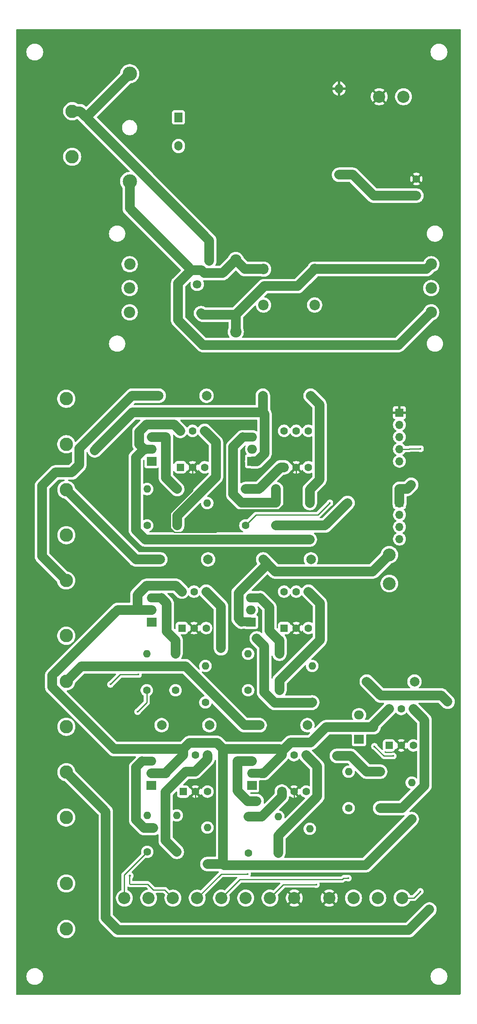
<source format=gbr>
%TF.GenerationSoftware,KiCad,Pcbnew,9.0.1*%
%TF.CreationDate,2025-08-23T12:56:21+03:00*%
%TF.ProjectId,smart meter,736d6172-7420-46d6-9574-65722e6b6963,rev?*%
%TF.SameCoordinates,Original*%
%TF.FileFunction,Copper,L2,Bot*%
%TF.FilePolarity,Positive*%
%FSLAX46Y46*%
G04 Gerber Fmt 4.6, Leading zero omitted, Abs format (unit mm)*
G04 Created by KiCad (PCBNEW 9.0.1) date 2025-08-23 12:56:21*
%MOMM*%
%LPD*%
G01*
G04 APERTURE LIST*
G04 Aperture macros list*
%AMRoundRect*
0 Rectangle with rounded corners*
0 $1 Rounding radius*
0 $2 $3 $4 $5 $6 $7 $8 $9 X,Y pos of 4 corners*
0 Add a 4 corners polygon primitive as box body*
4,1,4,$2,$3,$4,$5,$6,$7,$8,$9,$2,$3,0*
0 Add four circle primitives for the rounded corners*
1,1,$1+$1,$2,$3*
1,1,$1+$1,$4,$5*
1,1,$1+$1,$6,$7*
1,1,$1+$1,$8,$9*
0 Add four rect primitives between the rounded corners*
20,1,$1+$1,$2,$3,$4,$5,0*
20,1,$1+$1,$4,$5,$6,$7,0*
20,1,$1+$1,$6,$7,$8,$9,0*
20,1,$1+$1,$8,$9,$2,$3,0*%
G04 Aperture macros list end*
%TA.AperFunction,ComponentPad*%
%ADD10C,1.800000*%
%TD*%
%TA.AperFunction,ComponentPad*%
%ADD11C,2.000000*%
%TD*%
%TA.AperFunction,ComponentPad*%
%ADD12R,1.700000X2.000000*%
%TD*%
%TA.AperFunction,ComponentPad*%
%ADD13O,1.700000X2.000000*%
%TD*%
%TA.AperFunction,ComponentPad*%
%ADD14RoundRect,0.250000X0.550000X-0.550000X0.550000X0.550000X-0.550000X0.550000X-0.550000X-0.550000X0*%
%TD*%
%TA.AperFunction,ComponentPad*%
%ADD15C,1.600000*%
%TD*%
%TA.AperFunction,ComponentPad*%
%ADD16O,1.600000X1.600000*%
%TD*%
%TA.AperFunction,ComponentPad*%
%ADD17C,2.400000*%
%TD*%
%TA.AperFunction,ComponentPad*%
%ADD18C,2.800000*%
%TD*%
%TA.AperFunction,ComponentPad*%
%ADD19R,2.000000X1.905000*%
%TD*%
%TA.AperFunction,ComponentPad*%
%ADD20O,2.000000X1.905000*%
%TD*%
%TA.AperFunction,ComponentPad*%
%ADD21C,3.000000*%
%TD*%
%TA.AperFunction,ComponentPad*%
%ADD22C,2.540000*%
%TD*%
%TA.AperFunction,ComponentPad*%
%ADD23C,2.200000*%
%TD*%
%TA.AperFunction,ComponentPad*%
%ADD24R,1.700000X1.700000*%
%TD*%
%TA.AperFunction,ComponentPad*%
%ADD25C,2.700000*%
%TD*%
%TA.AperFunction,ComponentPad*%
%ADD26O,1.700000X1.700000*%
%TD*%
%TA.AperFunction,ViaPad*%
%ADD27C,0.800000*%
%TD*%
%TA.AperFunction,ViaPad*%
%ADD28C,0.381000*%
%TD*%
%TA.AperFunction,ViaPad*%
%ADD29C,0.508000*%
%TD*%
%TA.AperFunction,ViaPad*%
%ADD30C,1.270000*%
%TD*%
%TA.AperFunction,Conductor*%
%ADD31C,0.254000*%
%TD*%
%TA.AperFunction,Conductor*%
%ADD32C,2.032000*%
%TD*%
%TA.AperFunction,Conductor*%
%ADD33C,1.904800*%
%TD*%
G04 APERTURE END LIST*
D10*
%TO.P,RV1,1*%
%TO.N,Net-(C1-Pad1)*%
X182245000Y-111379000D03*
%TO.P,RV1,2*%
%TO.N,/N*%
X186245000Y-103879000D03*
%TD*%
D11*
%TO.P,C8,1*%
%TO.N,Net-(C8-Pad1)*%
X210049800Y-161376600D03*
%TO.P,C8,2*%
%TO.N,/L(M.N)*%
X200049800Y-161376600D03*
%TD*%
D12*
%TO.P,PS1,1,AC/L*%
%TO.N,Net-(PS1-AC{slash}L)*%
X182322700Y-68970300D03*
D13*
%TO.P,PS1,2,AC/N*%
%TO.N,Net-(PS1-AC{slash}N)*%
X182322700Y-74970300D03*
%TO.P,PS1,3,-Vout*%
%TO.N,/GND*%
X215922700Y-62970300D03*
%TO.P,PS1,4,+Vout*%
%TO.N,/12V*%
X215922700Y-80970300D03*
%TD*%
D14*
%TO.P,U7,1*%
%TO.N,Net-(R16-Pad2)*%
X204444000Y-175727600D03*
D15*
%TO.P,U7,2*%
%TO.N,/GND*%
X206984000Y-175727600D03*
%TO.P,U7,3,NC*%
%TO.N,unconnected-(U7-NC-Pad3)*%
X209524000Y-175727600D03*
%TO.P,U7,4*%
%TO.N,Net-(R17-Pad1)*%
X209524000Y-168107600D03*
%TO.P,U7,5,NC*%
%TO.N,unconnected-(U7-NC-Pad5)*%
X206984000Y-168107600D03*
%TO.P,U7,6*%
%TO.N,/L*%
X204444000Y-168107600D03*
%TD*%
D11*
%TO.P,C6,1*%
%TO.N,Net-(C6-Pad1)*%
X209308100Y-196022200D03*
%TO.P,C6,2*%
%TO.N,/L4*%
X199308100Y-196022200D03*
%TD*%
D15*
%TO.P,R4,1*%
%TO.N,/O2*%
X175685900Y-188722000D03*
D16*
%TO.P,R4,2*%
%TO.N,Net-(R4-Pad2)*%
X175685900Y-181102000D03*
%TD*%
D15*
%TO.P,R16,1*%
%TO.N,/O6*%
X196900200Y-188722000D03*
D16*
%TO.P,R16,2*%
%TO.N,Net-(R16-Pad2)*%
X196900200Y-181102000D03*
%TD*%
D15*
%TO.P,R21,1*%
%TO.N,/Meter_out*%
X209804000Y-157226000D03*
D16*
%TO.P,R21,2*%
%TO.N,Net-(C9-Pad1)*%
X209804000Y-149606000D03*
%TD*%
D17*
%TO.P,C1,1*%
%TO.N,Net-(C1-Pad1)*%
X194310000Y-98799000D03*
%TO.P,C1,2*%
%TO.N,/N*%
X194310000Y-113799000D03*
%TD*%
D18*
%TO.P,J4,1,Pin_1*%
%TO.N,/Lpv*%
X158840500Y-229113000D03*
%TO.P,J4,2,Pin_2*%
%TO.N,/N*%
X158840500Y-238633000D03*
%TD*%
D15*
%TO.P,R10,1*%
%TO.N,/O4*%
X196926200Y-222758000D03*
D16*
%TO.P,R10,2*%
%TO.N,Net-(R10-Pad2)*%
X196926200Y-215138000D03*
%TD*%
D15*
%TO.P,R6,1*%
%TO.N,/Meter_out*%
X187960000Y-191262000D03*
D16*
%TO.P,R6,2*%
%TO.N,Net-(C4-Pad1)*%
X187960000Y-183642000D03*
%TD*%
D19*
%TO.P,Q2,1,A1*%
%TO.N,/L2*%
X176754900Y-174462600D03*
D20*
%TO.P,Q2,2,A2*%
%TO.N,/Meter_out*%
X176754900Y-171922600D03*
%TO.P,Q2,3,G*%
%TO.N,Net-(Q2-G)*%
X176754900Y-169382600D03*
%TD*%
D17*
%TO.P,U9,1,N*%
%TO.N,/N*%
X235214000Y-99688000D03*
%TO.P,U9,2,E*%
%TO.N,unconnected-(U9-E-Pad2)*%
X235204000Y-104678000D03*
%TO.P,U9,3,L*%
%TO.N,Net-(C1-Pad1)*%
X235204000Y-109728000D03*
%TO.P,U9,4,N*%
%TO.N,Net-(PS1-AC{slash}N)*%
X172114000Y-99688000D03*
%TO.P,U9,5,E*%
%TO.N,unconnected-(U9-E-Pad5)*%
X172104000Y-104678000D03*
%TO.P,U9,6,L*%
%TO.N,Net-(PS1-AC{slash}L)*%
X172104000Y-109728000D03*
%TD*%
D21*
%TO.P,F1,1*%
%TO.N,/L*%
X172110400Y-59870000D03*
%TO.P,F1,2*%
%TO.N,Net-(C1-Pad1)*%
X172110400Y-82370000D03*
%TD*%
D14*
%TO.P,U6,1*%
%TO.N,Net-(R13-Pad2)*%
X226391100Y-200253000D03*
D15*
%TO.P,U6,2*%
%TO.N,/GND*%
X228931100Y-200253000D03*
%TO.P,U6,3,NC*%
%TO.N,unconnected-(U6-NC-Pad3)*%
X231471100Y-200253000D03*
%TO.P,U6,4*%
%TO.N,Net-(R14-Pad1)*%
X231471100Y-192633000D03*
%TO.P,U6,5,NC*%
%TO.N,unconnected-(U6-NC-Pad5)*%
X228931100Y-192633000D03*
%TO.P,U6,6*%
%TO.N,/Meter_out*%
X226391100Y-192633000D03*
%TD*%
D19*
%TO.P,Q5,1,A1*%
%TO.N,/L5*%
X220091900Y-198988000D03*
D20*
%TO.P,Q5,2,A2*%
%TO.N,/Meter_out*%
X220091900Y-196448000D03*
%TO.P,Q5,3,G*%
%TO.N,Net-(Q5-G)*%
X220091900Y-193908000D03*
%TD*%
D15*
%TO.P,R3,1*%
%TO.N,/Meter_out*%
X188369600Y-225044000D03*
D16*
%TO.P,R3,2*%
%TO.N,Net-(C3-Pad1)*%
X188369600Y-217424000D03*
%TD*%
D22*
%TO.P,J1,1,Pin_1*%
%TO.N,/GND*%
X213868000Y-232156000D03*
%TO.P,J1,2,Pin_2*%
%TO.N,/VCC*%
X218948000Y-232156000D03*
%TO.P,J1,3,Pin_3*%
%TO.N,/RX*%
X224028000Y-232156000D03*
%TO.P,J1,4,Pin_4*%
%TO.N,/TX*%
X229108000Y-232156000D03*
%TD*%
D14*
%TO.P,U8,1*%
%TO.N,Net-(R19-Pad2)*%
X204425900Y-142123400D03*
D15*
%TO.P,U8,2*%
%TO.N,/GND*%
X206965900Y-142123400D03*
%TO.P,U8,3,NC*%
%TO.N,unconnected-(U8-NC-Pad3)*%
X209505900Y-142123400D03*
%TO.P,U8,4*%
%TO.N,Net-(R20-Pad1)*%
X209505900Y-134503400D03*
%TO.P,U8,5,NC*%
%TO.N,unconnected-(U8-NC-Pad5)*%
X206965900Y-134503400D03*
%TO.P,U8,6*%
%TO.N,/Meter_out*%
X204425900Y-134503400D03*
%TD*%
D11*
%TO.P,C7,1*%
%TO.N,Net-(C7-Pad1)*%
X231717500Y-186923000D03*
%TO.P,C7,2*%
%TO.N,/L5*%
X221717500Y-186923000D03*
%TD*%
D15*
%TO.P,C2,1*%
%TO.N,/12V*%
X232105200Y-85344000D03*
%TO.P,C2,2*%
%TO.N,/GND*%
X232105200Y-81844000D03*
%TD*%
D14*
%TO.P,U4,1*%
%TO.N,Net-(R7-Pad2)*%
X182718100Y-142123400D03*
D15*
%TO.P,U4,2*%
%TO.N,/GND*%
X185258100Y-142123400D03*
%TO.P,U4,3,NC*%
%TO.N,unconnected-(U4-NC-Pad3)*%
X187798100Y-142123400D03*
%TO.P,U4,4*%
%TO.N,Net-(R8-Pad1)*%
X187798100Y-134503400D03*
%TO.P,U4,5,NC*%
%TO.N,unconnected-(U4-NC-Pad5)*%
X185258100Y-134503400D03*
%TO.P,U4,6*%
%TO.N,/Meter_out*%
X182718100Y-134503400D03*
%TD*%
%TO.P,R5,1*%
%TO.N,Net-(R5-Pad1)*%
X181705700Y-188722000D03*
D16*
%TO.P,R5,2*%
%TO.N,Net-(Q2-G)*%
X181705700Y-181102000D03*
%TD*%
D15*
%TO.P,R19,1*%
%TO.N,/O7*%
X196323300Y-154290000D03*
D16*
%TO.P,R19,2*%
%TO.N,Net-(R19-Pad2)*%
X196323300Y-146670000D03*
%TD*%
D18*
%TO.P,J8,1,Pin_1*%
%TO.N,/N*%
X158845500Y-177334000D03*
%TO.P,J8,2,Pin_2*%
%TO.N,/L4*%
X158845500Y-186854000D03*
%TO.P,J8,3,Pin_3*%
%TO.N,/N*%
X158860000Y-196360000D03*
%TO.P,J8,4,Pin_4*%
%TO.N,/L5*%
X158860000Y-205854000D03*
%TO.P,J8,5,Pin_5*%
%TO.N,/N*%
X158818000Y-215322000D03*
%TD*%
D15*
%TO.P,R15,1*%
%TO.N,/Meter_out*%
X231140000Y-215646000D03*
D16*
%TO.P,R15,2*%
%TO.N,Net-(C7-Pad1)*%
X231140000Y-208026000D03*
%TD*%
D22*
%TO.P,J6,1,Pin_1*%
%TO.N,/12V*%
X229411600Y-64665200D03*
%TO.P,J6,2,Pin_2*%
%TO.N,/GND*%
X224331600Y-64665200D03*
%TD*%
D15*
%TO.P,R1,1*%
%TO.N,/O1*%
X175796600Y-222504000D03*
D16*
%TO.P,R1,2*%
%TO.N,Net-(R1-Pad2)*%
X175796600Y-214884000D03*
%TD*%
D11*
%TO.P,C5,1*%
%TO.N,Net-(C5-Pad1)*%
X188200700Y-127162800D03*
%TO.P,C5,2*%
%TO.N,/L3*%
X178200700Y-127162800D03*
%TD*%
D15*
%TO.P,R7,1*%
%TO.N,/O3*%
X175758500Y-154290000D03*
D16*
%TO.P,R7,2*%
%TO.N,Net-(R7-Pad2)*%
X175758500Y-146670000D03*
%TD*%
D19*
%TO.P,Q1,1,A1*%
%TO.N,/L1*%
X176669600Y-208646000D03*
D20*
%TO.P,Q1,2,A2*%
%TO.N,/Meter_out*%
X176669600Y-206106000D03*
%TO.P,Q1,3,G*%
%TO.N,Net-(Q1-G)*%
X176669600Y-203566000D03*
%TD*%
D15*
%TO.P,R12,1*%
%TO.N,/Meter_out*%
X209804000Y-225298000D03*
D16*
%TO.P,R12,2*%
%TO.N,Net-(C6-Pad1)*%
X209804000Y-217678000D03*
%TD*%
D15*
%TO.P,R9,1*%
%TO.N,/Meter_out*%
X188356900Y-157226000D03*
D16*
%TO.P,R9,2*%
%TO.N,Net-(C5-Pad1)*%
X188356900Y-149606000D03*
%TD*%
D11*
%TO.P,C9,1*%
%TO.N,Net-(C9-Pad1)*%
X209984700Y-127162800D03*
%TO.P,C9,2*%
%TO.N,/Lpv*%
X199984700Y-127162800D03*
%TD*%
D19*
%TO.P,Q4,1,A1*%
%TO.N,/L4*%
X197700300Y-208646000D03*
D20*
%TO.P,Q4,2,A2*%
%TO.N,/Meter_out*%
X197700300Y-206106000D03*
%TO.P,Q4,3,G*%
%TO.N,Net-(Q4-G)*%
X197700300Y-203566000D03*
%TD*%
D15*
%TO.P,R8,1*%
%TO.N,Net-(R8-Pad1)*%
X182057700Y-154290000D03*
D16*
%TO.P,R8,2*%
%TO.N,Net-(Q3-G)*%
X182057700Y-146670000D03*
%TD*%
D18*
%TO.P,J5,1,Pin_1*%
%TO.N,/L*%
X160079600Y-67696000D03*
%TO.P,J5,2,Pin_2*%
%TO.N,/N*%
X160079600Y-77216000D03*
%TD*%
D19*
%TO.P,Q3,1,A1*%
%TO.N,/L3*%
X176682300Y-140858400D03*
D20*
%TO.P,Q3,2,A2*%
%TO.N,/Meter_out*%
X176682300Y-138318400D03*
%TO.P,Q3,3,G*%
%TO.N,Net-(Q3-G)*%
X176682300Y-135778400D03*
%TD*%
D11*
%TO.P,C4,1*%
%TO.N,Net-(C4-Pad1)*%
X188512900Y-161376600D03*
%TO.P,C4,2*%
%TO.N,/L2*%
X178512900Y-161376600D03*
%TD*%
D23*
%TO.P,L1,1,1*%
%TO.N,Net-(C1-Pad1)*%
X200120000Y-100704000D03*
%TO.P,L1,2,2*%
%TO.N,/N*%
X210820000Y-100704000D03*
%TO.P,L1,3,3*%
%TO.N,Net-(PS1-AC{slash}L)*%
X210820000Y-108204000D03*
%TO.P,L1,4,4*%
%TO.N,Net-(PS1-AC{slash}N)*%
X200120000Y-108204000D03*
%TD*%
D24*
%TO.P,U1,G,G*%
%TO.N,/GND*%
X228558600Y-130700800D03*
D25*
%TO.P,U1,IN,IN*%
%TO.N,/L(M.N)*%
X226443600Y-160420800D03*
D26*
%TO.P,U1,L,L*%
%TO.N,unconnected-(U1-PadL)*%
X228573600Y-157120800D03*
D24*
%TO.P,U1,N,N*%
%TO.N,/N*%
X228573600Y-149500800D03*
D26*
%TO.P,U1,NC1,NC*%
%TO.N,unconnected-(U1-NC-PadNC1)*%
X228573600Y-152040800D03*
%TO.P,U1,NC2,NC*%
%TO.N,unconnected-(U1-NC-PadNC2)*%
X228573600Y-154580800D03*
D25*
%TO.P,U1,OUT,OUT*%
%TO.N,/Meter_out*%
X226443600Y-166420800D03*
D26*
%TO.P,U1,PF,PF*%
%TO.N,unconnected-(U1-PadPF)*%
X228558600Y-140860800D03*
%TO.P,U1,RX,RX*%
%TO.N,/RX*%
X228558600Y-135780800D03*
%TO.P,U1,TX,TX*%
%TO.N,/TX*%
X228558600Y-138320800D03*
%TO.P,U1,VCC,VCC*%
%TO.N,/VCC*%
X228558600Y-133240800D03*
%TD*%
D15*
%TO.P,R20,1*%
%TO.N,Net-(R20-Pad1)*%
X202749500Y-154290000D03*
D16*
%TO.P,R20,2*%
%TO.N,Net-(Q7-G)*%
X202749500Y-146670000D03*
%TD*%
D15*
%TO.P,R11,1*%
%TO.N,Net-(R11-Pad1)*%
X203200000Y-222758000D03*
D16*
%TO.P,R11,2*%
%TO.N,Net-(Q4-G)*%
X203200000Y-215138000D03*
%TD*%
D15*
%TO.P,R13,1*%
%TO.N,/O5*%
X217932000Y-213360000D03*
D16*
%TO.P,R13,2*%
%TO.N,Net-(R13-Pad2)*%
X217932000Y-205740000D03*
%TD*%
D18*
%TO.P,J7,1,Pin_1*%
%TO.N,/L1*%
X158845500Y-127792400D03*
%TO.P,J7,2,Pin_2*%
%TO.N,/N*%
X158845500Y-137312400D03*
%TO.P,J7,3,Pin_3*%
%TO.N,/L2*%
X158860000Y-146818400D03*
%TO.P,J7,4,Pin_4*%
%TO.N,/N*%
X158860000Y-156312400D03*
%TO.P,J7,5,Pin_5*%
%TO.N,/L3*%
X158818000Y-165780400D03*
%TD*%
D15*
%TO.P,R2,1*%
%TO.N,Net-(R2-Pad1)*%
X181968800Y-222504000D03*
D16*
%TO.P,R2,2*%
%TO.N,Net-(Q1-G)*%
X181968800Y-214884000D03*
%TD*%
D19*
%TO.P,Q6,1,A1*%
%TO.N,/L(M.N)*%
X197484400Y-174462600D03*
D20*
%TO.P,Q6,2,A2*%
%TO.N,/L*%
X197484400Y-171922600D03*
%TO.P,Q6,3,G*%
%TO.N,Net-(Q6-G)*%
X197484400Y-169382600D03*
%TD*%
D15*
%TO.P,R18,1*%
%TO.N,/L*%
X210312000Y-191262000D03*
D16*
%TO.P,R18,2*%
%TO.N,Net-(C8-Pad1)*%
X210312000Y-183642000D03*
%TD*%
D22*
%TO.P,J2,1,Pin_1*%
%TO.N,/O1*%
X170996000Y-232176000D03*
%TO.P,J2,2,Pin_2*%
%TO.N,/O2*%
X176076000Y-232176000D03*
%TO.P,J2,3,Pin_3*%
%TO.N,/O3*%
X181156000Y-232176000D03*
%TO.P,J2,4,Pin_4*%
%TO.N,/O4*%
X186236000Y-232176000D03*
%TO.P,J2,5,Pin_5*%
%TO.N,/O5*%
X191316000Y-232156000D03*
%TO.P,J2,6,Pin_6*%
%TO.N,/O6*%
X196396000Y-232156000D03*
%TO.P,J2,7,Pin_7*%
%TO.N,/O7*%
X201476000Y-232156000D03*
%TO.P,J2,8,Pin_8*%
%TO.N,/GND*%
X206556000Y-232156000D03*
%TD*%
D14*
%TO.P,U5,1*%
%TO.N,Net-(R10-Pad2)*%
X203948700Y-209911000D03*
D15*
%TO.P,U5,2*%
%TO.N,/GND*%
X206488700Y-209911000D03*
%TO.P,U5,3,NC*%
%TO.N,unconnected-(U5-NC-Pad3)*%
X209028700Y-209911000D03*
%TO.P,U5,4*%
%TO.N,Net-(R11-Pad1)*%
X209028700Y-202291000D03*
%TO.P,U5,5,NC*%
%TO.N,unconnected-(U5-NC-Pad5)*%
X206488700Y-202291000D03*
%TO.P,U5,6*%
%TO.N,/Meter_out*%
X203948700Y-202291000D03*
%TD*%
D19*
%TO.P,Q7,1,A1*%
%TO.N,/Lpv*%
X197745700Y-140858400D03*
D20*
%TO.P,Q7,2,A2*%
%TO.N,/Meter_out*%
X197745700Y-138318400D03*
%TO.P,Q7,3,G*%
%TO.N,Net-(Q7-G)*%
X197745700Y-135778400D03*
%TD*%
D14*
%TO.P,U2,1*%
%TO.N,Net-(R1-Pad2)*%
X183315000Y-209911000D03*
D15*
%TO.P,U2,2*%
%TO.N,/GND*%
X185855000Y-209911000D03*
%TO.P,U2,3,NC*%
%TO.N,unconnected-(U2-NC-Pad3)*%
X188395000Y-209911000D03*
%TO.P,U2,4*%
%TO.N,Net-(R2-Pad1)*%
X188395000Y-202291000D03*
%TO.P,U2,5,NC*%
%TO.N,unconnected-(U2-NC-Pad5)*%
X185855000Y-202291000D03*
%TO.P,U2,6*%
%TO.N,/Meter_out*%
X183315000Y-202291000D03*
%TD*%
D11*
%TO.P,C3,1*%
%TO.N,Net-(C3-Pad1)*%
X188797600Y-196022200D03*
%TO.P,C3,2*%
%TO.N,/L1*%
X178797600Y-196022200D03*
%TD*%
D15*
%TO.P,R14,1*%
%TO.N,Net-(R14-Pad1)*%
X224536000Y-213360000D03*
D16*
%TO.P,R14,2*%
%TO.N,Net-(Q5-G)*%
X224536000Y-205740000D03*
%TD*%
D14*
%TO.P,U3,1*%
%TO.N,Net-(R4-Pad2)*%
X183030300Y-175727600D03*
D15*
%TO.P,U3,2*%
%TO.N,/GND*%
X185570300Y-175727600D03*
%TO.P,U3,3,NC*%
%TO.N,unconnected-(U3-NC-Pad3)*%
X188110300Y-175727600D03*
%TO.P,U3,4*%
%TO.N,Net-(R5-Pad1)*%
X188110300Y-168107600D03*
%TO.P,U3,5,NC*%
%TO.N,unconnected-(U3-NC-Pad5)*%
X185570300Y-168107600D03*
%TO.P,U3,6*%
%TO.N,/Meter_out*%
X183030300Y-168107600D03*
%TD*%
%TO.P,R17,1*%
%TO.N,Net-(R17-Pad1)*%
X203453400Y-188722000D03*
D16*
%TO.P,R17,2*%
%TO.N,Net-(Q6-G)*%
X203453400Y-181102000D03*
%TD*%
D27*
%TO.N,/GND*%
X206298800Y-213207600D03*
%TO.N,Net-(R20-Pad1)*%
X217713600Y-149564700D03*
%TO.N,Net-(R5-Pad1)*%
X191231500Y-179936500D03*
%TO.N,Net-(Q1-G)*%
X177096800Y-217550700D03*
%TO.N,Net-(Q5-G)*%
X215481000Y-202442700D03*
%TO.N,Net-(Q4-G)*%
X198681000Y-211879700D03*
D28*
%TO.N,/RX*%
X227247900Y-202463600D03*
X223321100Y-200453700D03*
%TO.N,/TX*%
X232935200Y-230770200D03*
X232967500Y-138233700D03*
%TO.N,/O4*%
X196783900Y-227126600D03*
%TO.N,/O5*%
X217863800Y-227990400D03*
%TO.N,/O7*%
X214004400Y-149564700D03*
X211175600Y-229362000D03*
%TO.N,/O3*%
X173951500Y-185446200D03*
X168088400Y-187489700D03*
D29*
X172161200Y-227482400D03*
D28*
%TO.N,/O2*%
X173762900Y-193188800D03*
D27*
%TO.N,/L5*%
X234837900Y-234547200D03*
X238643300Y-191111700D03*
%TO.N,/L*%
X188786200Y-98955000D03*
X198686600Y-177892200D03*
%TO.N,/N*%
X187044600Y-109906200D03*
X231032500Y-145787700D03*
D30*
%TO.N,/Lpv*%
X164788400Y-138577100D03*
%TD*%
D31*
%TO.N,/GND*%
X206298800Y-213207600D02*
X206488700Y-213017700D01*
X206488700Y-213017700D02*
X206488700Y-209911000D01*
X206298800Y-211988400D02*
X206248000Y-211937600D01*
X206298800Y-213207600D02*
X206298800Y-211988400D01*
X206965900Y-147334513D02*
X206965900Y-142123400D01*
X203349613Y-150950800D02*
X206965900Y-147334513D01*
X194900388Y-150950800D02*
X203349613Y-150950800D01*
X190112388Y-155738800D02*
X194900388Y-150950800D01*
X181457587Y-155738800D02*
X190112388Y-155738800D01*
X180608900Y-154890113D02*
X181457587Y-155738800D01*
X180608900Y-151649488D02*
X180608900Y-154890113D01*
X185258100Y-147000288D02*
X180608900Y-151649488D01*
X185258100Y-142123400D02*
X185258100Y-147000288D01*
X185855000Y-212823400D02*
X185826400Y-212852000D01*
X185855000Y-209911000D02*
X185855000Y-212823400D01*
D32*
%TO.N,/L3*%
X159969200Y-143205200D02*
X156565900Y-143205200D01*
X161567300Y-141607100D02*
X159969200Y-143205200D01*
X161567300Y-138203800D02*
X161567300Y-141607100D01*
X156565900Y-143205200D02*
X153771600Y-145999500D01*
X153771600Y-145999500D02*
X153771600Y-160734000D01*
X153771600Y-160734000D02*
X158818000Y-165780400D01*
X178200700Y-127162800D02*
X172608300Y-127162800D01*
X172608300Y-127162800D02*
X161567300Y-138203800D01*
%TO.N,/L5*%
X169672000Y-238861600D02*
X230523500Y-238861600D01*
X230523500Y-238861600D02*
X234837900Y-234547200D01*
X167109700Y-236299300D02*
X169672000Y-238861600D01*
X167109700Y-214103700D02*
X167109700Y-236299300D01*
X158860000Y-205854000D02*
X167109700Y-214103700D01*
D31*
%TO.N,/O7*%
X204270000Y-229362000D02*
X201476000Y-232156000D01*
X211175600Y-229362000D02*
X204270000Y-229362000D01*
%TO.N,/O5*%
X195176800Y-228295200D02*
X191316000Y-232156000D01*
X216877500Y-227990400D02*
X216572700Y-228295200D01*
X216572700Y-228295200D02*
X195176800Y-228295200D01*
X217863800Y-227990400D02*
X216877500Y-227990400D01*
%TO.N,/O3*%
X179445300Y-230465300D02*
X181156000Y-232176000D01*
X172161200Y-229242200D02*
X175837692Y-229242200D01*
X172059600Y-229140600D02*
X172161200Y-229242200D01*
X177060792Y-230465300D02*
X179445300Y-230465300D01*
X172059600Y-227584000D02*
X172059600Y-229140600D01*
X175837692Y-229242200D02*
X177060792Y-230465300D01*
X172161200Y-227482400D02*
X172059600Y-227584000D01*
D32*
%TO.N,Net-(Q3-G)*%
X179714300Y-144326600D02*
X182057700Y-146670000D01*
X179714300Y-135778400D02*
X179714300Y-144326600D01*
X176682300Y-135778400D02*
X179714300Y-135778400D01*
%TO.N,Net-(R8-Pad1)*%
X182057700Y-152249600D02*
X182057700Y-154290000D01*
X190153300Y-144154000D02*
X182057700Y-152249600D01*
X190153300Y-136858600D02*
X190153300Y-144154000D01*
X187798100Y-134503400D02*
X190153300Y-136858600D01*
%TO.N,Net-(C9-Pad1)*%
X209804000Y-149606000D02*
X209804000Y-146774000D01*
X211850600Y-129028700D02*
X209984700Y-127162800D01*
X211850600Y-144727400D02*
X211850600Y-129028700D01*
X209804000Y-146774000D02*
X211850600Y-144727400D01*
%TO.N,Net-(Q7-G)*%
X193779700Y-137838400D02*
X195776400Y-135841700D01*
X193779700Y-147781200D02*
X193779700Y-137838400D01*
X195500500Y-149502000D02*
X193779700Y-147781200D01*
X202749500Y-149502000D02*
X195500500Y-149502000D01*
D33*
X197682400Y-135841700D02*
X197745700Y-135778400D01*
X195776400Y-135841700D02*
X197682400Y-135841700D01*
D32*
X202749500Y-146670000D02*
X202749500Y-149502000D01*
%TO.N,Net-(R20-Pad1)*%
X212988300Y-154290000D02*
X217713600Y-149564700D01*
X202749500Y-154290000D02*
X212988300Y-154290000D01*
%TO.N,Net-(R19-Pad2)*%
X196323300Y-146670000D02*
X199155300Y-146670000D01*
X199155300Y-146669600D02*
X199155300Y-146670000D01*
X203701500Y-142123400D02*
X199155300Y-146669600D01*
X204425900Y-142123400D02*
X203701500Y-142123400D01*
%TO.N,Net-(R5-Pad1)*%
X191231500Y-171228800D02*
X188110300Y-168107600D01*
X191231500Y-179936500D02*
X191231500Y-171228800D01*
%TO.N,Net-(Q2-G)*%
X179842000Y-170563700D02*
X178724200Y-169445900D01*
X179842000Y-176406300D02*
X179842000Y-170563700D01*
X181705700Y-178270000D02*
X179842000Y-176406300D01*
X181705700Y-181102000D02*
X181705700Y-178270000D01*
D33*
X178660900Y-169382600D02*
X176754900Y-169382600D01*
X178724200Y-169445900D02*
X178660900Y-169382600D01*
D32*
%TO.N,Net-(Q6-G)*%
X201342900Y-171335100D02*
X199453700Y-169445900D01*
X201342900Y-176291500D02*
X201342900Y-171335100D01*
X203321400Y-178270000D02*
X201342900Y-176291500D01*
X203453400Y-178270000D02*
X203321400Y-178270000D01*
D33*
X197547700Y-169445900D02*
X197484400Y-169382600D01*
X199453700Y-169445900D02*
X197547700Y-169445900D01*
D32*
X203453400Y-181102000D02*
X203453400Y-178270000D01*
%TO.N,Net-(R17-Pad1)*%
X211909100Y-170492700D02*
X209524000Y-168107600D01*
X211909100Y-178222300D02*
X211909100Y-170492700D01*
X203453400Y-186678000D02*
X211909100Y-178222300D01*
X203453400Y-188722000D02*
X203453400Y-186678000D01*
D33*
%TO.N,Net-(Q1-G)*%
X176669400Y-203565800D02*
X176669600Y-203566000D01*
X174721500Y-203565800D02*
X176669400Y-203565800D01*
D32*
X175155900Y-217550700D02*
X177096800Y-217550700D01*
X173458400Y-215853200D02*
X175155900Y-217550700D01*
X173458400Y-204828900D02*
X173458400Y-215853200D01*
X174721500Y-203565800D02*
X173458400Y-204828900D01*
%TO.N,Net-(R2-Pad1)*%
X179638500Y-220173700D02*
X181968800Y-222504000D01*
X179638500Y-209941100D02*
X179638500Y-220173700D01*
X183871900Y-205707700D02*
X179638500Y-209941100D01*
X185832600Y-205707700D02*
X183871900Y-205707700D01*
X188395000Y-203145300D02*
X185832600Y-205707700D01*
X188395000Y-202291000D02*
X188395000Y-203145300D01*
%TO.N,Net-(Q5-G)*%
X218406700Y-202442700D02*
X221704000Y-205740000D01*
X215481000Y-202442700D02*
X218406700Y-202442700D01*
X224536000Y-205740000D02*
X221704000Y-205740000D01*
%TO.N,Net-(R14-Pad1)*%
X233810100Y-194972000D02*
X231471100Y-192633000D01*
X233810100Y-208683700D02*
X233810100Y-194972000D01*
X229133800Y-213360000D02*
X233810100Y-208683700D01*
X224536000Y-213360000D02*
X229133800Y-213360000D01*
%TO.N,Net-(R11-Pad1)*%
X203200000Y-219099600D02*
X203200000Y-222758000D01*
X211359000Y-210940600D02*
X203200000Y-219099600D01*
X211359000Y-204621300D02*
X211359000Y-210940600D01*
X209028700Y-202291000D02*
X211359000Y-204621300D01*
%TO.N,Net-(Q4-G)*%
X197700300Y-203566000D02*
X194668300Y-203566000D01*
X194668300Y-209758400D02*
X194668300Y-203566000D01*
X196789600Y-211879700D02*
X194668300Y-209758400D01*
X198681000Y-211879700D02*
X196789600Y-211879700D01*
%TO.N,Net-(R10-Pad2)*%
X203948700Y-210947500D02*
X203948700Y-209911000D01*
X199758200Y-215138000D02*
X203948700Y-210947500D01*
X196926200Y-215138000D02*
X199758200Y-215138000D01*
%TO.N,/L(M.N)*%
X202575800Y-163902600D02*
X200971500Y-162298300D01*
X222961800Y-163902600D02*
X202575800Y-163902600D01*
X226443600Y-160420800D02*
X222961800Y-163902600D01*
X200971500Y-162298300D02*
X200049800Y-161376600D01*
X194890400Y-173774600D02*
X195515100Y-174399300D01*
X194890400Y-168379400D02*
X194890400Y-173774600D01*
X200971500Y-162298300D02*
X194890400Y-168379400D01*
D33*
X197421100Y-174399300D02*
X197484400Y-174462600D01*
X195515100Y-174399300D02*
X197421100Y-174399300D01*
D32*
%TO.N,Net-(C1-Pad1)*%
X187429300Y-116563300D02*
X182245000Y-111379000D01*
X228368700Y-116563300D02*
X187429300Y-116563300D01*
X235204000Y-109728000D02*
X228368700Y-116563300D01*
X196215000Y-100704000D02*
X194310000Y-98799000D01*
X200120000Y-100704000D02*
X196215000Y-100704000D01*
X172110400Y-88001400D02*
X185012300Y-100903300D01*
X172110400Y-82370000D02*
X172110400Y-88001400D01*
X187117700Y-100903300D02*
X185012300Y-100903300D01*
X187743600Y-101529200D02*
X187117700Y-100903300D01*
X191579800Y-101529200D02*
X187743600Y-101529200D01*
X194310000Y-98799000D02*
X191579800Y-101529200D01*
X182245000Y-103670600D02*
X182245000Y-111379000D01*
X185012300Y-100903300D02*
X182245000Y-103670600D01*
D33*
%TO.N,/Meter_out*%
X199606300Y-206106000D02*
X199669600Y-206042700D01*
X197700300Y-206106000D02*
X199606300Y-206106000D01*
D32*
X176754900Y-171922600D02*
X173722900Y-171922600D01*
X203948700Y-201467700D02*
X203948700Y-202291000D01*
X179701600Y-205904400D02*
X183315000Y-202291000D01*
X179701600Y-206106000D02*
X179701600Y-205904400D01*
X176669600Y-206106000D02*
X179701600Y-206106000D01*
D33*
X175420300Y-138318400D02*
X176682300Y-138318400D01*
D32*
X175420300Y-138318400D02*
X175098700Y-138318400D01*
X175398400Y-157226000D02*
X188356900Y-157226000D01*
X173417000Y-155244600D02*
X175398400Y-157226000D01*
X173417000Y-140000100D02*
X173417000Y-155244600D01*
X175098700Y-138318400D02*
X173417000Y-140000100D01*
X213201800Y-196448000D02*
X220091900Y-196448000D01*
X209982700Y-199667100D02*
X213201800Y-196448000D01*
X205749300Y-199667100D02*
X209982700Y-199667100D01*
X203948700Y-201467700D02*
X205749300Y-199667100D01*
X223123900Y-195900200D02*
X226391100Y-192633000D01*
X223123900Y-196448000D02*
X223123900Y-195900200D01*
X220091900Y-196448000D02*
X223123900Y-196448000D01*
X181423800Y-133209100D02*
X182718100Y-134503400D01*
X175619000Y-133209100D02*
X181423800Y-133209100D01*
X174133600Y-134694500D02*
X175619000Y-133209100D01*
X174133600Y-137353300D02*
X174133600Y-134694500D01*
X175098700Y-138318400D02*
X174133600Y-137353300D01*
X209804000Y-157226000D02*
X188356900Y-157226000D01*
X221488000Y-225298000D02*
X209804000Y-225298000D01*
X231140000Y-215646000D02*
X221488000Y-225298000D01*
X200197000Y-206042700D02*
X199669600Y-206042700D01*
X203948700Y-202291000D02*
X200197000Y-206042700D01*
X181811200Y-166888500D02*
X183030300Y-168107600D01*
X175625000Y-166888500D02*
X181811200Y-166888500D01*
X173722900Y-168790600D02*
X175625000Y-166888500D01*
X173722900Y-171922600D02*
X173722900Y-168790600D01*
X183315000Y-201021000D02*
X183315000Y-202291000D01*
X168867700Y-201021000D02*
X183315000Y-201021000D01*
X155902500Y-188055800D02*
X168867700Y-201021000D01*
X155902500Y-185630600D02*
X155902500Y-188055800D01*
X169610500Y-171922600D02*
X155902500Y-185630600D01*
X173722900Y-171922600D02*
X169610500Y-171922600D01*
X209802300Y-225299700D02*
X209804000Y-225298000D01*
X191916400Y-225299700D02*
X209802300Y-225299700D01*
X191660700Y-225044000D02*
X191916400Y-225299700D01*
X188369600Y-225044000D02*
X191660700Y-225044000D01*
X184586700Y-199749300D02*
X183315000Y-201021000D01*
X190425600Y-199749300D02*
X184586700Y-199749300D01*
X191660700Y-200984400D02*
X190425600Y-199749300D01*
X203465400Y-200984400D02*
X191660700Y-200984400D01*
X203948700Y-201467700D02*
X203465400Y-200984400D01*
X191660700Y-200984400D02*
X191660700Y-225044000D01*
D31*
%TO.N,/RX*%
X225331000Y-202463600D02*
X223321100Y-200453700D01*
X227247900Y-202463600D02*
X225331000Y-202463600D01*
%TO.N,/TX*%
X231549400Y-232156000D02*
X232935200Y-230770200D01*
X229108000Y-232156000D02*
X231549400Y-232156000D01*
X230638700Y-138233700D02*
X230551600Y-138320800D01*
X232967500Y-138233700D02*
X230638700Y-138233700D01*
X228558600Y-138320800D02*
X230551600Y-138320800D01*
%TO.N,/O1*%
X170996000Y-227304600D02*
X175796600Y-222504000D01*
X170996000Y-232176000D02*
X170996000Y-227304600D01*
%TO.N,/O4*%
X191285400Y-227126600D02*
X196783900Y-227126600D01*
X186236000Y-232176000D02*
X191285400Y-227126600D01*
%TO.N,/O7*%
X211493500Y-152075600D02*
X214004400Y-149564700D01*
X198537700Y-152075600D02*
X211493500Y-152075600D01*
X196323300Y-154290000D02*
X198537700Y-152075600D01*
%TO.N,/O3*%
X170131900Y-185446200D02*
X168088400Y-187489700D01*
X173951500Y-185446200D02*
X170131900Y-185446200D01*
%TO.N,/O2*%
X175685900Y-191265800D02*
X175685900Y-188722000D01*
X173762900Y-193188800D02*
X175685900Y-191265800D01*
D32*
%TO.N,/L4*%
X196105500Y-196022200D02*
X199308100Y-196022200D01*
X183799600Y-183716300D02*
X196105500Y-196022200D01*
X161983200Y-183716300D02*
X183799600Y-183716300D01*
X158845500Y-186854000D02*
X161983200Y-183716300D01*
%TO.N,/L2*%
X173418200Y-161376600D02*
X178512900Y-161376600D01*
X158860000Y-146818400D02*
X173418200Y-161376600D01*
%TO.N,/L5*%
X224640400Y-189845900D02*
X221717500Y-186923000D01*
X237377500Y-189845900D02*
X224640400Y-189845900D01*
X238643300Y-191111700D02*
X237377500Y-189845900D01*
%TO.N,/L*%
X172110400Y-59870000D02*
X163023600Y-68956800D01*
X161762800Y-67696000D02*
X163023600Y-68956800D01*
X160079600Y-67696000D02*
X161762800Y-67696000D01*
X188786200Y-94719400D02*
X188786200Y-98955000D01*
X163023600Y-68956800D02*
X188786200Y-94719400D01*
X200248400Y-179454000D02*
X198686600Y-177892200D01*
X200248400Y-189140300D02*
X200248400Y-179454000D01*
X202464100Y-191356000D02*
X200248400Y-189140300D01*
X210218000Y-191356000D02*
X202464100Y-191356000D01*
X210312000Y-191262000D02*
X210218000Y-191356000D01*
%TO.N,/12V*%
X223178400Y-85344000D02*
X218804700Y-80970300D01*
X232105200Y-85344000D02*
X223178400Y-85344000D01*
X215922700Y-80970300D02*
X218804700Y-80970300D01*
%TO.N,/N*%
X234198000Y-100704000D02*
X210820000Y-100704000D01*
X235214000Y-99688000D02*
X234198000Y-100704000D01*
X187341300Y-110202900D02*
X194310000Y-110202900D01*
X187044600Y-109906200D02*
X187341300Y-110202900D01*
X200249700Y-104263200D02*
X194310000Y-110202900D01*
X207260800Y-104263200D02*
X200249700Y-104263200D01*
X210820000Y-100704000D02*
X207260800Y-104263200D01*
X194310000Y-110202900D02*
X194310000Y-113799000D01*
X230201400Y-146618800D02*
X231032500Y-145787700D01*
X228573600Y-146618800D02*
X230201400Y-146618800D01*
X228573600Y-149500800D02*
X228573600Y-146618800D01*
%TO.N,/Lpv*%
X198757800Y-140858400D02*
X197745700Y-140858400D01*
X200325700Y-139290500D02*
X198757800Y-140858400D01*
X200325700Y-131006300D02*
X200325700Y-139290500D01*
X199984700Y-130665300D02*
X200325700Y-131006300D01*
X199984700Y-127162800D02*
X199984700Y-130665300D01*
X172700200Y-130665300D02*
X199984700Y-130665300D01*
X164788400Y-138577100D02*
X172700200Y-130665300D01*
%TD*%
%TA.AperFunction,Conductor*%
%TO.N,/GND*%
G36*
X227873478Y-193396412D02*
G01*
X227894633Y-193418970D01*
X227939128Y-193480212D01*
X227939132Y-193480217D01*
X228083886Y-193624971D01*
X228222298Y-193725531D01*
X228249490Y-193745287D01*
X228344400Y-193793646D01*
X228431876Y-193838218D01*
X228431878Y-193838218D01*
X228431881Y-193838220D01*
X228536237Y-193872127D01*
X228626565Y-193901477D01*
X228727657Y-193917488D01*
X228828748Y-193933500D01*
X228828749Y-193933500D01*
X229033451Y-193933500D01*
X229033452Y-193933500D01*
X229235634Y-193901477D01*
X229430319Y-193838220D01*
X229612710Y-193745287D01*
X229705690Y-193677732D01*
X229778313Y-193624971D01*
X229778315Y-193624968D01*
X229778319Y-193624966D01*
X229923066Y-193480219D01*
X229967566Y-193418968D01*
X230022894Y-193376304D01*
X230092507Y-193370323D01*
X230154303Y-193402928D01*
X230171114Y-193423945D01*
X230171209Y-193423877D01*
X230172687Y-193425911D01*
X230173617Y-193427074D01*
X230174075Y-193427822D01*
X230314373Y-193620928D01*
X232257281Y-195563836D01*
X232290766Y-195625159D01*
X232293600Y-195651517D01*
X232293600Y-199010150D01*
X232273915Y-199077189D01*
X232221111Y-199122944D01*
X232151953Y-199132888D01*
X232113305Y-199120635D01*
X231970323Y-199047781D01*
X231775634Y-198984522D01*
X231601095Y-198956878D01*
X231573452Y-198952500D01*
X231368748Y-198952500D01*
X231344429Y-198956351D01*
X231166565Y-198984522D01*
X230971876Y-199047781D01*
X230789486Y-199140715D01*
X230623886Y-199261028D01*
X230479128Y-199405786D01*
X230358813Y-199571388D01*
X230311303Y-199664630D01*
X230263328Y-199715426D01*
X230195507Y-199732220D01*
X230129372Y-199709682D01*
X230090334Y-199664628D01*
X230042961Y-199571652D01*
X230010574Y-199527077D01*
X230010574Y-199527076D01*
X229331100Y-200206551D01*
X229331100Y-200200339D01*
X229303841Y-200098606D01*
X229251180Y-200007394D01*
X229176706Y-199932920D01*
X229085494Y-199880259D01*
X228983761Y-199853000D01*
X228977546Y-199853000D01*
X229657022Y-199173524D01*
X229657021Y-199173523D01*
X229612459Y-199141147D01*
X229612450Y-199141141D01*
X229430131Y-199048244D01*
X229235517Y-198985009D01*
X229033417Y-198953000D01*
X228828783Y-198953000D01*
X228626682Y-198985009D01*
X228432068Y-199048244D01*
X228249744Y-199141143D01*
X228205177Y-199173523D01*
X228205177Y-199173524D01*
X228884654Y-199853000D01*
X228878439Y-199853000D01*
X228776706Y-199880259D01*
X228685494Y-199932920D01*
X228611020Y-200007394D01*
X228558359Y-200098606D01*
X228531100Y-200200339D01*
X228531100Y-200206553D01*
X227851624Y-199527077D01*
X227834445Y-199528429D01*
X227815940Y-199542699D01*
X227811886Y-199543047D01*
X227808510Y-199545324D01*
X227777361Y-199546012D01*
X227746327Y-199548678D01*
X227742726Y-199546778D01*
X227738657Y-199546868D01*
X227712085Y-199530610D01*
X227684532Y-199516072D01*
X227681534Y-199511918D01*
X227679058Y-199510403D01*
X227673224Y-199500402D01*
X227659325Y-199481140D01*
X227655796Y-199473844D01*
X227625914Y-199383666D01*
X227533812Y-199234344D01*
X227409756Y-199110288D01*
X227260434Y-199018186D01*
X227093897Y-198963001D01*
X227093895Y-198963000D01*
X226991110Y-198952500D01*
X225791098Y-198952500D01*
X225791081Y-198952501D01*
X225688303Y-198963000D01*
X225688300Y-198963001D01*
X225521768Y-199018185D01*
X225521763Y-199018187D01*
X225372442Y-199110289D01*
X225248389Y-199234342D01*
X225156287Y-199383663D01*
X225156285Y-199383668D01*
X225133251Y-199453180D01*
X225101101Y-199550203D01*
X225101101Y-199550204D01*
X225101100Y-199550204D01*
X225090600Y-199652983D01*
X225090600Y-200853001D01*
X225090601Y-200853018D01*
X225101100Y-200955796D01*
X225101101Y-200955799D01*
X225130050Y-201043159D01*
X225132452Y-201112987D01*
X225096720Y-201173029D01*
X225034200Y-201204222D01*
X224964741Y-201196662D01*
X224924663Y-201169844D01*
X223987841Y-200233022D01*
X223960961Y-200192793D01*
X223933458Y-200126395D01*
X223933456Y-200126389D01*
X223933454Y-200126387D01*
X223933454Y-200126385D01*
X223857834Y-200013213D01*
X223857831Y-200013209D01*
X223761590Y-199916968D01*
X223761586Y-199916965D01*
X223648417Y-199841347D01*
X223648404Y-199841340D01*
X223522661Y-199789256D01*
X223522651Y-199789253D01*
X223389160Y-199762700D01*
X223389158Y-199762700D01*
X223253042Y-199762700D01*
X223253040Y-199762700D01*
X223119548Y-199789253D01*
X223119538Y-199789256D01*
X222993795Y-199841340D01*
X222993782Y-199841347D01*
X222880613Y-199916965D01*
X222880609Y-199916968D01*
X222784368Y-200013209D01*
X222784365Y-200013213D01*
X222708747Y-200126382D01*
X222708740Y-200126395D01*
X222656656Y-200252138D01*
X222656653Y-200252148D01*
X222630100Y-200385639D01*
X222630100Y-200385642D01*
X222630100Y-200521758D01*
X222630100Y-200521760D01*
X222630099Y-200521760D01*
X222656653Y-200655251D01*
X222656656Y-200655261D01*
X222708740Y-200781004D01*
X222708747Y-200781017D01*
X222784365Y-200894186D01*
X222784368Y-200894190D01*
X222880609Y-200990431D01*
X222880613Y-200990434D01*
X222993785Y-201066054D01*
X222993787Y-201066054D01*
X222993789Y-201066056D01*
X223060193Y-201093561D01*
X223100422Y-201120441D01*
X224843589Y-202863608D01*
X224930992Y-202951011D01*
X224930994Y-202951013D01*
X224930996Y-202951014D01*
X225033756Y-203019676D01*
X225033758Y-203019677D01*
X225033767Y-203019683D01*
X225046203Y-203024834D01*
X225046205Y-203024835D01*
X225054626Y-203028323D01*
X225147966Y-203066986D01*
X225269192Y-203091099D01*
X225269196Y-203091100D01*
X225269197Y-203091100D01*
X226932485Y-203091100D01*
X226979937Y-203100538D01*
X227046343Y-203128045D01*
X227046347Y-203128045D01*
X227046348Y-203128046D01*
X227179839Y-203154600D01*
X227179842Y-203154600D01*
X227315960Y-203154600D01*
X227405770Y-203136734D01*
X227449457Y-203128045D01*
X227560752Y-203081945D01*
X227575204Y-203075959D01*
X227575204Y-203075958D01*
X227575211Y-203075956D01*
X227688387Y-203000334D01*
X227784634Y-202904087D01*
X227860256Y-202790911D01*
X227912345Y-202665157D01*
X227932482Y-202563925D01*
X227938900Y-202531660D01*
X227938900Y-202395539D01*
X227912346Y-202262048D01*
X227912345Y-202262047D01*
X227912345Y-202262043D01*
X227911078Y-202258983D01*
X227860259Y-202136295D01*
X227860252Y-202136282D01*
X227784634Y-202023113D01*
X227784631Y-202023109D01*
X227688390Y-201926868D01*
X227688386Y-201926865D01*
X227575217Y-201851247D01*
X227575204Y-201851240D01*
X227449461Y-201799156D01*
X227449451Y-201799153D01*
X227315960Y-201772600D01*
X227315958Y-201772600D01*
X227179842Y-201772600D01*
X227072813Y-201793889D01*
X227072600Y-201793931D01*
X227046348Y-201799153D01*
X227046342Y-201799155D01*
X226979938Y-201826661D01*
X226932485Y-201836100D01*
X225642281Y-201836100D01*
X225575242Y-201816415D01*
X225554600Y-201799781D01*
X225474255Y-201719436D01*
X225471026Y-201713523D01*
X225465487Y-201709688D01*
X225454493Y-201683244D01*
X225440770Y-201658113D01*
X225441250Y-201651393D01*
X225438664Y-201645172D01*
X225443711Y-201616984D01*
X225445754Y-201588421D01*
X225449791Y-201583027D01*
X225450979Y-201576396D01*
X225470466Y-201555410D01*
X225487626Y-201532488D01*
X225493937Y-201530133D01*
X225498522Y-201525197D01*
X225526259Y-201518078D01*
X225553090Y-201508071D01*
X225561270Y-201509092D01*
X225566199Y-201507828D01*
X225600935Y-201514048D01*
X225688303Y-201542999D01*
X225791091Y-201553500D01*
X226991108Y-201553499D01*
X227093897Y-201542999D01*
X227260434Y-201487814D01*
X227409756Y-201395712D01*
X227533812Y-201271656D01*
X227625914Y-201122334D01*
X227655798Y-201032149D01*
X227659325Y-201024858D01*
X227677558Y-201004732D01*
X227693019Y-200982401D01*
X227700672Y-200979219D01*
X227706236Y-200973078D01*
X227732456Y-200966004D01*
X227757535Y-200955578D01*
X227765692Y-200957038D01*
X227773694Y-200954880D01*
X227799578Y-200963106D01*
X227826311Y-200967893D01*
X227833322Y-200973830D01*
X227840282Y-200976042D01*
X227842043Y-200978168D01*
X227851624Y-200978922D01*
X228531100Y-200299446D01*
X228531100Y-200305661D01*
X228558359Y-200407394D01*
X228611020Y-200498606D01*
X228685494Y-200573080D01*
X228776706Y-200625741D01*
X228878439Y-200653000D01*
X228884653Y-200653000D01*
X228205176Y-201332474D01*
X228249750Y-201364859D01*
X228432068Y-201457755D01*
X228626682Y-201520990D01*
X228828783Y-201553000D01*
X229033417Y-201553000D01*
X229235517Y-201520990D01*
X229430131Y-201457755D01*
X229612449Y-201364859D01*
X229657021Y-201332474D01*
X228977547Y-200653000D01*
X228983761Y-200653000D01*
X229085494Y-200625741D01*
X229176706Y-200573080D01*
X229251180Y-200498606D01*
X229303841Y-200407394D01*
X229331100Y-200305661D01*
X229331100Y-200299447D01*
X230010574Y-200978921D01*
X230042961Y-200934347D01*
X230042961Y-200934346D01*
X230090334Y-200841371D01*
X230138308Y-200790575D01*
X230206128Y-200773779D01*
X230272264Y-200796316D01*
X230311303Y-200841369D01*
X230358813Y-200934611D01*
X230479128Y-201100213D01*
X230623886Y-201244971D01*
X230744326Y-201332474D01*
X230789490Y-201365287D01*
X230905707Y-201424503D01*
X230971876Y-201458218D01*
X230971878Y-201458218D01*
X230971881Y-201458220D01*
X231062956Y-201487812D01*
X231166565Y-201521477D01*
X231267657Y-201537488D01*
X231368748Y-201553500D01*
X231368749Y-201553500D01*
X231573451Y-201553500D01*
X231573452Y-201553500D01*
X231775634Y-201521477D01*
X231970319Y-201458220D01*
X232113305Y-201385364D01*
X232181974Y-201372468D01*
X232246714Y-201398744D01*
X232286972Y-201455850D01*
X232293600Y-201495849D01*
X232293600Y-207041053D01*
X232273915Y-207108092D01*
X232221111Y-207153847D01*
X232151953Y-207163791D01*
X232088397Y-207134766D01*
X232081919Y-207128734D01*
X231987213Y-207034028D01*
X231821613Y-206913715D01*
X231821612Y-206913714D01*
X231821610Y-206913713D01*
X231730987Y-206867538D01*
X231639223Y-206820781D01*
X231444534Y-206757522D01*
X231269995Y-206729878D01*
X231242352Y-206725500D01*
X231037648Y-206725500D01*
X231013329Y-206729351D01*
X230835465Y-206757522D01*
X230640776Y-206820781D01*
X230458386Y-206913715D01*
X230292786Y-207034028D01*
X230148028Y-207178786D01*
X230027715Y-207344386D01*
X229934781Y-207526776D01*
X229871522Y-207721465D01*
X229839500Y-207923648D01*
X229839500Y-208128351D01*
X229871522Y-208330534D01*
X229934781Y-208525223D01*
X229983583Y-208621000D01*
X230026781Y-208705781D01*
X230027715Y-208707613D01*
X230148028Y-208873213D01*
X230292786Y-209017971D01*
X230427962Y-209116180D01*
X230458390Y-209138287D01*
X230574607Y-209197503D01*
X230640776Y-209231218D01*
X230640778Y-209231218D01*
X230640781Y-209231220D01*
X230747312Y-209265834D01*
X230808465Y-209285704D01*
X230866140Y-209325142D01*
X230893338Y-209389501D01*
X230881423Y-209458347D01*
X230857827Y-209491316D01*
X228541964Y-211807181D01*
X228480641Y-211840666D01*
X228454283Y-211843500D01*
X224416649Y-211843500D01*
X224361995Y-211852156D01*
X224180888Y-211880841D01*
X224180887Y-211880841D01*
X223953863Y-211954606D01*
X223741180Y-212062973D01*
X223701885Y-212091523D01*
X223548067Y-212203279D01*
X223548065Y-212203281D01*
X223548064Y-212203281D01*
X223379281Y-212372064D01*
X223379281Y-212372065D01*
X223379279Y-212372067D01*
X223319022Y-212455002D01*
X223238973Y-212565180D01*
X223130606Y-212777863D01*
X223056841Y-213004887D01*
X223056841Y-213004888D01*
X223029624Y-213176727D01*
X223019500Y-213240649D01*
X223019500Y-213479351D01*
X223026325Y-213522440D01*
X223056841Y-213715111D01*
X223056841Y-213715112D01*
X223056842Y-213715115D01*
X223127565Y-213932779D01*
X223130606Y-213942136D01*
X223148920Y-213978080D01*
X223238973Y-214154819D01*
X223379279Y-214347933D01*
X223548067Y-214516721D01*
X223741181Y-214657027D01*
X223953866Y-214765395D01*
X224180885Y-214839158D01*
X224416649Y-214876500D01*
X224416650Y-214876500D01*
X229253150Y-214876500D01*
X229253151Y-214876500D01*
X229484209Y-214839903D01*
X229553501Y-214848857D01*
X229606953Y-214893853D01*
X229627593Y-214960605D01*
X229608868Y-215027919D01*
X229591287Y-215050057D01*
X220896164Y-223745181D01*
X220834841Y-223778666D01*
X220808483Y-223781500D01*
X209684649Y-223781500D01*
X209683545Y-223781674D01*
X209664159Y-223783200D01*
X204573009Y-223783200D01*
X204505970Y-223763515D01*
X204460215Y-223710711D01*
X204450271Y-223641553D01*
X204472691Y-223586314D01*
X204497027Y-223552819D01*
X204605395Y-223340134D01*
X204679158Y-223113115D01*
X204716500Y-222877351D01*
X204716500Y-219779117D01*
X204736185Y-219712078D01*
X204752819Y-219691436D01*
X206868607Y-217575648D01*
X208503500Y-217575648D01*
X208503500Y-217780351D01*
X208535522Y-217982534D01*
X208598781Y-218177223D01*
X208691715Y-218359613D01*
X208812028Y-218525213D01*
X208956786Y-218669971D01*
X209092133Y-218768304D01*
X209122390Y-218790287D01*
X209235114Y-218847723D01*
X209304776Y-218883218D01*
X209304778Y-218883218D01*
X209304781Y-218883220D01*
X209409137Y-218917127D01*
X209499465Y-218946477D01*
X209560197Y-218956096D01*
X209701648Y-218978500D01*
X209701649Y-218978500D01*
X209906351Y-218978500D01*
X209906352Y-218978500D01*
X210108534Y-218946477D01*
X210303219Y-218883220D01*
X210485610Y-218790287D01*
X210599666Y-218707421D01*
X210651213Y-218669971D01*
X210651215Y-218669968D01*
X210651219Y-218669966D01*
X210795966Y-218525219D01*
X210795968Y-218525215D01*
X210795971Y-218525213D01*
X210848732Y-218452590D01*
X210916287Y-218359610D01*
X211009220Y-218177219D01*
X211072477Y-217982534D01*
X211104500Y-217780352D01*
X211104500Y-217575648D01*
X211072477Y-217373466D01*
X211009220Y-217178781D01*
X211009218Y-217178778D01*
X211009218Y-217178776D01*
X210933498Y-217030169D01*
X210916287Y-216996390D01*
X210908556Y-216985749D01*
X210795971Y-216830786D01*
X210651213Y-216686028D01*
X210485613Y-216565715D01*
X210485612Y-216565714D01*
X210485610Y-216565713D01*
X210428653Y-216536691D01*
X210303223Y-216472781D01*
X210108534Y-216409522D01*
X209922938Y-216380127D01*
X209906352Y-216377500D01*
X209701648Y-216377500D01*
X209685062Y-216380127D01*
X209499465Y-216409522D01*
X209304776Y-216472781D01*
X209122386Y-216565715D01*
X208956786Y-216686028D01*
X208956784Y-216686031D01*
X208812032Y-216830782D01*
X208812028Y-216830786D01*
X208691715Y-216996386D01*
X208598781Y-217178776D01*
X208535522Y-217373465D01*
X208503500Y-217575648D01*
X206868607Y-217575648D01*
X211186607Y-213257648D01*
X216631500Y-213257648D01*
X216631500Y-213462351D01*
X216663522Y-213664534D01*
X216726781Y-213859223D01*
X216769027Y-213942134D01*
X216817252Y-214036781D01*
X216819715Y-214041613D01*
X216940028Y-214207213D01*
X217084786Y-214351971D01*
X217228504Y-214456386D01*
X217250390Y-214472287D01*
X217337591Y-214516718D01*
X217432776Y-214565218D01*
X217432778Y-214565218D01*
X217432781Y-214565220D01*
X217476623Y-214579465D01*
X217627465Y-214628477D01*
X217728557Y-214644488D01*
X217829648Y-214660500D01*
X217829649Y-214660500D01*
X218034351Y-214660500D01*
X218034352Y-214660500D01*
X218236534Y-214628477D01*
X218431219Y-214565220D01*
X218613610Y-214472287D01*
X218734060Y-214384776D01*
X218779213Y-214351971D01*
X218779215Y-214351968D01*
X218779219Y-214351966D01*
X218923966Y-214207219D01*
X218923968Y-214207215D01*
X218923971Y-214207213D01*
X219026403Y-214066225D01*
X219044287Y-214041610D01*
X219137220Y-213859219D01*
X219200477Y-213664534D01*
X219232500Y-213462352D01*
X219232500Y-213257648D01*
X219229808Y-213240649D01*
X219200477Y-213055465D01*
X219137218Y-212860776D01*
X219103503Y-212794607D01*
X219044287Y-212678390D01*
X218962037Y-212565181D01*
X218923971Y-212512786D01*
X218779213Y-212368028D01*
X218613613Y-212247715D01*
X218613612Y-212247714D01*
X218613610Y-212247713D01*
X218556653Y-212218691D01*
X218431223Y-212154781D01*
X218236534Y-212091522D01*
X218056279Y-212062973D01*
X218034352Y-212059500D01*
X217829648Y-212059500D01*
X217807721Y-212062973D01*
X217627465Y-212091522D01*
X217432776Y-212154781D01*
X217250386Y-212247715D01*
X217084786Y-212368028D01*
X216940028Y-212512786D01*
X216819715Y-212678386D01*
X216726781Y-212860776D01*
X216663522Y-213055465D01*
X216631500Y-213257648D01*
X211186607Y-213257648D01*
X211279160Y-213165095D01*
X211879075Y-212565180D01*
X212515721Y-211928534D01*
X212656027Y-211735419D01*
X212764395Y-211522734D01*
X212838158Y-211295715D01*
X212847369Y-211237558D01*
X212875500Y-211059951D01*
X212875500Y-204501949D01*
X212847876Y-204327538D01*
X212838159Y-204266185D01*
X212765901Y-204043801D01*
X212764840Y-204040040D01*
X212761804Y-204034081D01*
X212656027Y-203826481D01*
X212515721Y-203633367D01*
X212346933Y-203464579D01*
X211833365Y-202951011D01*
X211288513Y-202406158D01*
X211205704Y-202323349D01*
X213964500Y-202323349D01*
X213964500Y-202562050D01*
X214001841Y-202797811D01*
X214001841Y-202797812D01*
X214001842Y-202797815D01*
X214075605Y-203024834D01*
X214183973Y-203237519D01*
X214324279Y-203430633D01*
X214493067Y-203599421D01*
X214686181Y-203739727D01*
X214898866Y-203848095D01*
X215125885Y-203921858D01*
X215361649Y-203959200D01*
X217727183Y-203959200D01*
X217794222Y-203978885D01*
X217814864Y-203995519D01*
X218047164Y-204227819D01*
X218080649Y-204289142D01*
X218075665Y-204358834D01*
X218033793Y-204414767D01*
X217968329Y-204439184D01*
X217959483Y-204439500D01*
X217829648Y-204439500D01*
X217807721Y-204442973D01*
X217627465Y-204471522D01*
X217432776Y-204534781D01*
X217250386Y-204627715D01*
X217084786Y-204748028D01*
X216940028Y-204892786D01*
X216819715Y-205058386D01*
X216726781Y-205240776D01*
X216663522Y-205435465D01*
X216631500Y-205637648D01*
X216631500Y-205842351D01*
X216663522Y-206044534D01*
X216726781Y-206239223D01*
X216819715Y-206421613D01*
X216940028Y-206587213D01*
X217084786Y-206731971D01*
X217200936Y-206816357D01*
X217250390Y-206852287D01*
X217366607Y-206911503D01*
X217432776Y-206945218D01*
X217432778Y-206945218D01*
X217432781Y-206945220D01*
X217537137Y-206979127D01*
X217627465Y-207008477D01*
X217728557Y-207024488D01*
X217829648Y-207040500D01*
X217829649Y-207040500D01*
X218034351Y-207040500D01*
X218034352Y-207040500D01*
X218236534Y-207008477D01*
X218431219Y-206945220D01*
X218613610Y-206852287D01*
X218744044Y-206757522D01*
X218779213Y-206731971D01*
X218779215Y-206731968D01*
X218779219Y-206731966D01*
X218923966Y-206587219D01*
X218923968Y-206587215D01*
X218923971Y-206587213D01*
X219010689Y-206467854D01*
X219044287Y-206421610D01*
X219137220Y-206239219D01*
X219200477Y-206044534D01*
X219232500Y-205842352D01*
X219232500Y-205712517D01*
X219252185Y-205645478D01*
X219304989Y-205599723D01*
X219374147Y-205589779D01*
X219437703Y-205618804D01*
X219444181Y-205624836D01*
X220716066Y-206896721D01*
X220908917Y-207036834D01*
X220908961Y-207036892D01*
X220909050Y-207036947D01*
X220909058Y-207036938D01*
X220909176Y-207037024D01*
X220909178Y-207037025D01*
X220909181Y-207037027D01*
X221121866Y-207145395D01*
X221348885Y-207219158D01*
X221584649Y-207256500D01*
X221584650Y-207256500D01*
X224655350Y-207256500D01*
X224655351Y-207256500D01*
X224891115Y-207219158D01*
X225118134Y-207145395D01*
X225330819Y-207037027D01*
X225523933Y-206896721D01*
X225692721Y-206727933D01*
X225833027Y-206534819D01*
X225941395Y-206322134D01*
X226015158Y-206095115D01*
X226052500Y-205859351D01*
X226052500Y-205620649D01*
X226015158Y-205384885D01*
X225941395Y-205157866D01*
X225833027Y-204945181D01*
X225692721Y-204752067D01*
X225523933Y-204583279D01*
X225330819Y-204442973D01*
X225118134Y-204334605D01*
X224891115Y-204260842D01*
X224891113Y-204260841D01*
X224891111Y-204260841D01*
X224726498Y-204234768D01*
X224655351Y-204223500D01*
X224655350Y-204223500D01*
X222383517Y-204223500D01*
X222316478Y-204203815D01*
X222295836Y-204187181D01*
X219394630Y-201285975D01*
X219298077Y-201215827D01*
X219298076Y-201215826D01*
X219201519Y-201145673D01*
X218988836Y-201037306D01*
X218988835Y-201037305D01*
X218988834Y-201037305D01*
X218761815Y-200963542D01*
X218761813Y-200963541D01*
X218761811Y-200963541D01*
X218579155Y-200934611D01*
X218526051Y-200926200D01*
X215361649Y-200926200D01*
X215310218Y-200934346D01*
X215125888Y-200963541D01*
X215125887Y-200963541D01*
X214898863Y-201037306D01*
X214686180Y-201145673D01*
X214633979Y-201183600D01*
X214493067Y-201285979D01*
X214493065Y-201285981D01*
X214493064Y-201285981D01*
X214324281Y-201454764D01*
X214324281Y-201454765D01*
X214324279Y-201454767D01*
X214270352Y-201528991D01*
X214183973Y-201647880D01*
X214075606Y-201860563D01*
X214001841Y-202087587D01*
X214001841Y-202087588D01*
X213964500Y-202323349D01*
X211205704Y-202323349D01*
X210242973Y-201360618D01*
X210209488Y-201299295D01*
X210214472Y-201229603D01*
X210256344Y-201173670D01*
X210311254Y-201150464D01*
X210337815Y-201146258D01*
X210564834Y-201072495D01*
X210777519Y-200964127D01*
X210913888Y-200865049D01*
X210970634Y-200823821D01*
X213793635Y-198000818D01*
X213854958Y-197967334D01*
X213881316Y-197964500D01*
X218467400Y-197964500D01*
X218534439Y-197984185D01*
X218580194Y-198036989D01*
X218591400Y-198088500D01*
X218591400Y-199988370D01*
X218591401Y-199988376D01*
X218597808Y-200047983D01*
X218648102Y-200182828D01*
X218648106Y-200182835D01*
X218734352Y-200298044D01*
X218734355Y-200298047D01*
X218849564Y-200384293D01*
X218849571Y-200384297D01*
X218984417Y-200434591D01*
X218984416Y-200434591D01*
X218991344Y-200435335D01*
X219044027Y-200441000D01*
X221139772Y-200440999D01*
X221199383Y-200434591D01*
X221334231Y-200384296D01*
X221449446Y-200298046D01*
X221535696Y-200182831D01*
X221585991Y-200047983D01*
X221592400Y-199988373D01*
X221592399Y-198088499D01*
X221612084Y-198021461D01*
X221664887Y-197975706D01*
X221716399Y-197964500D01*
X223243250Y-197964500D01*
X223243251Y-197964500D01*
X223479015Y-197927158D01*
X223706034Y-197853395D01*
X223918719Y-197745027D01*
X224111833Y-197604721D01*
X224280621Y-197435933D01*
X224420927Y-197242819D01*
X224529295Y-197030134D01*
X224603058Y-196803115D01*
X224640400Y-196567351D01*
X224640400Y-196567349D01*
X224641162Y-196562539D01*
X224643112Y-196562847D01*
X224665009Y-196505361D01*
X224676071Y-196492683D01*
X227547822Y-193620933D01*
X227547826Y-193620928D01*
X227547827Y-193620927D01*
X227688120Y-193427828D01*
X227688124Y-193427822D01*
X227688127Y-193427818D01*
X227688131Y-193427809D01*
X227688578Y-193427081D01*
X227688826Y-193426855D01*
X227690991Y-193423877D01*
X227691616Y-193424331D01*
X227740383Y-193380198D01*
X227809311Y-193368765D01*
X227873478Y-193396412D01*
G37*
%TD.AperFunction*%
%TA.AperFunction,Conductor*%
G36*
X207568174Y-210636921D02*
G01*
X207600561Y-210592347D01*
X207600561Y-210592346D01*
X207647934Y-210499371D01*
X207695908Y-210448575D01*
X207763728Y-210431779D01*
X207829864Y-210454316D01*
X207868903Y-210499369D01*
X207916413Y-210592611D01*
X208036728Y-210758213D01*
X208181486Y-210902971D01*
X208301926Y-210990474D01*
X208347090Y-211023287D01*
X208529481Y-211116220D01*
X208720936Y-211178427D01*
X208721393Y-211178576D01*
X208779069Y-211218014D01*
X208806267Y-211282372D01*
X208794352Y-211351219D01*
X208770756Y-211384188D01*
X204692425Y-215462518D01*
X204631102Y-215496003D01*
X204561410Y-215491019D01*
X204505477Y-215449147D01*
X204481060Y-215383683D01*
X204482270Y-215355445D01*
X204500500Y-215240352D01*
X204500500Y-215035648D01*
X204468477Y-214833466D01*
X204405220Y-214638781D01*
X204405218Y-214638778D01*
X204405218Y-214638776D01*
X204367738Y-214565218D01*
X204312287Y-214456390D01*
X204304556Y-214445749D01*
X204191971Y-214290786D01*
X204047213Y-214146028D01*
X203881613Y-214025715D01*
X203881612Y-214025714D01*
X203881610Y-214025713D01*
X203800429Y-213984349D01*
X203699223Y-213932781D01*
X203504536Y-213869523D01*
X203457254Y-213862034D01*
X203394120Y-213832104D01*
X203357190Y-213772792D01*
X203358188Y-213702929D01*
X203388971Y-213651882D01*
X205105421Y-211935433D01*
X205196040Y-211810707D01*
X205245727Y-211742319D01*
X205354095Y-211529634D01*
X205385442Y-211433158D01*
X205427859Y-211302615D01*
X205452693Y-211145814D01*
X205465200Y-211066851D01*
X205465200Y-211011752D01*
X205465757Y-211005896D01*
X205476633Y-210978697D01*
X205484885Y-210950596D01*
X205489454Y-210946636D01*
X205491700Y-210941021D01*
X205515556Y-210924019D01*
X205537689Y-210904841D01*
X205543673Y-210903980D01*
X205548598Y-210900471D01*
X205577853Y-210899065D01*
X205606847Y-210894897D01*
X205612963Y-210897379D01*
X205618387Y-210897119D01*
X205632787Y-210905425D01*
X205662086Y-210917317D01*
X205807350Y-211022859D01*
X205989668Y-211115755D01*
X206184282Y-211178990D01*
X206386383Y-211211000D01*
X206591017Y-211211000D01*
X206793117Y-211178990D01*
X206987731Y-211115755D01*
X207170049Y-211022859D01*
X207214621Y-210990474D01*
X206535146Y-210311000D01*
X206541361Y-210311000D01*
X206643094Y-210283741D01*
X206734306Y-210231080D01*
X206808780Y-210156606D01*
X206861441Y-210065394D01*
X206888700Y-209963661D01*
X206888700Y-209957447D01*
X207568174Y-210636921D01*
G37*
%TD.AperFunction*%
%TA.AperFunction,Conductor*%
G36*
X205371267Y-203028639D02*
G01*
X205375984Y-203028213D01*
X205403052Y-203042337D01*
X205431084Y-203054417D01*
X205435761Y-203059404D01*
X205437928Y-203060535D01*
X205439648Y-203063550D01*
X205452235Y-203076971D01*
X205496730Y-203138215D01*
X205641486Y-203282971D01*
X205762667Y-203371012D01*
X205807090Y-203403287D01*
X205892193Y-203446649D01*
X205989476Y-203496218D01*
X205989478Y-203496218D01*
X205989481Y-203496220D01*
X206093837Y-203530127D01*
X206184165Y-203559477D01*
X206285257Y-203575488D01*
X206386348Y-203591500D01*
X206386349Y-203591500D01*
X206591051Y-203591500D01*
X206591052Y-203591500D01*
X206793234Y-203559477D01*
X206987919Y-203496220D01*
X207170310Y-203403287D01*
X207263290Y-203335732D01*
X207335913Y-203282971D01*
X207335915Y-203282968D01*
X207335919Y-203282966D01*
X207480666Y-203138219D01*
X207525166Y-203076968D01*
X207580494Y-203034304D01*
X207650107Y-203028323D01*
X207711903Y-203060928D01*
X207728714Y-203081945D01*
X207728809Y-203081877D01*
X207730287Y-203083911D01*
X207731217Y-203085074D01*
X207731675Y-203085822D01*
X207871973Y-203278928D01*
X207871977Y-203278932D01*
X207871978Y-203278933D01*
X207871979Y-203278934D01*
X208853887Y-204260842D01*
X209806181Y-205213135D01*
X209839666Y-205274458D01*
X209842500Y-205300816D01*
X209842500Y-208663717D01*
X209822815Y-208730756D01*
X209770011Y-208776511D01*
X209700853Y-208786455D01*
X209662205Y-208774202D01*
X209527923Y-208705781D01*
X209333234Y-208642522D01*
X209152973Y-208613972D01*
X209131052Y-208610500D01*
X208926348Y-208610500D01*
X208904427Y-208613972D01*
X208724165Y-208642522D01*
X208529476Y-208705781D01*
X208347086Y-208798715D01*
X208181486Y-208919028D01*
X208036728Y-209063786D01*
X207916413Y-209229388D01*
X207868903Y-209322630D01*
X207820928Y-209373426D01*
X207753107Y-209390220D01*
X207686972Y-209367682D01*
X207647934Y-209322628D01*
X207600561Y-209229652D01*
X207568174Y-209185077D01*
X207568174Y-209185076D01*
X206888700Y-209864551D01*
X206888700Y-209858339D01*
X206861441Y-209756606D01*
X206808780Y-209665394D01*
X206734306Y-209590920D01*
X206643094Y-209538259D01*
X206541361Y-209511000D01*
X206535146Y-209511000D01*
X207214622Y-208831524D01*
X207214621Y-208831523D01*
X207170059Y-208799147D01*
X207170050Y-208799141D01*
X206987731Y-208706244D01*
X206793117Y-208643009D01*
X206591017Y-208611000D01*
X206386383Y-208611000D01*
X206184282Y-208643009D01*
X205989668Y-208706244D01*
X205807344Y-208799143D01*
X205762777Y-208831523D01*
X205762777Y-208831524D01*
X206442254Y-209511000D01*
X206436039Y-209511000D01*
X206334306Y-209538259D01*
X206243094Y-209590920D01*
X206168620Y-209665394D01*
X206115959Y-209756606D01*
X206088700Y-209858339D01*
X206088700Y-209864553D01*
X205409224Y-209185077D01*
X205368380Y-209188292D01*
X205300003Y-209173928D01*
X205257490Y-209136385D01*
X205252267Y-209129018D01*
X205245727Y-209116181D01*
X205140438Y-208971263D01*
X205140051Y-208970717D01*
X205139992Y-208970547D01*
X205135674Y-208964104D01*
X205123200Y-208943881D01*
X205091412Y-208892344D01*
X204967356Y-208768288D01*
X204967352Y-208768285D01*
X204895604Y-208724030D01*
X204887816Y-208718810D01*
X204743522Y-208613975D01*
X204743521Y-208613974D01*
X204743519Y-208613973D01*
X204530834Y-208505605D01*
X204303815Y-208431842D01*
X204303813Y-208431841D01*
X204303811Y-208431841D01*
X204136219Y-208405297D01*
X204068051Y-208394500D01*
X203829349Y-208394500D01*
X203774695Y-208403156D01*
X203593588Y-208431841D01*
X203593587Y-208431841D01*
X203366563Y-208505606D01*
X203153882Y-208613972D01*
X203153880Y-208613973D01*
X203009587Y-208718807D01*
X203001801Y-208724026D01*
X202930043Y-208768287D01*
X202805987Y-208892343D01*
X202761726Y-208964101D01*
X202756507Y-208971887D01*
X202651673Y-209116180D01*
X202651672Y-209116182D01*
X202543306Y-209328863D01*
X202469541Y-209555887D01*
X202469541Y-209555888D01*
X202432200Y-209791649D01*
X202432200Y-210267983D01*
X202412515Y-210335022D01*
X202395881Y-210355664D01*
X200353755Y-212397789D01*
X200292432Y-212431274D01*
X200222740Y-212426290D01*
X200166807Y-212384418D01*
X200142390Y-212318954D01*
X200148143Y-212271791D01*
X200160158Y-212234815D01*
X200197500Y-211999051D01*
X200197500Y-211760349D01*
X200160158Y-211524585D01*
X200086395Y-211297566D01*
X199978027Y-211084881D01*
X199837721Y-210891767D01*
X199668933Y-210722979D01*
X199475819Y-210582673D01*
X199263134Y-210474305D01*
X199036115Y-210400542D01*
X199036113Y-210400541D01*
X199036111Y-210400541D01*
X198871498Y-210374468D01*
X198800351Y-210363200D01*
X198800350Y-210363200D01*
X197469117Y-210363200D01*
X197439676Y-210354555D01*
X197409690Y-210348032D01*
X197404674Y-210344277D01*
X197402078Y-210343515D01*
X197381436Y-210326881D01*
X197365235Y-210310680D01*
X197331750Y-210249357D01*
X197336734Y-210179665D01*
X197378606Y-210123732D01*
X197444070Y-210099315D01*
X197452916Y-210098999D01*
X198748171Y-210098999D01*
X198748172Y-210098999D01*
X198807783Y-210092591D01*
X198942631Y-210042296D01*
X199057846Y-209956046D01*
X199144096Y-209840831D01*
X199194391Y-209705983D01*
X199200800Y-209646373D01*
X199200799Y-207682899D01*
X199203349Y-207674214D01*
X199202061Y-207665253D01*
X199213039Y-207641212D01*
X199220484Y-207615861D01*
X199227324Y-207609933D01*
X199231086Y-207601697D01*
X199253318Y-207587409D01*
X199273287Y-207570106D01*
X199283802Y-207567818D01*
X199289864Y-207563923D01*
X199324799Y-207558900D01*
X199491954Y-207558900D01*
X199541567Y-207558900D01*
X199549192Y-207559200D01*
X199550249Y-207559200D01*
X200316350Y-207559200D01*
X200316351Y-207559200D01*
X200552115Y-207521858D01*
X200779134Y-207448095D01*
X200991819Y-207339727D01*
X201115725Y-207249704D01*
X201184934Y-207199421D01*
X205105421Y-203278934D01*
X205194088Y-203156894D01*
X205245727Y-203085819D01*
X205246936Y-203083445D01*
X205251265Y-203077430D01*
X205275359Y-203058673D01*
X205297990Y-203038195D01*
X205302660Y-203037420D01*
X205306398Y-203034511D01*
X205336807Y-203031758D01*
X205366919Y-203026766D01*
X205371267Y-203028639D01*
G37*
%TD.AperFunction*%
%TA.AperFunction,Conductor*%
G36*
X206584000Y-175780261D02*
G01*
X206611259Y-175881994D01*
X206663920Y-175973206D01*
X206738394Y-176047680D01*
X206829606Y-176100341D01*
X206931339Y-176127600D01*
X206937553Y-176127600D01*
X206258076Y-176807074D01*
X206302650Y-176839459D01*
X206484968Y-176932355D01*
X206679582Y-176995590D01*
X206881683Y-177027600D01*
X207086317Y-177027600D01*
X207288417Y-176995590D01*
X207483031Y-176932355D01*
X207665349Y-176839459D01*
X207709921Y-176807074D01*
X207030447Y-176127600D01*
X207036661Y-176127600D01*
X207138394Y-176100341D01*
X207229606Y-176047680D01*
X207304080Y-175973206D01*
X207356741Y-175881994D01*
X207384000Y-175780261D01*
X207384000Y-175774048D01*
X208063474Y-176453522D01*
X208063474Y-176453521D01*
X208095861Y-176408947D01*
X208095861Y-176408946D01*
X208143234Y-176315971D01*
X208191208Y-176265175D01*
X208259028Y-176248379D01*
X208325164Y-176270916D01*
X208364203Y-176315969D01*
X208411713Y-176409211D01*
X208532028Y-176574813D01*
X208676786Y-176719571D01*
X208797226Y-176807074D01*
X208842390Y-176839887D01*
X208955691Y-176897617D01*
X209024776Y-176932818D01*
X209024778Y-176932818D01*
X209024781Y-176932820D01*
X209067552Y-176946717D01*
X209219465Y-176996077D01*
X209320557Y-177012088D01*
X209421648Y-177028100D01*
X209421649Y-177028100D01*
X209626351Y-177028100D01*
X209626352Y-177028100D01*
X209828534Y-176996077D01*
X210023219Y-176932820D01*
X210205610Y-176839887D01*
X210205610Y-176839886D01*
X210209951Y-176837675D01*
X210210693Y-176839131D01*
X210271238Y-176822745D01*
X210337844Y-176843851D01*
X210382465Y-176897617D01*
X210392600Y-176946717D01*
X210392600Y-177542783D01*
X210372915Y-177609822D01*
X210356281Y-177630464D01*
X202296681Y-185690063D01*
X202296676Y-185690069D01*
X202241307Y-185766279D01*
X202237407Y-185771647D01*
X202196890Y-185827414D01*
X202156373Y-185883180D01*
X202048006Y-186095863D01*
X202048005Y-186095865D01*
X202048005Y-186095866D01*
X202034781Y-186136567D01*
X202006831Y-186222587D01*
X201967393Y-186280263D01*
X201903035Y-186307461D01*
X201834188Y-186295546D01*
X201782713Y-186248302D01*
X201764900Y-186184269D01*
X201764900Y-181595730D01*
X201784585Y-181528691D01*
X201837389Y-181482936D01*
X201906547Y-181472992D01*
X201970103Y-181502017D01*
X202006830Y-181557410D01*
X202048005Y-181684134D01*
X202156373Y-181896819D01*
X202296679Y-182089933D01*
X202465467Y-182258721D01*
X202658581Y-182399027D01*
X202871266Y-182507395D01*
X203098285Y-182581158D01*
X203334049Y-182618500D01*
X203334050Y-182618500D01*
X203572750Y-182618500D01*
X203572751Y-182618500D01*
X203808515Y-182581158D01*
X204035534Y-182507395D01*
X204248219Y-182399027D01*
X204441333Y-182258721D01*
X204610121Y-182089933D01*
X204750427Y-181896819D01*
X204858795Y-181684134D01*
X204932558Y-181457115D01*
X204969900Y-181221351D01*
X204969900Y-178150649D01*
X204932558Y-177914885D01*
X204858795Y-177687866D01*
X204750427Y-177475181D01*
X204610121Y-177282067D01*
X204567834Y-177239780D01*
X204534349Y-177178457D01*
X204539333Y-177108765D01*
X204581205Y-177052832D01*
X204646669Y-177028415D01*
X204655515Y-177028099D01*
X205044002Y-177028099D01*
X205044008Y-177028099D01*
X205146797Y-177017599D01*
X205313334Y-176962414D01*
X205462656Y-176870312D01*
X205586712Y-176746256D01*
X205678814Y-176596934D01*
X205708698Y-176506749D01*
X205712225Y-176499458D01*
X205730458Y-176479332D01*
X205745919Y-176457001D01*
X205753572Y-176453819D01*
X205759136Y-176447678D01*
X205785356Y-176440604D01*
X205810435Y-176430178D01*
X205818592Y-176431638D01*
X205826594Y-176429480D01*
X205852478Y-176437706D01*
X205879211Y-176442493D01*
X205886222Y-176448430D01*
X205893182Y-176450642D01*
X205894943Y-176452768D01*
X205904524Y-176453522D01*
X206584000Y-175774046D01*
X206584000Y-175780261D01*
G37*
%TD.AperFunction*%
%TA.AperFunction,Conductor*%
G36*
X175100940Y-140563061D02*
G01*
X175156943Y-140604840D01*
X175181469Y-140670263D01*
X175181800Y-140679315D01*
X175181800Y-141858770D01*
X175181801Y-141858776D01*
X175188208Y-141918383D01*
X175238502Y-142053228D01*
X175238506Y-142053235D01*
X175324752Y-142168444D01*
X175324755Y-142168447D01*
X175439964Y-142254693D01*
X175439971Y-142254697D01*
X175574817Y-142304991D01*
X175574816Y-142304991D01*
X175581744Y-142305735D01*
X175634427Y-142311400D01*
X177730172Y-142311399D01*
X177789783Y-142304991D01*
X177924631Y-142254696D01*
X177999490Y-142198655D01*
X178064952Y-142174239D01*
X178133225Y-142189090D01*
X178182631Y-142238494D01*
X178197800Y-142297923D01*
X178197800Y-144445950D01*
X178235141Y-144681711D01*
X178235141Y-144681712D01*
X178235142Y-144681715D01*
X178308905Y-144908734D01*
X178417273Y-145121419D01*
X178467712Y-145190842D01*
X178545836Y-145298371D01*
X178557579Y-145314534D01*
X181069771Y-147826726D01*
X181262877Y-147967024D01*
X181262879Y-147967025D01*
X181262882Y-147967027D01*
X181359092Y-148016048D01*
X181475562Y-148075393D01*
X181475564Y-148075393D01*
X181475567Y-148075395D01*
X181597253Y-148114933D01*
X181702584Y-148149158D01*
X181938344Y-148186499D01*
X181938349Y-148186499D01*
X182177056Y-148186499D01*
X182412815Y-148149158D01*
X182452341Y-148136315D01*
X182639833Y-148075395D01*
X182852518Y-147967027D01*
X183045633Y-147826721D01*
X183214421Y-147657933D01*
X183354727Y-147464818D01*
X183463095Y-147252133D01*
X183536858Y-147025115D01*
X183546917Y-146961606D01*
X183574199Y-146789356D01*
X183574199Y-146550643D01*
X183536858Y-146314884D01*
X183496886Y-146191866D01*
X183463095Y-146087867D01*
X183463093Y-146087863D01*
X183463093Y-146087862D01*
X183403748Y-145971392D01*
X183354727Y-145875182D01*
X183354725Y-145875179D01*
X183354724Y-145875177D01*
X183214426Y-145682071D01*
X181267119Y-143734764D01*
X181233634Y-143673441D01*
X181230800Y-143647083D01*
X181230800Y-142999205D01*
X181250485Y-142932166D01*
X181303289Y-142886411D01*
X181372447Y-142876467D01*
X181436003Y-142905492D01*
X181472505Y-142960199D01*
X181483286Y-142992734D01*
X181575388Y-143142056D01*
X181699444Y-143266112D01*
X181848766Y-143358214D01*
X182015303Y-143413399D01*
X182118091Y-143423900D01*
X183318108Y-143423899D01*
X183420897Y-143413399D01*
X183587434Y-143358214D01*
X183736756Y-143266112D01*
X183860812Y-143142056D01*
X183952914Y-142992734D01*
X183982798Y-142902549D01*
X183986325Y-142895258D01*
X184004558Y-142875132D01*
X184020019Y-142852801D01*
X184027672Y-142849619D01*
X184033236Y-142843478D01*
X184059456Y-142836404D01*
X184084535Y-142825978D01*
X184092692Y-142827438D01*
X184100694Y-142825280D01*
X184126578Y-142833506D01*
X184153311Y-142838293D01*
X184160322Y-142844230D01*
X184167282Y-142846442D01*
X184169043Y-142848568D01*
X184178624Y-142849322D01*
X184858100Y-142169846D01*
X184858100Y-142176061D01*
X184885359Y-142277794D01*
X184938020Y-142369006D01*
X185012494Y-142443480D01*
X185103706Y-142496141D01*
X185205439Y-142523400D01*
X185211653Y-142523400D01*
X184532176Y-143202874D01*
X184576750Y-143235259D01*
X184759068Y-143328155D01*
X184953682Y-143391390D01*
X185155783Y-143423400D01*
X185360417Y-143423400D01*
X185562517Y-143391390D01*
X185757131Y-143328155D01*
X185939449Y-143235259D01*
X185984021Y-143202874D01*
X185304547Y-142523400D01*
X185310761Y-142523400D01*
X185412494Y-142496141D01*
X185503706Y-142443480D01*
X185578180Y-142369006D01*
X185630841Y-142277794D01*
X185658100Y-142176061D01*
X185658100Y-142169847D01*
X186337574Y-142849321D01*
X186369961Y-142804747D01*
X186369961Y-142804746D01*
X186417334Y-142711771D01*
X186465308Y-142660975D01*
X186533128Y-142644179D01*
X186599264Y-142666716D01*
X186638303Y-142711769D01*
X186685813Y-142805011D01*
X186806128Y-142970613D01*
X186950886Y-143115371D01*
X187071326Y-143202874D01*
X187116490Y-143235687D01*
X187176454Y-143266240D01*
X187298876Y-143328618D01*
X187298878Y-143328618D01*
X187298881Y-143328620D01*
X187389288Y-143357995D01*
X187493565Y-143391877D01*
X187594657Y-143407888D01*
X187695748Y-143423900D01*
X187695749Y-143423900D01*
X187900451Y-143423900D01*
X187900452Y-143423900D01*
X188102634Y-143391877D01*
X188297319Y-143328620D01*
X188456506Y-143247509D01*
X188459210Y-143247001D01*
X188461289Y-143245201D01*
X188493338Y-143240592D01*
X188525174Y-143234614D01*
X188527723Y-143235648D01*
X188530447Y-143235257D01*
X188559910Y-143248712D01*
X188589914Y-143260890D01*
X188591499Y-143263138D01*
X188594003Y-143264282D01*
X188611512Y-143291526D01*
X188630172Y-143317996D01*
X188630745Y-143321454D01*
X188631777Y-143323060D01*
X188636800Y-143357995D01*
X188636800Y-143474482D01*
X188617115Y-143541521D01*
X188600481Y-143562163D01*
X180900983Y-151261660D01*
X180900982Y-151261661D01*
X180900082Y-151262901D01*
X180899530Y-151263661D01*
X180849164Y-151332984D01*
X180760673Y-151454780D01*
X180652306Y-151667463D01*
X180578541Y-151894487D01*
X180578541Y-151894488D01*
X180541200Y-152130249D01*
X180541200Y-154409350D01*
X180578541Y-154645111D01*
X180578541Y-154645112D01*
X180578542Y-154645115D01*
X180652305Y-154872134D01*
X180760673Y-155084819D01*
X180900979Y-155277933D01*
X181069767Y-155446721D01*
X181101845Y-155470027D01*
X181122704Y-155485182D01*
X181165370Y-155540512D01*
X181171349Y-155610125D01*
X181138743Y-155671920D01*
X181077905Y-155706277D01*
X181049819Y-155709500D01*
X176353669Y-155709500D01*
X176286630Y-155689815D01*
X176240875Y-155637011D01*
X176230931Y-155567853D01*
X176259956Y-155504297D01*
X176297374Y-155475015D01*
X176325692Y-155460586D01*
X176440110Y-155402287D01*
X176533090Y-155334732D01*
X176605713Y-155281971D01*
X176605715Y-155281968D01*
X176605719Y-155281966D01*
X176750466Y-155137219D01*
X176750468Y-155137215D01*
X176750471Y-155137213D01*
X176809026Y-155056618D01*
X176870787Y-154971610D01*
X176963720Y-154789219D01*
X177026977Y-154594534D01*
X177059000Y-154392352D01*
X177059000Y-154187648D01*
X177056308Y-154170649D01*
X177026977Y-153985465D01*
X176963718Y-153790776D01*
X176930003Y-153724607D01*
X176870787Y-153608390D01*
X176863056Y-153597749D01*
X176750471Y-153442786D01*
X176605713Y-153298028D01*
X176440113Y-153177715D01*
X176440112Y-153177714D01*
X176440110Y-153177713D01*
X176383153Y-153148691D01*
X176257723Y-153084781D01*
X176063034Y-153021522D01*
X175882779Y-152992973D01*
X175860852Y-152989500D01*
X175656148Y-152989500D01*
X175634221Y-152992973D01*
X175453965Y-153021522D01*
X175259276Y-153084781D01*
X175113795Y-153158909D01*
X175045126Y-153171805D01*
X174980385Y-153145529D01*
X174940128Y-153088422D01*
X174933500Y-153048424D01*
X174933500Y-147911575D01*
X174953185Y-147844536D01*
X175005989Y-147798781D01*
X175075147Y-147788837D01*
X175113793Y-147801090D01*
X175187085Y-147838434D01*
X175259274Y-147875217D01*
X175259277Y-147875217D01*
X175259281Y-147875220D01*
X175393745Y-147918910D01*
X175453965Y-147938477D01*
X175555057Y-147954488D01*
X175656148Y-147970500D01*
X175656149Y-147970500D01*
X175860851Y-147970500D01*
X175860852Y-147970500D01*
X176063034Y-147938477D01*
X176257719Y-147875220D01*
X176440110Y-147782287D01*
X176533090Y-147714732D01*
X176605713Y-147661971D01*
X176605715Y-147661968D01*
X176605719Y-147661966D01*
X176750466Y-147517219D01*
X176750468Y-147517215D01*
X176750471Y-147517213D01*
X176860451Y-147365836D01*
X176870787Y-147351610D01*
X176963720Y-147169219D01*
X177026977Y-146974534D01*
X177059000Y-146772352D01*
X177059000Y-146567648D01*
X177048198Y-146499449D01*
X177026977Y-146365465D01*
X176975226Y-146206193D01*
X176963720Y-146170781D01*
X176963718Y-146170778D01*
X176963718Y-146170776D01*
X176921473Y-146087867D01*
X176870787Y-145988390D01*
X176811695Y-145907056D01*
X176750471Y-145822786D01*
X176605713Y-145678028D01*
X176440113Y-145557715D01*
X176440112Y-145557714D01*
X176440110Y-145557713D01*
X176383153Y-145528691D01*
X176257723Y-145464781D01*
X176063034Y-145401522D01*
X175882779Y-145372973D01*
X175860852Y-145369500D01*
X175656148Y-145369500D01*
X175634221Y-145372973D01*
X175453965Y-145401522D01*
X175259276Y-145464781D01*
X175113795Y-145538909D01*
X175045126Y-145551805D01*
X174980385Y-145525529D01*
X174940128Y-145468422D01*
X174933500Y-145428424D01*
X174933500Y-140679616D01*
X174942116Y-140650271D01*
X174948569Y-140620370D01*
X174952407Y-140615224D01*
X174953185Y-140612577D01*
X174969673Y-140592081D01*
X174969975Y-140591778D01*
X175031240Y-140558193D01*
X175100940Y-140563061D01*
G37*
%TD.AperFunction*%
%TA.AperFunction,Conductor*%
G36*
X184200484Y-135266817D02*
G01*
X184221635Y-135289371D01*
X184266130Y-135350615D01*
X184410886Y-135495371D01*
X184560721Y-135604230D01*
X184576490Y-135615687D01*
X184691942Y-135674513D01*
X184758876Y-135708618D01*
X184758878Y-135708618D01*
X184758881Y-135708620D01*
X184820989Y-135728800D01*
X184953565Y-135771877D01*
X185054657Y-135787888D01*
X185155748Y-135803900D01*
X185155749Y-135803900D01*
X185360451Y-135803900D01*
X185360452Y-135803900D01*
X185562634Y-135771877D01*
X185757319Y-135708620D01*
X185939710Y-135615687D01*
X186032690Y-135548132D01*
X186105313Y-135495371D01*
X186105315Y-135495368D01*
X186105319Y-135495366D01*
X186250066Y-135350619D01*
X186294566Y-135289368D01*
X186349894Y-135246704D01*
X186419507Y-135240723D01*
X186481303Y-135273328D01*
X186498114Y-135294345D01*
X186498209Y-135294277D01*
X186499687Y-135296311D01*
X186500617Y-135297474D01*
X186501075Y-135298222D01*
X186641373Y-135491328D01*
X186641377Y-135491332D01*
X186641378Y-135491333D01*
X186641379Y-135491334D01*
X187638665Y-136488620D01*
X188600481Y-137450435D01*
X188633966Y-137511758D01*
X188636800Y-137538116D01*
X188636800Y-140888804D01*
X188617115Y-140955843D01*
X188564311Y-141001598D01*
X188495153Y-141011542D01*
X188456505Y-140999289D01*
X188297323Y-140918181D01*
X188102634Y-140854922D01*
X187922373Y-140826372D01*
X187900452Y-140822900D01*
X187695748Y-140822900D01*
X187673827Y-140826372D01*
X187493565Y-140854922D01*
X187298876Y-140918181D01*
X187116486Y-141011115D01*
X186950886Y-141131428D01*
X186806128Y-141276186D01*
X186685813Y-141441788D01*
X186638303Y-141535030D01*
X186590328Y-141585826D01*
X186522507Y-141602620D01*
X186456372Y-141580082D01*
X186417334Y-141535028D01*
X186369961Y-141442052D01*
X186337574Y-141397477D01*
X186337574Y-141397476D01*
X185658100Y-142076951D01*
X185658100Y-142070739D01*
X185630841Y-141969006D01*
X185578180Y-141877794D01*
X185503706Y-141803320D01*
X185412494Y-141750659D01*
X185310761Y-141723400D01*
X185304546Y-141723400D01*
X185984022Y-141043924D01*
X185984021Y-141043923D01*
X185939459Y-141011547D01*
X185939450Y-141011541D01*
X185757131Y-140918644D01*
X185562517Y-140855409D01*
X185360417Y-140823400D01*
X185155783Y-140823400D01*
X184953682Y-140855409D01*
X184759068Y-140918644D01*
X184576748Y-141011542D01*
X184576745Y-141011543D01*
X184532177Y-141043923D01*
X184532177Y-141043924D01*
X185211654Y-141723400D01*
X185205439Y-141723400D01*
X185103706Y-141750659D01*
X185012494Y-141803320D01*
X184938020Y-141877794D01*
X184885359Y-141969006D01*
X184858100Y-142070739D01*
X184858100Y-142076953D01*
X184178624Y-141397477D01*
X184161445Y-141398829D01*
X184142940Y-141413099D01*
X184138886Y-141413447D01*
X184135510Y-141415724D01*
X184104361Y-141416412D01*
X184073327Y-141419078D01*
X184069726Y-141417178D01*
X184065657Y-141417268D01*
X184039085Y-141401010D01*
X184011532Y-141386472D01*
X184008534Y-141382318D01*
X184006058Y-141380803D01*
X184000224Y-141370802D01*
X183986325Y-141351540D01*
X183982796Y-141344244D01*
X183952914Y-141254066D01*
X183860812Y-141104744D01*
X183736756Y-140980688D01*
X183635414Y-140918180D01*
X183587436Y-140888587D01*
X183587431Y-140888585D01*
X183585962Y-140888098D01*
X183420897Y-140833401D01*
X183420895Y-140833400D01*
X183318110Y-140822900D01*
X182118098Y-140822900D01*
X182118081Y-140822901D01*
X182015303Y-140833400D01*
X182015300Y-140833401D01*
X181848768Y-140888585D01*
X181848763Y-140888587D01*
X181699442Y-140980689D01*
X181575389Y-141104742D01*
X181483287Y-141254063D01*
X181483285Y-141254068D01*
X181472506Y-141286599D01*
X181432733Y-141344044D01*
X181368217Y-141370867D01*
X181299442Y-141358552D01*
X181248242Y-141311009D01*
X181230800Y-141247595D01*
X181230800Y-135659050D01*
X181223932Y-135615687D01*
X181196725Y-135443912D01*
X181205679Y-135374620D01*
X181250676Y-135321168D01*
X181317427Y-135300528D01*
X181384741Y-135319253D01*
X181406879Y-135336834D01*
X181730172Y-135660127D01*
X181883986Y-135771877D01*
X181923282Y-135800427D01*
X182058802Y-135869478D01*
X182135962Y-135908794D01*
X182135964Y-135908794D01*
X182135967Y-135908796D01*
X182257655Y-135948335D01*
X182362985Y-135982559D01*
X182598744Y-136019900D01*
X182598749Y-136019900D01*
X182837456Y-136019900D01*
X183073215Y-135982559D01*
X183300234Y-135908796D01*
X183512919Y-135800427D01*
X183639282Y-135708620D01*
X183706028Y-135660127D01*
X183706030Y-135660124D01*
X183706034Y-135660122D01*
X183874822Y-135491334D01*
X183874824Y-135491330D01*
X183874827Y-135491328D01*
X184015124Y-135298223D01*
X184015125Y-135298222D01*
X184015127Y-135298219D01*
X184015129Y-135298213D01*
X184015583Y-135297475D01*
X184015831Y-135297249D01*
X184017991Y-135294278D01*
X184018614Y-135294731D01*
X184067390Y-135250595D01*
X184136319Y-135239166D01*
X184200484Y-135266817D01*
G37*
%TD.AperFunction*%
%TA.AperFunction,Conductor*%
G36*
X241337539Y-50541785D02*
G01*
X241383294Y-50594589D01*
X241394500Y-50646100D01*
X241394500Y-252110702D01*
X241392117Y-252134894D01*
X241380477Y-252193410D01*
X241377287Y-252201111D01*
X241377195Y-252206270D01*
X241361963Y-252238108D01*
X241334309Y-252279496D01*
X241300095Y-252313709D01*
X241258708Y-252341362D01*
X241214012Y-252359876D01*
X241165989Y-252369429D01*
X241152978Y-252372017D01*
X241128788Y-252374400D01*
X148489700Y-252374400D01*
X148422661Y-252354715D01*
X148376906Y-252301911D01*
X148365700Y-252250400D01*
X148365700Y-248449658D01*
X150497100Y-248449658D01*
X150497100Y-248679141D01*
X150522046Y-248868615D01*
X150527052Y-248906638D01*
X150527053Y-248906640D01*
X150586442Y-249128287D01*
X150674250Y-249340276D01*
X150674257Y-249340290D01*
X150788992Y-249539017D01*
X150928681Y-249721061D01*
X150928689Y-249721070D01*
X151090930Y-249883311D01*
X151090938Y-249883318D01*
X151272982Y-250023007D01*
X151272985Y-250023008D01*
X151272988Y-250023011D01*
X151471712Y-250137744D01*
X151471717Y-250137746D01*
X151471723Y-250137749D01*
X151563080Y-250175590D01*
X151683713Y-250225558D01*
X151905362Y-250284948D01*
X152132866Y-250314900D01*
X152132873Y-250314900D01*
X152362327Y-250314900D01*
X152362334Y-250314900D01*
X152589838Y-250284948D01*
X152811487Y-250225558D01*
X153023488Y-250137744D01*
X153222212Y-250023011D01*
X153404261Y-249883319D01*
X153404265Y-249883314D01*
X153404270Y-249883311D01*
X153566511Y-249721070D01*
X153566514Y-249721065D01*
X153566519Y-249721061D01*
X153706211Y-249539012D01*
X153820944Y-249340288D01*
X153908758Y-249128287D01*
X153968148Y-248906638D01*
X153998100Y-248679134D01*
X153998100Y-248449666D01*
X153998099Y-248449658D01*
X235079100Y-248449658D01*
X235079100Y-248679141D01*
X235104046Y-248868615D01*
X235109052Y-248906638D01*
X235109053Y-248906640D01*
X235168442Y-249128287D01*
X235256250Y-249340276D01*
X235256257Y-249340290D01*
X235370992Y-249539017D01*
X235510681Y-249721061D01*
X235510689Y-249721070D01*
X235672930Y-249883311D01*
X235672938Y-249883318D01*
X235854982Y-250023007D01*
X235854985Y-250023008D01*
X235854988Y-250023011D01*
X236053712Y-250137744D01*
X236053717Y-250137746D01*
X236053723Y-250137749D01*
X236145080Y-250175590D01*
X236265713Y-250225558D01*
X236487362Y-250284948D01*
X236714866Y-250314900D01*
X236714873Y-250314900D01*
X236944327Y-250314900D01*
X236944334Y-250314900D01*
X237171838Y-250284948D01*
X237393487Y-250225558D01*
X237605488Y-250137744D01*
X237804212Y-250023011D01*
X237986261Y-249883319D01*
X237986265Y-249883314D01*
X237986270Y-249883311D01*
X238148511Y-249721070D01*
X238148514Y-249721065D01*
X238148519Y-249721061D01*
X238288211Y-249539012D01*
X238402944Y-249340288D01*
X238490758Y-249128287D01*
X238550148Y-248906638D01*
X238580100Y-248679134D01*
X238580100Y-248449666D01*
X238550148Y-248222162D01*
X238490758Y-248000513D01*
X238402944Y-247788512D01*
X238288211Y-247589788D01*
X238288208Y-247589785D01*
X238288207Y-247589782D01*
X238148518Y-247407738D01*
X238148511Y-247407730D01*
X237986270Y-247245489D01*
X237986261Y-247245481D01*
X237804217Y-247105792D01*
X237605490Y-246991057D01*
X237605476Y-246991050D01*
X237393487Y-246903242D01*
X237171838Y-246843852D01*
X237133815Y-246838846D01*
X236944341Y-246813900D01*
X236944334Y-246813900D01*
X236714866Y-246813900D01*
X236714858Y-246813900D01*
X236498315Y-246842409D01*
X236487362Y-246843852D01*
X236393676Y-246868954D01*
X236265712Y-246903242D01*
X236053723Y-246991050D01*
X236053709Y-246991057D01*
X235854982Y-247105792D01*
X235672938Y-247245481D01*
X235510681Y-247407738D01*
X235370992Y-247589782D01*
X235256257Y-247788509D01*
X235256250Y-247788523D01*
X235168442Y-248000512D01*
X235109053Y-248222159D01*
X235109051Y-248222170D01*
X235079100Y-248449658D01*
X153998099Y-248449658D01*
X153968148Y-248222162D01*
X153908758Y-248000513D01*
X153820944Y-247788512D01*
X153706211Y-247589788D01*
X153706208Y-247589785D01*
X153706207Y-247589782D01*
X153566518Y-247407738D01*
X153566511Y-247407730D01*
X153404270Y-247245489D01*
X153404261Y-247245481D01*
X153222217Y-247105792D01*
X153023490Y-246991057D01*
X153023476Y-246991050D01*
X152811487Y-246903242D01*
X152589838Y-246843852D01*
X152551815Y-246838846D01*
X152362341Y-246813900D01*
X152362334Y-246813900D01*
X152132866Y-246813900D01*
X152132858Y-246813900D01*
X151916315Y-246842409D01*
X151905362Y-246843852D01*
X151811676Y-246868954D01*
X151683712Y-246903242D01*
X151471723Y-246991050D01*
X151471709Y-246991057D01*
X151272982Y-247105792D01*
X151090938Y-247245481D01*
X150928681Y-247407738D01*
X150788992Y-247589782D01*
X150674257Y-247788509D01*
X150674250Y-247788523D01*
X150586442Y-248000512D01*
X150527053Y-248222159D01*
X150527051Y-248222170D01*
X150497100Y-248449658D01*
X148365700Y-248449658D01*
X148365700Y-238508441D01*
X156940000Y-238508441D01*
X156940000Y-238757558D01*
X156940001Y-238757575D01*
X156972517Y-239004561D01*
X157036998Y-239245207D01*
X157132330Y-239475361D01*
X157132337Y-239475376D01*
X157256900Y-239691126D01*
X157408560Y-239888774D01*
X157408566Y-239888781D01*
X157584718Y-240064933D01*
X157584725Y-240064939D01*
X157782373Y-240216599D01*
X157998123Y-240341162D01*
X157998138Y-240341169D01*
X158087298Y-240378100D01*
X158228293Y-240436502D01*
X158468935Y-240500982D01*
X158715935Y-240533500D01*
X158715942Y-240533500D01*
X158965058Y-240533500D01*
X158965065Y-240533500D01*
X159212065Y-240500982D01*
X159452707Y-240436502D01*
X159682873Y-240341164D01*
X159898627Y-240216599D01*
X160096276Y-240064938D01*
X160272438Y-239888776D01*
X160424099Y-239691127D01*
X160548664Y-239475373D01*
X160644002Y-239245207D01*
X160708482Y-239004565D01*
X160741000Y-238757565D01*
X160741000Y-238508435D01*
X160708482Y-238261435D01*
X160644002Y-238020793D01*
X160548664Y-237790627D01*
X160424099Y-237574873D01*
X160272438Y-237377224D01*
X160272433Y-237377218D01*
X160096281Y-237201066D01*
X160096274Y-237201060D01*
X159898626Y-237049400D01*
X159682876Y-236924837D01*
X159682861Y-236924830D01*
X159452707Y-236829498D01*
X159212061Y-236765017D01*
X158965075Y-236732501D01*
X158965070Y-236732500D01*
X158965065Y-236732500D01*
X158715935Y-236732500D01*
X158715929Y-236732500D01*
X158715924Y-236732501D01*
X158468938Y-236765017D01*
X158228292Y-236829498D01*
X157998138Y-236924830D01*
X157998123Y-236924837D01*
X157782373Y-237049400D01*
X157584725Y-237201060D01*
X157584718Y-237201066D01*
X157408566Y-237377218D01*
X157408560Y-237377225D01*
X157256900Y-237574873D01*
X157132337Y-237790623D01*
X157132330Y-237790638D01*
X157036998Y-238020792D01*
X156972517Y-238261438D01*
X156940001Y-238508424D01*
X156940000Y-238508441D01*
X148365700Y-238508441D01*
X148365700Y-228988441D01*
X156940000Y-228988441D01*
X156940000Y-229237558D01*
X156940001Y-229237575D01*
X156947421Y-229293939D01*
X156972518Y-229484565D01*
X157014758Y-229642208D01*
X157036998Y-229725207D01*
X157132330Y-229955361D01*
X157132337Y-229955376D01*
X157256900Y-230171126D01*
X157408560Y-230368774D01*
X157408566Y-230368781D01*
X157584718Y-230544933D01*
X157584725Y-230544939D01*
X157782373Y-230696599D01*
X157998123Y-230821162D01*
X157998138Y-230821169D01*
X158097325Y-230862253D01*
X158228293Y-230916502D01*
X158468935Y-230980982D01*
X158715935Y-231013500D01*
X158715942Y-231013500D01*
X158965058Y-231013500D01*
X158965065Y-231013500D01*
X159212065Y-230980982D01*
X159452707Y-230916502D01*
X159682873Y-230821164D01*
X159898627Y-230696599D01*
X160096276Y-230544938D01*
X160272438Y-230368776D01*
X160424099Y-230171127D01*
X160548664Y-229955373D01*
X160644002Y-229725207D01*
X160708482Y-229484565D01*
X160741000Y-229237565D01*
X160741000Y-228988435D01*
X160708482Y-228741435D01*
X160644002Y-228500793D01*
X160589753Y-228369825D01*
X160548669Y-228270638D01*
X160548662Y-228270623D01*
X160424099Y-228054873D01*
X160272439Y-227857225D01*
X160272433Y-227857218D01*
X160096281Y-227681066D01*
X160096274Y-227681060D01*
X159898626Y-227529400D01*
X159682876Y-227404837D01*
X159682861Y-227404830D01*
X159452707Y-227309498D01*
X159212061Y-227245017D01*
X158965075Y-227212501D01*
X158965070Y-227212500D01*
X158965065Y-227212500D01*
X158715935Y-227212500D01*
X158715929Y-227212500D01*
X158715924Y-227212501D01*
X158468938Y-227245017D01*
X158228292Y-227309498D01*
X157998138Y-227404830D01*
X157998123Y-227404837D01*
X157782373Y-227529400D01*
X157584725Y-227681060D01*
X157584718Y-227681066D01*
X157408566Y-227857218D01*
X157408560Y-227857225D01*
X157256900Y-228054873D01*
X157132337Y-228270623D01*
X157132330Y-228270638D01*
X157036998Y-228500792D01*
X156972517Y-228741438D01*
X156940001Y-228988424D01*
X156940000Y-228988441D01*
X148365700Y-228988441D01*
X148365700Y-215197441D01*
X156917500Y-215197441D01*
X156917500Y-215446558D01*
X156917501Y-215446575D01*
X156950017Y-215693561D01*
X157014498Y-215934207D01*
X157109830Y-216164361D01*
X157109837Y-216164376D01*
X157234400Y-216380126D01*
X157386060Y-216577774D01*
X157386066Y-216577781D01*
X157562218Y-216753933D01*
X157562225Y-216753939D01*
X157759873Y-216905599D01*
X157975623Y-217030162D01*
X157975638Y-217030169D01*
X158074825Y-217071253D01*
X158205793Y-217125502D01*
X158446435Y-217189982D01*
X158693435Y-217222500D01*
X158693442Y-217222500D01*
X158942558Y-217222500D01*
X158942565Y-217222500D01*
X159189565Y-217189982D01*
X159430207Y-217125502D01*
X159660373Y-217030164D01*
X159876127Y-216905599D01*
X160073776Y-216753938D01*
X160249938Y-216577776D01*
X160401599Y-216380127D01*
X160526164Y-216164373D01*
X160621502Y-215934207D01*
X160685982Y-215693565D01*
X160718500Y-215446565D01*
X160718500Y-215197435D01*
X160685982Y-214950435D01*
X160621502Y-214709793D01*
X160526164Y-214479627D01*
X160521926Y-214472287D01*
X160401599Y-214263873D01*
X160249939Y-214066225D01*
X160249933Y-214066218D01*
X160073781Y-213890066D01*
X160073774Y-213890060D01*
X159876126Y-213738400D01*
X159660376Y-213613837D01*
X159660361Y-213613830D01*
X159430207Y-213518498D01*
X159189561Y-213454017D01*
X158942575Y-213421501D01*
X158942570Y-213421500D01*
X158942565Y-213421500D01*
X158693435Y-213421500D01*
X158693429Y-213421500D01*
X158693424Y-213421501D01*
X158446438Y-213454017D01*
X158205792Y-213518498D01*
X157975638Y-213613830D01*
X157975623Y-213613837D01*
X157759873Y-213738400D01*
X157562225Y-213890060D01*
X157562218Y-213890066D01*
X157386066Y-214066218D01*
X157386060Y-214066225D01*
X157234400Y-214263873D01*
X157109837Y-214479623D01*
X157109830Y-214479638D01*
X157014498Y-214709792D01*
X156950017Y-214950438D01*
X156917501Y-215197424D01*
X156917500Y-215197441D01*
X148365700Y-215197441D01*
X148365700Y-205729441D01*
X156959500Y-205729441D01*
X156959500Y-205978558D01*
X156959501Y-205978575D01*
X156992017Y-206225561D01*
X157056498Y-206466207D01*
X157151830Y-206696361D01*
X157151837Y-206696376D01*
X157276400Y-206912126D01*
X157428060Y-207109774D01*
X157428066Y-207109781D01*
X157604218Y-207285933D01*
X157604225Y-207285939D01*
X157801873Y-207437599D01*
X158017623Y-207562162D01*
X158017638Y-207562169D01*
X158113068Y-207601697D01*
X158247793Y-207657502D01*
X158488435Y-207721982D01*
X158555980Y-207730874D01*
X158619875Y-207759138D01*
X158627476Y-207766131D01*
X165556881Y-214695536D01*
X165590366Y-214756859D01*
X165593200Y-214783217D01*
X165593200Y-236418650D01*
X165630541Y-236654411D01*
X165630541Y-236654412D01*
X165704306Y-236881436D01*
X165812673Y-237094119D01*
X165882825Y-237190675D01*
X165882827Y-237190677D01*
X165952975Y-237287230D01*
X165952979Y-237287234D01*
X168684066Y-240018321D01*
X168877181Y-240158627D01*
X169089866Y-240266995D01*
X169316885Y-240340758D01*
X169552649Y-240378100D01*
X169552650Y-240378100D01*
X230642850Y-240378100D01*
X230642851Y-240378100D01*
X230878615Y-240340758D01*
X231105634Y-240266995D01*
X231318319Y-240158627D01*
X231414876Y-240088474D01*
X231511434Y-240018321D01*
X235994621Y-235535134D01*
X235994623Y-235535130D01*
X235994626Y-235535128D01*
X236134924Y-235342022D01*
X236134923Y-235342022D01*
X236134927Y-235342018D01*
X236243295Y-235129333D01*
X236317058Y-234902315D01*
X236354399Y-234666556D01*
X236354399Y-234427843D01*
X236317058Y-234192084D01*
X236243293Y-233965062D01*
X236134924Y-233752377D01*
X235994626Y-233559271D01*
X235825828Y-233390473D01*
X235632722Y-233250175D01*
X235420037Y-233141806D01*
X235193015Y-233068041D01*
X234957256Y-233030701D01*
X234957251Y-233030701D01*
X234718549Y-233030701D01*
X234718544Y-233030701D01*
X234482784Y-233068041D01*
X234255762Y-233141806D01*
X234043077Y-233250175D01*
X233849971Y-233390473D01*
X233849967Y-233390477D01*
X229931664Y-237308781D01*
X229870341Y-237342266D01*
X229843983Y-237345100D01*
X170351517Y-237345100D01*
X170284478Y-237325415D01*
X170263836Y-237308781D01*
X168662519Y-235707464D01*
X168629034Y-235646141D01*
X168626200Y-235619783D01*
X168626200Y-232059947D01*
X169225500Y-232059947D01*
X169225500Y-232292052D01*
X169234470Y-232360182D01*
X169255794Y-232522149D01*
X169277250Y-232602224D01*
X169315862Y-232746328D01*
X169404677Y-232960745D01*
X169404685Y-232960762D01*
X169520720Y-233161743D01*
X169520721Y-233161745D01*
X169662009Y-233345875D01*
X169662015Y-233345882D01*
X169826117Y-233509984D01*
X169826124Y-233509990D01*
X170010254Y-233651278D01*
X170010256Y-233651279D01*
X170211237Y-233767314D01*
X170211240Y-233767315D01*
X170211248Y-233767320D01*
X170425670Y-233856137D01*
X170649851Y-233916206D01*
X170879955Y-233946500D01*
X170879962Y-233946500D01*
X171112038Y-233946500D01*
X171112045Y-233946500D01*
X171342149Y-233916206D01*
X171566330Y-233856137D01*
X171780752Y-233767320D01*
X171981748Y-233651276D01*
X172165877Y-233509989D01*
X172329989Y-233345877D01*
X172471276Y-233161748D01*
X172587320Y-232960752D01*
X172676137Y-232746330D01*
X172736206Y-232522149D01*
X172766500Y-232292045D01*
X172766500Y-232059955D01*
X172736206Y-231829851D01*
X172676137Y-231605670D01*
X172587320Y-231391248D01*
X172586502Y-231389831D01*
X172471279Y-231190256D01*
X172471278Y-231190254D01*
X172329990Y-231006124D01*
X172329984Y-231006117D01*
X172165882Y-230842015D01*
X172165875Y-230842009D01*
X171981745Y-230700721D01*
X171981743Y-230700720D01*
X171780769Y-230584689D01*
X171780758Y-230584683D01*
X171780752Y-230584680D01*
X171733560Y-230565132D01*
X171700045Y-230551249D01*
X171645643Y-230507407D01*
X171623579Y-230441113D01*
X171623500Y-230436689D01*
X171623500Y-229869596D01*
X171643185Y-229802557D01*
X171695989Y-229756802D01*
X171765147Y-229746858D01*
X171816391Y-229766494D01*
X171863967Y-229798283D01*
X171863969Y-229798284D01*
X171863973Y-229798286D01*
X171959368Y-229837799D01*
X171959370Y-229837800D01*
X171978165Y-229845585D01*
X172007853Y-229851490D01*
X172099394Y-229869700D01*
X172099397Y-229869700D01*
X172223003Y-229869700D01*
X175526411Y-229869700D01*
X175593450Y-229889385D01*
X175614092Y-229906019D01*
X175917902Y-230209829D01*
X175951387Y-230271152D01*
X175946403Y-230340844D01*
X175904531Y-230396777D01*
X175846407Y-230420449D01*
X175729851Y-230435794D01*
X175505671Y-230495862D01*
X175291254Y-230584677D01*
X175291237Y-230584685D01*
X175090256Y-230700720D01*
X175090254Y-230700721D01*
X174906124Y-230842009D01*
X174906117Y-230842015D01*
X174742015Y-231006117D01*
X174742009Y-231006124D01*
X174600721Y-231190254D01*
X174600720Y-231190256D01*
X174484685Y-231391237D01*
X174484677Y-231391254D01*
X174395862Y-231605671D01*
X174335794Y-231829851D01*
X174305500Y-232059947D01*
X174305500Y-232292052D01*
X174314470Y-232360182D01*
X174335794Y-232522149D01*
X174357250Y-232602224D01*
X174395862Y-232746328D01*
X174484677Y-232960745D01*
X174484685Y-232960762D01*
X174600720Y-233161743D01*
X174600721Y-233161745D01*
X174742009Y-233345875D01*
X174742015Y-233345882D01*
X174906117Y-233509984D01*
X174906124Y-233509990D01*
X175090254Y-233651278D01*
X175090256Y-233651279D01*
X175291237Y-233767314D01*
X175291240Y-233767315D01*
X175291248Y-233767320D01*
X175505670Y-233856137D01*
X175729851Y-233916206D01*
X175959955Y-233946500D01*
X175959962Y-233946500D01*
X176192038Y-233946500D01*
X176192045Y-233946500D01*
X176422149Y-233916206D01*
X176646330Y-233856137D01*
X176860752Y-233767320D01*
X177061748Y-233651276D01*
X177245877Y-233509989D01*
X177409989Y-233345877D01*
X177551276Y-233161748D01*
X177667320Y-232960752D01*
X177756137Y-232746330D01*
X177816206Y-232522149D01*
X177846500Y-232292045D01*
X177846500Y-232059955D01*
X177816206Y-231829851D01*
X177756137Y-231605670D01*
X177667320Y-231391248D01*
X177666502Y-231389831D01*
X177602399Y-231278799D01*
X177585926Y-231210899D01*
X177608779Y-231144872D01*
X177663700Y-231101682D01*
X177709786Y-231092800D01*
X179134019Y-231092800D01*
X179201058Y-231112485D01*
X179221700Y-231129119D01*
X179482412Y-231389831D01*
X179515897Y-231451154D01*
X179510913Y-231520846D01*
X179509292Y-231524964D01*
X179475862Y-231605671D01*
X179415794Y-231829851D01*
X179385500Y-232059947D01*
X179385500Y-232292052D01*
X179394470Y-232360182D01*
X179415794Y-232522149D01*
X179437250Y-232602224D01*
X179475862Y-232746328D01*
X179564677Y-232960745D01*
X179564685Y-232960762D01*
X179680720Y-233161743D01*
X179680721Y-233161745D01*
X179822009Y-233345875D01*
X179822015Y-233345882D01*
X179986117Y-233509984D01*
X179986124Y-233509990D01*
X180170254Y-233651278D01*
X180170256Y-233651279D01*
X180371237Y-233767314D01*
X180371240Y-233767315D01*
X180371248Y-233767320D01*
X180585670Y-233856137D01*
X180809851Y-233916206D01*
X181039955Y-233946500D01*
X181039962Y-233946500D01*
X181272038Y-233946500D01*
X181272045Y-233946500D01*
X181502149Y-233916206D01*
X181726330Y-233856137D01*
X181940752Y-233767320D01*
X182141748Y-233651276D01*
X182325877Y-233509989D01*
X182489989Y-233345877D01*
X182631276Y-233161748D01*
X182747320Y-232960752D01*
X182836137Y-232746330D01*
X182896206Y-232522149D01*
X182926500Y-232292045D01*
X182926500Y-232059955D01*
X182896206Y-231829851D01*
X182836137Y-231605670D01*
X182747320Y-231391248D01*
X182746502Y-231389831D01*
X182631279Y-231190256D01*
X182631278Y-231190254D01*
X182489990Y-231006124D01*
X182489984Y-231006117D01*
X182325882Y-230842015D01*
X182325875Y-230842009D01*
X182141745Y-230700721D01*
X182141743Y-230700720D01*
X181940762Y-230584685D01*
X181940754Y-230584681D01*
X181940752Y-230584680D01*
X181902048Y-230568648D01*
X181726328Y-230495862D01*
X181528650Y-230442895D01*
X181502149Y-230435794D01*
X181473386Y-230432007D01*
X181272052Y-230405500D01*
X181272045Y-230405500D01*
X181039955Y-230405500D01*
X181039947Y-230405500D01*
X180809851Y-230435794D01*
X180585671Y-230495862D01*
X180504964Y-230529292D01*
X180435494Y-230536761D01*
X180373015Y-230505485D01*
X180369831Y-230502412D01*
X179845313Y-229977893D01*
X179845310Y-229977890D01*
X179811609Y-229955372D01*
X179742538Y-229909220D01*
X179742526Y-229909213D01*
X179709085Y-229895362D01*
X179628335Y-229861914D01*
X179628327Y-229861912D01*
X179507107Y-229837800D01*
X179507103Y-229837800D01*
X177372073Y-229837800D01*
X177305034Y-229818115D01*
X177284392Y-229801481D01*
X176237705Y-228754793D01*
X176237699Y-228754788D01*
X176217713Y-228741434D01*
X176134931Y-228686120D01*
X176134918Y-228686113D01*
X176098430Y-228671000D01*
X176020727Y-228638814D01*
X176020719Y-228638812D01*
X175899499Y-228614700D01*
X175899495Y-228614700D01*
X172811100Y-228614700D01*
X172744061Y-228595015D01*
X172698306Y-228542211D01*
X172687100Y-228490700D01*
X172687100Y-228074887D01*
X172706785Y-228007848D01*
X172723415Y-227987209D01*
X172747259Y-227963366D01*
X172829829Y-227839790D01*
X172886705Y-227702480D01*
X172915700Y-227556712D01*
X172915700Y-227408088D01*
X172886705Y-227262320D01*
X172829829Y-227125010D01*
X172827526Y-227121564D01*
X172747260Y-227001435D01*
X172747254Y-227001428D01*
X172642171Y-226896345D01*
X172642164Y-226896339D01*
X172557693Y-226839898D01*
X172512887Y-226786286D01*
X172504180Y-226716961D01*
X172534334Y-226653934D01*
X172538883Y-226649134D01*
X175381330Y-223806687D01*
X175442651Y-223773204D01*
X175488407Y-223771897D01*
X175492063Y-223772476D01*
X175492066Y-223772477D01*
X175694248Y-223804500D01*
X175694249Y-223804500D01*
X175898951Y-223804500D01*
X175898952Y-223804500D01*
X176101134Y-223772477D01*
X176295819Y-223709220D01*
X176478210Y-223616287D01*
X176615840Y-223516294D01*
X176643813Y-223495971D01*
X176643815Y-223495968D01*
X176643819Y-223495966D01*
X176788566Y-223351219D01*
X176788568Y-223351215D01*
X176788571Y-223351213D01*
X176841332Y-223278590D01*
X176908887Y-223185610D01*
X177001820Y-223003219D01*
X177065077Y-222808534D01*
X177097100Y-222606352D01*
X177097100Y-222401648D01*
X177065077Y-222199466D01*
X177001820Y-222004781D01*
X177001818Y-222004778D01*
X177001818Y-222004776D01*
X176959573Y-221921867D01*
X176908887Y-221822390D01*
X176901156Y-221811749D01*
X176788571Y-221656786D01*
X176643813Y-221512028D01*
X176478213Y-221391715D01*
X176478212Y-221391714D01*
X176478210Y-221391713D01*
X176421253Y-221362691D01*
X176295823Y-221298781D01*
X176101134Y-221235522D01*
X175926595Y-221207878D01*
X175898952Y-221203500D01*
X175694248Y-221203500D01*
X175669929Y-221207351D01*
X175492065Y-221235522D01*
X175297376Y-221298781D01*
X175114986Y-221391715D01*
X174949386Y-221512028D01*
X174804628Y-221656786D01*
X174684315Y-221822386D01*
X174591381Y-222004776D01*
X174528122Y-222199465D01*
X174498793Y-222384643D01*
X174496100Y-222401648D01*
X174496100Y-222606352D01*
X174498793Y-222623355D01*
X174528702Y-222812190D01*
X174519747Y-222881483D01*
X174493910Y-222919269D01*
X171381248Y-226031933D01*
X170595992Y-226817189D01*
X170573558Y-226839623D01*
X170508586Y-226904594D01*
X170508585Y-226904596D01*
X170439233Y-227008389D01*
X170437586Y-227012993D01*
X170392614Y-227121564D01*
X170392612Y-227121572D01*
X170368500Y-227242792D01*
X170368500Y-230436689D01*
X170348815Y-230503728D01*
X170296011Y-230549483D01*
X170291955Y-230551249D01*
X170211252Y-230584678D01*
X170211230Y-230584689D01*
X170010256Y-230700720D01*
X170010254Y-230700721D01*
X169826124Y-230842009D01*
X169826117Y-230842015D01*
X169662015Y-231006117D01*
X169662009Y-231006124D01*
X169520721Y-231190254D01*
X169520720Y-231190256D01*
X169404685Y-231391237D01*
X169404677Y-231391254D01*
X169315862Y-231605671D01*
X169255794Y-231829851D01*
X169225500Y-232059947D01*
X168626200Y-232059947D01*
X168626200Y-213984349D01*
X168618032Y-213932779D01*
X168588859Y-213748588D01*
X168588859Y-213748586D01*
X168516601Y-213526201D01*
X168515540Y-213522440D01*
X168515095Y-213521566D01*
X168406727Y-213308881D01*
X168347685Y-213227617D01*
X168347685Y-213227616D01*
X168347683Y-213227615D01*
X168302261Y-213165095D01*
X168266425Y-213115770D01*
X160772131Y-205621476D01*
X160738646Y-205560153D01*
X160736876Y-205549995D01*
X160727982Y-205482435D01*
X160663502Y-205241793D01*
X160587534Y-205058390D01*
X160568169Y-205011638D01*
X160568162Y-205011623D01*
X160443599Y-204795873D01*
X160291939Y-204598225D01*
X160291933Y-204598218D01*
X160115781Y-204422066D01*
X160115774Y-204422060D01*
X159918126Y-204270400D01*
X159702376Y-204145837D01*
X159702361Y-204145830D01*
X159472207Y-204050498D01*
X159468680Y-204049553D01*
X159231565Y-203986018D01*
X159231564Y-203986017D01*
X159231561Y-203986017D01*
X158984575Y-203953501D01*
X158984570Y-203953500D01*
X158984565Y-203953500D01*
X158735435Y-203953500D01*
X158735429Y-203953500D01*
X158735424Y-203953501D01*
X158488438Y-203986017D01*
X158247792Y-204050498D01*
X158017638Y-204145830D01*
X158017623Y-204145837D01*
X157801873Y-204270400D01*
X157604225Y-204422060D01*
X157604218Y-204422066D01*
X157428066Y-204598218D01*
X157428060Y-204598225D01*
X157276400Y-204795873D01*
X157151837Y-205011623D01*
X157151830Y-205011638D01*
X157056498Y-205241792D01*
X156992017Y-205482438D01*
X156959501Y-205729424D01*
X156959500Y-205729441D01*
X148365700Y-205729441D01*
X148365700Y-196235441D01*
X156959500Y-196235441D01*
X156959500Y-196484558D01*
X156959501Y-196484575D01*
X156992017Y-196731561D01*
X157056498Y-196972207D01*
X157151830Y-197202361D01*
X157151837Y-197202376D01*
X157276400Y-197418126D01*
X157428060Y-197615774D01*
X157428066Y-197615781D01*
X157604218Y-197791933D01*
X157604225Y-197791939D01*
X157801873Y-197943599D01*
X158017623Y-198068162D01*
X158017638Y-198068169D01*
X158066722Y-198088500D01*
X158247793Y-198163502D01*
X158488435Y-198227982D01*
X158735435Y-198260500D01*
X158735442Y-198260500D01*
X158984558Y-198260500D01*
X158984565Y-198260500D01*
X159231565Y-198227982D01*
X159472207Y-198163502D01*
X159702373Y-198068164D01*
X159918127Y-197943599D01*
X160115776Y-197791938D01*
X160291938Y-197615776D01*
X160443599Y-197418127D01*
X160568164Y-197202373D01*
X160663502Y-196972207D01*
X160727982Y-196731565D01*
X160760500Y-196484565D01*
X160760500Y-196235435D01*
X160727982Y-195988435D01*
X160663502Y-195747793D01*
X160602348Y-195600155D01*
X160568169Y-195517638D01*
X160568162Y-195517623D01*
X160443599Y-195301873D01*
X160291939Y-195104225D01*
X160291933Y-195104218D01*
X160115781Y-194928066D01*
X160115774Y-194928060D01*
X159918126Y-194776400D01*
X159702376Y-194651837D01*
X159702361Y-194651830D01*
X159472207Y-194556498D01*
X159231561Y-194492017D01*
X158984575Y-194459501D01*
X158984570Y-194459500D01*
X158984565Y-194459500D01*
X158735435Y-194459500D01*
X158735429Y-194459500D01*
X158735424Y-194459501D01*
X158488438Y-194492017D01*
X158247792Y-194556498D01*
X158017638Y-194651830D01*
X158017623Y-194651837D01*
X157801873Y-194776400D01*
X157604225Y-194928060D01*
X157604218Y-194928066D01*
X157428066Y-195104218D01*
X157428060Y-195104225D01*
X157276400Y-195301873D01*
X157151837Y-195517623D01*
X157151830Y-195517638D01*
X157056498Y-195747792D01*
X156992017Y-195988438D01*
X156959501Y-196235424D01*
X156959500Y-196235441D01*
X148365700Y-196235441D01*
X148365700Y-185511249D01*
X154386000Y-185511249D01*
X154386000Y-188175151D01*
X154397268Y-188246298D01*
X154423341Y-188410911D01*
X154423341Y-188410912D01*
X154423342Y-188410915D01*
X154472487Y-188562169D01*
X154497106Y-188637936D01*
X154605471Y-188850616D01*
X154610813Y-188857969D01*
X154610814Y-188857970D01*
X154745773Y-189043728D01*
X167879770Y-202177725D01*
X167946877Y-202226479D01*
X167991617Y-202258985D01*
X168072881Y-202318027D01*
X168285564Y-202426394D01*
X168285565Y-202426394D01*
X168285566Y-202426395D01*
X168359330Y-202450362D01*
X168512586Y-202500159D01*
X168600997Y-202514161D01*
X168748344Y-202537500D01*
X168748349Y-202537500D01*
X168987051Y-202537500D01*
X173305783Y-202537500D01*
X173372822Y-202557185D01*
X173418577Y-202609989D01*
X173428521Y-202679147D01*
X173399496Y-202742703D01*
X173393464Y-202749181D01*
X172301677Y-203840967D01*
X172301675Y-203840969D01*
X172254248Y-203906249D01*
X172243593Y-203920915D01*
X172202483Y-203977498D01*
X172161373Y-204034080D01*
X172053006Y-204246763D01*
X171979241Y-204473787D01*
X171979241Y-204473788D01*
X171953047Y-204639168D01*
X171941900Y-204709549D01*
X171941900Y-215972551D01*
X171946424Y-216001115D01*
X171979241Y-216208311D01*
X171979241Y-216208312D01*
X171979242Y-216208315D01*
X172053005Y-216435334D01*
X172161373Y-216648019D01*
X172188993Y-216686034D01*
X172238328Y-216753938D01*
X172301679Y-216841134D01*
X174167970Y-218707425D01*
X174218980Y-218744485D01*
X174251766Y-218768305D01*
X174361081Y-218847727D01*
X174469450Y-218902943D01*
X174573767Y-218956096D01*
X174756076Y-219015331D01*
X174800785Y-219029859D01*
X175036544Y-219067200D01*
X175036549Y-219067200D01*
X177216150Y-219067200D01*
X177216151Y-219067200D01*
X177451915Y-219029858D01*
X177678934Y-218956095D01*
X177891619Y-218847727D01*
X177925115Y-218823390D01*
X177990920Y-218799911D01*
X178058974Y-218815736D01*
X178107669Y-218865841D01*
X178122000Y-218923709D01*
X178122000Y-220293050D01*
X178159341Y-220528811D01*
X178159341Y-220528812D01*
X178233106Y-220755836D01*
X178341473Y-220968519D01*
X178411625Y-221065075D01*
X178411627Y-221065077D01*
X178481775Y-221161630D01*
X178481777Y-221161632D01*
X178481778Y-221161633D01*
X178481779Y-221161634D01*
X180980867Y-223660721D01*
X181173982Y-223801027D01*
X181274468Y-223852227D01*
X181386662Y-223909393D01*
X181386664Y-223909393D01*
X181386667Y-223909395D01*
X181613685Y-223983159D01*
X181613691Y-223983160D01*
X181613689Y-223983160D01*
X181849443Y-224020499D01*
X181849449Y-224020499D01*
X182088155Y-224020499D01*
X182182456Y-224005563D01*
X182323915Y-223983159D01*
X182550934Y-223909395D01*
X182763619Y-223801027D01*
X182956734Y-223660721D01*
X183125521Y-223491934D01*
X183265827Y-223298819D01*
X183374195Y-223086134D01*
X183447959Y-222859115D01*
X183480184Y-222655648D01*
X183485299Y-222623355D01*
X183485299Y-222384643D01*
X183447960Y-222148890D01*
X183447959Y-222148888D01*
X183447959Y-222148885D01*
X183374195Y-221921867D01*
X183374193Y-221921864D01*
X183374193Y-221921862D01*
X183265826Y-221709181D01*
X183227759Y-221656786D01*
X183125521Y-221516067D01*
X181191319Y-219581864D01*
X181157834Y-219520541D01*
X181155000Y-219494183D01*
X181155000Y-217321648D01*
X187069100Y-217321648D01*
X187069100Y-217526351D01*
X187101122Y-217728534D01*
X187164381Y-217923223D01*
X187257315Y-218105613D01*
X187377628Y-218271213D01*
X187522386Y-218415971D01*
X187662081Y-218517463D01*
X187687990Y-218536287D01*
X187804207Y-218595503D01*
X187870376Y-218629218D01*
X187870378Y-218629218D01*
X187870381Y-218629220D01*
X187974737Y-218663127D01*
X188065065Y-218692477D01*
X188159417Y-218707421D01*
X188267248Y-218724500D01*
X188267249Y-218724500D01*
X188471951Y-218724500D01*
X188471952Y-218724500D01*
X188674134Y-218692477D01*
X188868819Y-218629220D01*
X189051210Y-218536287D01*
X189144190Y-218468732D01*
X189216813Y-218415971D01*
X189216815Y-218415968D01*
X189216819Y-218415966D01*
X189361566Y-218271219D01*
X189361568Y-218271215D01*
X189361571Y-218271213D01*
X189414332Y-218198590D01*
X189481887Y-218105610D01*
X189574820Y-217923219D01*
X189638077Y-217728534D01*
X189670100Y-217526352D01*
X189670100Y-217321648D01*
X189638077Y-217119466D01*
X189574820Y-216924781D01*
X189574818Y-216924778D01*
X189574818Y-216924776D01*
X189526925Y-216830782D01*
X189481887Y-216742390D01*
X189474156Y-216731749D01*
X189361571Y-216576786D01*
X189216813Y-216432028D01*
X189051213Y-216311715D01*
X189051212Y-216311714D01*
X189051210Y-216311713D01*
X188985062Y-216278009D01*
X188868823Y-216218781D01*
X188674134Y-216155522D01*
X188499595Y-216127878D01*
X188471952Y-216123500D01*
X188267248Y-216123500D01*
X188242929Y-216127351D01*
X188065065Y-216155522D01*
X187870376Y-216218781D01*
X187687986Y-216311715D01*
X187522386Y-216432028D01*
X187377628Y-216576786D01*
X187257315Y-216742386D01*
X187164381Y-216924776D01*
X187101122Y-217119465D01*
X187069100Y-217321648D01*
X181155000Y-217321648D01*
X181155000Y-216131282D01*
X181174685Y-216064243D01*
X181227489Y-216018488D01*
X181296647Y-216008544D01*
X181335295Y-216020798D01*
X181469571Y-216089216D01*
X181469576Y-216089217D01*
X181469581Y-216089220D01*
X181594984Y-216129966D01*
X181664265Y-216152477D01*
X181683497Y-216155523D01*
X181866448Y-216184500D01*
X181866449Y-216184500D01*
X182071151Y-216184500D01*
X182071152Y-216184500D01*
X182273334Y-216152477D01*
X182468019Y-216089220D01*
X182650410Y-215996287D01*
X182743390Y-215928732D01*
X182816013Y-215875971D01*
X182816015Y-215875968D01*
X182816019Y-215875966D01*
X182960766Y-215731219D01*
X182960768Y-215731215D01*
X182960771Y-215731213D01*
X183013532Y-215658590D01*
X183081087Y-215565610D01*
X183174020Y-215383219D01*
X183237277Y-215188534D01*
X183269300Y-214986352D01*
X183269300Y-214781648D01*
X183249562Y-214657027D01*
X183237277Y-214579465D01*
X183174018Y-214384776D01*
X183126127Y-214290786D01*
X183081087Y-214202390D01*
X183055260Y-214166842D01*
X182960771Y-214036786D01*
X182816013Y-213892028D01*
X182650413Y-213771715D01*
X182650412Y-213771714D01*
X182650410Y-213771713D01*
X182576045Y-213733822D01*
X182468023Y-213678781D01*
X182273334Y-213615522D01*
X182098795Y-213587878D01*
X182071152Y-213583500D01*
X181866448Y-213583500D01*
X181842129Y-213587351D01*
X181664265Y-213615522D01*
X181469576Y-213678781D01*
X181335295Y-213747202D01*
X181266626Y-213760098D01*
X181201885Y-213733822D01*
X181161628Y-213676715D01*
X181155000Y-213636717D01*
X181155000Y-210620616D01*
X181174685Y-210553577D01*
X181191315Y-210532939D01*
X181802821Y-209921432D01*
X181864142Y-209887949D01*
X181933833Y-209892933D01*
X181989767Y-209934804D01*
X182014184Y-210000269D01*
X182014500Y-210009115D01*
X182014500Y-210511001D01*
X182014501Y-210511019D01*
X182025000Y-210613796D01*
X182025001Y-210613799D01*
X182061180Y-210722979D01*
X182080186Y-210780334D01*
X182172288Y-210929656D01*
X182296344Y-211053712D01*
X182445666Y-211145814D01*
X182612203Y-211200999D01*
X182714991Y-211211500D01*
X183915008Y-211211499D01*
X184017797Y-211200999D01*
X184184334Y-211145814D01*
X184333656Y-211053712D01*
X184457712Y-210929656D01*
X184549814Y-210780334D01*
X184579698Y-210690149D01*
X184583225Y-210682858D01*
X184601458Y-210662732D01*
X184616919Y-210640401D01*
X184624572Y-210637219D01*
X184630136Y-210631078D01*
X184656356Y-210624004D01*
X184681435Y-210613578D01*
X184689592Y-210615038D01*
X184697594Y-210612880D01*
X184723478Y-210621106D01*
X184750211Y-210625893D01*
X184757222Y-210631830D01*
X184764182Y-210634042D01*
X184765943Y-210636168D01*
X184775524Y-210636922D01*
X185455000Y-209957446D01*
X185455000Y-209963661D01*
X185482259Y-210065394D01*
X185534920Y-210156606D01*
X185609394Y-210231080D01*
X185700606Y-210283741D01*
X185802339Y-210311000D01*
X185808553Y-210311000D01*
X185129076Y-210990474D01*
X185173650Y-211022859D01*
X185355968Y-211115755D01*
X185550582Y-211178990D01*
X185752683Y-211211000D01*
X185957317Y-211211000D01*
X186159417Y-211178990D01*
X186354031Y-211115755D01*
X186536349Y-211022859D01*
X186580921Y-210990474D01*
X185901447Y-210311000D01*
X185907661Y-210311000D01*
X186009394Y-210283741D01*
X186100606Y-210231080D01*
X186175080Y-210156606D01*
X186227741Y-210065394D01*
X186255000Y-209963661D01*
X186255000Y-209957447D01*
X186934474Y-210636921D01*
X186966861Y-210592347D01*
X186966861Y-210592346D01*
X187014234Y-210499371D01*
X187062208Y-210448575D01*
X187130028Y-210431779D01*
X187196164Y-210454316D01*
X187235203Y-210499369D01*
X187282713Y-210592611D01*
X187403028Y-210758213D01*
X187547786Y-210902971D01*
X187668226Y-210990474D01*
X187713390Y-211023287D01*
X187829607Y-211082503D01*
X187895776Y-211116218D01*
X187895778Y-211116218D01*
X187895781Y-211116220D01*
X187986856Y-211145812D01*
X188090465Y-211179477D01*
X188191557Y-211195488D01*
X188292648Y-211211500D01*
X188292649Y-211211500D01*
X188497351Y-211211500D01*
X188497352Y-211211500D01*
X188699534Y-211179477D01*
X188894219Y-211116220D01*
X189076610Y-211023287D01*
X189182112Y-210946636D01*
X189242213Y-210902971D01*
X189242215Y-210902968D01*
X189242219Y-210902966D01*
X189386966Y-210758219D01*
X189386968Y-210758215D01*
X189386971Y-210758213D01*
X189474877Y-210637219D01*
X189507287Y-210592610D01*
X189600220Y-210410219D01*
X189663477Y-210215534D01*
X189695500Y-210013352D01*
X189695500Y-209808648D01*
X189692808Y-209791649D01*
X189663477Y-209606465D01*
X189600218Y-209411776D01*
X189566503Y-209345607D01*
X189507287Y-209229390D01*
X189489471Y-209204868D01*
X189386971Y-209063786D01*
X189242213Y-208919028D01*
X189076613Y-208798715D01*
X189076612Y-208798714D01*
X189076610Y-208798713D01*
X189016892Y-208768285D01*
X188894223Y-208705781D01*
X188699534Y-208642522D01*
X188519273Y-208613972D01*
X188497352Y-208610500D01*
X188292648Y-208610500D01*
X188270727Y-208613972D01*
X188090465Y-208642522D01*
X187895776Y-208705781D01*
X187713386Y-208798715D01*
X187547786Y-208919028D01*
X187403028Y-209063786D01*
X187282713Y-209229388D01*
X187235203Y-209322630D01*
X187187228Y-209373426D01*
X187119407Y-209390220D01*
X187053272Y-209367682D01*
X187014234Y-209322628D01*
X186966861Y-209229652D01*
X186934474Y-209185077D01*
X186934474Y-209185076D01*
X186255000Y-209864551D01*
X186255000Y-209858339D01*
X186227741Y-209756606D01*
X186175080Y-209665394D01*
X186100606Y-209590920D01*
X186009394Y-209538259D01*
X185907661Y-209511000D01*
X185901446Y-209511000D01*
X186580922Y-208831524D01*
X186580921Y-208831523D01*
X186536359Y-208799147D01*
X186536350Y-208799141D01*
X186354031Y-208706244D01*
X186159417Y-208643009D01*
X185957317Y-208611000D01*
X185752683Y-208611000D01*
X185550582Y-208643009D01*
X185355968Y-208706244D01*
X185173644Y-208799143D01*
X185129077Y-208831523D01*
X185129077Y-208831524D01*
X185808554Y-209511000D01*
X185802339Y-209511000D01*
X185700606Y-209538259D01*
X185609394Y-209590920D01*
X185534920Y-209665394D01*
X185482259Y-209756606D01*
X185455000Y-209858339D01*
X185455000Y-209864553D01*
X184775524Y-209185077D01*
X184758345Y-209186429D01*
X184739840Y-209200699D01*
X184735786Y-209201047D01*
X184732410Y-209203324D01*
X184701261Y-209204012D01*
X184670227Y-209206678D01*
X184666626Y-209204778D01*
X184662557Y-209204868D01*
X184635985Y-209188610D01*
X184608432Y-209174072D01*
X184605434Y-209169918D01*
X184602958Y-209168403D01*
X184597124Y-209158402D01*
X184583225Y-209139140D01*
X184579696Y-209131844D01*
X184549814Y-209041666D01*
X184457712Y-208892344D01*
X184333656Y-208768288D01*
X184184334Y-208676186D01*
X184017797Y-208621001D01*
X184017795Y-208621000D01*
X183915016Y-208610500D01*
X183915009Y-208610500D01*
X183413116Y-208610500D01*
X183346077Y-208590815D01*
X183300322Y-208538011D01*
X183290378Y-208468853D01*
X183319403Y-208405297D01*
X183325435Y-208398819D01*
X183890074Y-207834181D01*
X184463736Y-207260519D01*
X184525059Y-207227034D01*
X184551417Y-207224200D01*
X185951950Y-207224200D01*
X185951951Y-207224200D01*
X186187715Y-207186858D01*
X186414734Y-207113095D01*
X186627419Y-207004727D01*
X186770436Y-206900819D01*
X186820534Y-206864421D01*
X189551721Y-204133233D01*
X189602314Y-204063598D01*
X189692027Y-203940119D01*
X189800395Y-203727434D01*
X189844563Y-203591500D01*
X189874159Y-203500415D01*
X189889543Y-203403284D01*
X189897727Y-203351614D01*
X189927656Y-203288479D01*
X189986968Y-203251548D01*
X190056830Y-203252546D01*
X190115063Y-203291156D01*
X190143177Y-203355119D01*
X190144200Y-203371012D01*
X190144200Y-223403500D01*
X190124515Y-223470539D01*
X190071711Y-223516294D01*
X190020200Y-223527500D01*
X188250249Y-223527500D01*
X188195595Y-223536156D01*
X188014488Y-223564841D01*
X188014487Y-223564841D01*
X187787463Y-223638606D01*
X187574780Y-223746973D01*
X187500382Y-223801027D01*
X187381667Y-223887279D01*
X187381665Y-223887281D01*
X187381664Y-223887281D01*
X187212881Y-224056064D01*
X187212881Y-224056065D01*
X187212879Y-224056067D01*
X187152622Y-224139002D01*
X187072573Y-224249180D01*
X186964206Y-224461863D01*
X186890441Y-224688887D01*
X186890441Y-224688888D01*
X186853100Y-224924649D01*
X186853100Y-225163350D01*
X186890441Y-225399111D01*
X186890441Y-225399112D01*
X186890442Y-225399115D01*
X186964205Y-225626134D01*
X187072573Y-225838819D01*
X187212879Y-226031933D01*
X187381667Y-226200721D01*
X187574781Y-226341027D01*
X187787466Y-226449395D01*
X188014485Y-226523158D01*
X188250249Y-226560500D01*
X190664718Y-226560500D01*
X190731757Y-226580185D01*
X190777512Y-226632989D01*
X190787456Y-226702147D01*
X190758431Y-226765703D01*
X190752399Y-226772181D01*
X187022167Y-230502412D01*
X186960844Y-230535897D01*
X186891152Y-230530913D01*
X186887055Y-230529300D01*
X186806330Y-230495863D01*
X186806331Y-230495863D01*
X186806328Y-230495862D01*
X186608650Y-230442895D01*
X186582149Y-230435794D01*
X186553386Y-230432007D01*
X186352052Y-230405500D01*
X186352045Y-230405500D01*
X186119955Y-230405500D01*
X186119947Y-230405500D01*
X185889851Y-230435794D01*
X185665671Y-230495862D01*
X185451254Y-230584677D01*
X185451237Y-230584685D01*
X185250256Y-230700720D01*
X185250254Y-230700721D01*
X185066124Y-230842009D01*
X185066117Y-230842015D01*
X184902015Y-231006117D01*
X184902009Y-231006124D01*
X184760721Y-231190254D01*
X184760720Y-231190256D01*
X184644685Y-231391237D01*
X184644677Y-231391254D01*
X184555862Y-231605671D01*
X184495794Y-231829851D01*
X184465500Y-232059947D01*
X184465500Y-232292052D01*
X184474470Y-232360182D01*
X184495794Y-232522149D01*
X184517250Y-232602224D01*
X184555862Y-232746328D01*
X184644677Y-232960745D01*
X184644685Y-232960762D01*
X184760720Y-233161743D01*
X184760721Y-233161745D01*
X184902009Y-233345875D01*
X184902015Y-233345882D01*
X185066117Y-233509984D01*
X185066124Y-233509990D01*
X185250254Y-233651278D01*
X185250256Y-233651279D01*
X185451237Y-233767314D01*
X185451240Y-233767315D01*
X185451248Y-233767320D01*
X185665670Y-233856137D01*
X185889851Y-233916206D01*
X186119955Y-233946500D01*
X186119962Y-233946500D01*
X186352038Y-233946500D01*
X186352045Y-233946500D01*
X186582149Y-233916206D01*
X186806330Y-233856137D01*
X187020752Y-233767320D01*
X187221748Y-233651276D01*
X187405877Y-233509989D01*
X187569989Y-233345877D01*
X187711276Y-233161748D01*
X187827320Y-232960752D01*
X187916137Y-232746330D01*
X187976206Y-232522149D01*
X188006500Y-232292045D01*
X188006500Y-232059955D01*
X187976206Y-231829851D01*
X187916137Y-231605670D01*
X187882707Y-231524964D01*
X187875238Y-231455495D01*
X187906513Y-231393015D01*
X187909558Y-231389859D01*
X191509000Y-227790419D01*
X191570323Y-227756934D01*
X191596681Y-227754100D01*
X194531118Y-227754100D01*
X194598157Y-227773785D01*
X194643912Y-227826589D01*
X194653856Y-227895747D01*
X194624831Y-227959303D01*
X194618799Y-227965781D01*
X192102167Y-230482412D01*
X192040844Y-230515897D01*
X191971152Y-230510913D01*
X191967041Y-230509295D01*
X191886330Y-230475863D01*
X191886331Y-230475863D01*
X191886328Y-230475862D01*
X191736790Y-230435794D01*
X191662149Y-230415794D01*
X191633386Y-230412007D01*
X191432052Y-230385500D01*
X191432045Y-230385500D01*
X191199955Y-230385500D01*
X191199947Y-230385500D01*
X190969851Y-230415794D01*
X190745671Y-230475862D01*
X190531254Y-230564677D01*
X190531237Y-230564685D01*
X190330256Y-230680720D01*
X190330254Y-230680721D01*
X190146124Y-230822009D01*
X190146117Y-230822015D01*
X189982015Y-230986117D01*
X189982009Y-230986124D01*
X189840721Y-231170254D01*
X189840720Y-231170256D01*
X189724685Y-231371237D01*
X189724677Y-231371254D01*
X189635862Y-231585671D01*
X189575794Y-231809851D01*
X189545500Y-232039947D01*
X189545500Y-232272052D01*
X189572007Y-232473386D01*
X189575794Y-232502149D01*
X189597780Y-232584203D01*
X189635862Y-232726328D01*
X189724677Y-232940745D01*
X189724685Y-232940762D01*
X189840720Y-233141743D01*
X189840721Y-233141745D01*
X189982009Y-233325875D01*
X189982015Y-233325882D01*
X190146117Y-233489984D01*
X190146124Y-233489990D01*
X190330254Y-233631278D01*
X190330256Y-233631279D01*
X190531237Y-233747314D01*
X190531240Y-233747315D01*
X190531248Y-233747320D01*
X190745670Y-233836137D01*
X190969851Y-233896206D01*
X191199955Y-233926500D01*
X191199962Y-233926500D01*
X191432038Y-233926500D01*
X191432045Y-233926500D01*
X191662149Y-233896206D01*
X191886330Y-233836137D01*
X192100752Y-233747320D01*
X192234749Y-233669957D01*
X192301743Y-233631279D01*
X192301745Y-233631278D01*
X192302294Y-233630857D01*
X192485877Y-233489989D01*
X192649989Y-233325877D01*
X192791276Y-233141748D01*
X192907320Y-232940752D01*
X192996137Y-232726330D01*
X193056206Y-232502149D01*
X193086500Y-232272045D01*
X193086500Y-232039955D01*
X193086499Y-232039947D01*
X194625500Y-232039947D01*
X194625500Y-232272052D01*
X194652007Y-232473386D01*
X194655794Y-232502149D01*
X194677780Y-232584203D01*
X194715862Y-232726328D01*
X194804677Y-232940745D01*
X194804685Y-232940762D01*
X194920720Y-233141743D01*
X194920721Y-233141745D01*
X195062009Y-233325875D01*
X195062015Y-233325882D01*
X195226117Y-233489984D01*
X195226124Y-233489990D01*
X195410254Y-233631278D01*
X195410256Y-233631279D01*
X195611237Y-233747314D01*
X195611240Y-233747315D01*
X195611248Y-233747320D01*
X195825670Y-233836137D01*
X196049851Y-233896206D01*
X196279955Y-233926500D01*
X196279962Y-233926500D01*
X196512038Y-233926500D01*
X196512045Y-233926500D01*
X196742149Y-233896206D01*
X196966330Y-233836137D01*
X197180752Y-233747320D01*
X197314749Y-233669957D01*
X197381743Y-233631279D01*
X197381745Y-233631278D01*
X197382294Y-233630857D01*
X197565877Y-233489989D01*
X197729989Y-233325877D01*
X197871276Y-233141748D01*
X197987320Y-232940752D01*
X198076137Y-232726330D01*
X198136206Y-232502149D01*
X198166500Y-232272045D01*
X198166500Y-232039955D01*
X198136206Y-231809851D01*
X198076137Y-231585670D01*
X197987320Y-231371248D01*
X197987314Y-231371237D01*
X197871279Y-231170256D01*
X197871278Y-231170254D01*
X197729990Y-230986124D01*
X197729984Y-230986117D01*
X197565882Y-230822015D01*
X197565875Y-230822009D01*
X197381745Y-230680721D01*
X197381743Y-230680720D01*
X197180762Y-230564685D01*
X197180754Y-230564681D01*
X197180752Y-230564680D01*
X197180745Y-230564677D01*
X196966328Y-230475862D01*
X196816790Y-230435794D01*
X196742149Y-230415794D01*
X196713386Y-230412007D01*
X196512052Y-230385500D01*
X196512045Y-230385500D01*
X196279955Y-230385500D01*
X196279947Y-230385500D01*
X196049851Y-230415794D01*
X195825671Y-230475862D01*
X195611254Y-230564677D01*
X195611237Y-230564685D01*
X195410256Y-230680720D01*
X195410254Y-230680721D01*
X195226124Y-230822009D01*
X195226117Y-230822015D01*
X195062015Y-230986117D01*
X195062009Y-230986124D01*
X194920721Y-231170254D01*
X194920720Y-231170256D01*
X194804685Y-231371237D01*
X194804677Y-231371254D01*
X194715862Y-231585671D01*
X194655794Y-231809851D01*
X194625500Y-232039947D01*
X193086499Y-232039947D01*
X193056206Y-231809851D01*
X192996137Y-231585670D01*
X192962707Y-231504964D01*
X192955238Y-231435495D01*
X192986513Y-231373015D01*
X192989558Y-231369859D01*
X195400400Y-228959019D01*
X195461723Y-228925534D01*
X195488081Y-228922700D01*
X203522519Y-228922700D01*
X203589558Y-228942385D01*
X203635313Y-228995189D01*
X203645257Y-229064347D01*
X203616232Y-229127903D01*
X203610200Y-229134381D01*
X202262167Y-230482412D01*
X202200844Y-230515897D01*
X202131152Y-230510913D01*
X202127041Y-230509295D01*
X202046330Y-230475863D01*
X202046331Y-230475863D01*
X202046328Y-230475862D01*
X201896790Y-230435794D01*
X201822149Y-230415794D01*
X201793386Y-230412007D01*
X201592052Y-230385500D01*
X201592045Y-230385500D01*
X201359955Y-230385500D01*
X201359947Y-230385500D01*
X201129851Y-230415794D01*
X200905671Y-230475862D01*
X200691254Y-230564677D01*
X200691237Y-230564685D01*
X200490256Y-230680720D01*
X200490254Y-230680721D01*
X200306124Y-230822009D01*
X200306117Y-230822015D01*
X200142015Y-230986117D01*
X200142009Y-230986124D01*
X200000721Y-231170254D01*
X200000720Y-231170256D01*
X199884685Y-231371237D01*
X199884677Y-231371254D01*
X199795862Y-231585671D01*
X199735794Y-231809851D01*
X199705500Y-232039947D01*
X199705500Y-232272052D01*
X199732007Y-232473386D01*
X199735794Y-232502149D01*
X199757780Y-232584203D01*
X199795862Y-232726328D01*
X199884677Y-232940745D01*
X199884685Y-232940762D01*
X200000720Y-233141743D01*
X200000721Y-233141745D01*
X200142009Y-233325875D01*
X200142015Y-233325882D01*
X200306117Y-233489984D01*
X200306124Y-233489990D01*
X200490254Y-233631278D01*
X200490256Y-233631279D01*
X200691237Y-233747314D01*
X200691240Y-233747315D01*
X200691248Y-233747320D01*
X200905670Y-233836137D01*
X201129851Y-233896206D01*
X201359955Y-233926500D01*
X201359962Y-233926500D01*
X201592038Y-233926500D01*
X201592045Y-233926500D01*
X201822149Y-233896206D01*
X202046330Y-233836137D01*
X202260752Y-233747320D01*
X202394749Y-233669957D01*
X202461743Y-233631279D01*
X202461745Y-233631278D01*
X202462294Y-233630857D01*
X202645877Y-233489989D01*
X202645882Y-233489984D01*
X202699619Y-233436248D01*
X202809984Y-233325882D01*
X202809989Y-233325877D01*
X202951276Y-233141748D01*
X203067320Y-232940752D01*
X203156137Y-232726330D01*
X203216206Y-232502149D01*
X203246500Y-232272045D01*
X203246500Y-232039994D01*
X204786000Y-232039994D01*
X204786000Y-232272005D01*
X204786001Y-232272022D01*
X204816283Y-232502040D01*
X204816286Y-232502053D01*
X204876336Y-232726167D01*
X204965124Y-232940521D01*
X204965132Y-232940538D01*
X205081136Y-233141461D01*
X205081142Y-233141469D01*
X205140117Y-233218327D01*
X205916689Y-232441755D01*
X205935668Y-232487574D01*
X206012274Y-232602224D01*
X206109776Y-232699726D01*
X206224426Y-232776332D01*
X206270243Y-232795310D01*
X205493671Y-233571881D01*
X205570530Y-233630857D01*
X205570538Y-233630863D01*
X205771461Y-233746867D01*
X205771478Y-233746875D01*
X205985832Y-233835663D01*
X206209946Y-233895713D01*
X206209959Y-233895716D01*
X206439977Y-233925998D01*
X206439995Y-233926000D01*
X206672005Y-233926000D01*
X206672022Y-233925998D01*
X206902040Y-233895716D01*
X206902053Y-233895713D01*
X207126167Y-233835663D01*
X207340521Y-233746875D01*
X207340538Y-233746867D01*
X207541475Y-233630855D01*
X207618327Y-233571883D01*
X207618327Y-233571880D01*
X206841756Y-232795310D01*
X206887574Y-232776332D01*
X207002224Y-232699726D01*
X207099726Y-232602224D01*
X207176332Y-232487574D01*
X207195310Y-232441756D01*
X207971880Y-233218327D01*
X207971883Y-233218327D01*
X208030855Y-233141475D01*
X208146867Y-232940538D01*
X208146875Y-232940521D01*
X208235663Y-232726167D01*
X208295713Y-232502053D01*
X208295716Y-232502040D01*
X208325998Y-232272022D01*
X208326000Y-232272005D01*
X208326000Y-232039994D01*
X212098000Y-232039994D01*
X212098000Y-232272005D01*
X212098001Y-232272022D01*
X212128283Y-232502040D01*
X212128286Y-232502053D01*
X212188336Y-232726167D01*
X212277124Y-232940521D01*
X212277132Y-232940538D01*
X212393136Y-233141461D01*
X212393142Y-233141469D01*
X212452117Y-233218327D01*
X213228689Y-232441755D01*
X213247668Y-232487574D01*
X213324274Y-232602224D01*
X213421776Y-232699726D01*
X213536426Y-232776332D01*
X213582243Y-232795310D01*
X212805671Y-233571881D01*
X212882530Y-233630857D01*
X212882538Y-233630863D01*
X213083461Y-233746867D01*
X213083478Y-233746875D01*
X213297832Y-233835663D01*
X213521946Y-233895713D01*
X213521959Y-233895716D01*
X213751977Y-233925998D01*
X213751995Y-233926000D01*
X213984005Y-233926000D01*
X213984022Y-233925998D01*
X214214040Y-233895716D01*
X214214053Y-233895713D01*
X214438167Y-233835663D01*
X214652521Y-233746875D01*
X214652538Y-233746867D01*
X214853475Y-233630855D01*
X214930327Y-233571883D01*
X214930327Y-233571880D01*
X214153756Y-232795310D01*
X214199574Y-232776332D01*
X214314224Y-232699726D01*
X214411726Y-232602224D01*
X214488332Y-232487574D01*
X214507309Y-232441756D01*
X215283880Y-233218327D01*
X215283883Y-233218327D01*
X215342855Y-233141475D01*
X215458867Y-232940538D01*
X215458875Y-232940521D01*
X215547663Y-232726167D01*
X215607713Y-232502053D01*
X215607716Y-232502040D01*
X215637998Y-232272022D01*
X215638000Y-232272005D01*
X215638000Y-232039986D01*
X215637995Y-232039947D01*
X217177500Y-232039947D01*
X217177500Y-232272052D01*
X217204007Y-232473386D01*
X217207794Y-232502149D01*
X217229780Y-232584203D01*
X217267862Y-232726328D01*
X217356677Y-232940745D01*
X217356685Y-232940762D01*
X217472720Y-233141743D01*
X217472721Y-233141745D01*
X217614009Y-233325875D01*
X217614015Y-233325882D01*
X217778117Y-233489984D01*
X217778124Y-233489990D01*
X217962254Y-233631278D01*
X217962256Y-233631279D01*
X218163237Y-233747314D01*
X218163240Y-233747315D01*
X218163248Y-233747320D01*
X218377670Y-233836137D01*
X218601851Y-233896206D01*
X218831955Y-233926500D01*
X218831962Y-233926500D01*
X219064038Y-233926500D01*
X219064045Y-233926500D01*
X219294149Y-233896206D01*
X219518330Y-233836137D01*
X219732752Y-233747320D01*
X219866749Y-233669957D01*
X219933743Y-233631279D01*
X219933745Y-233631278D01*
X219934294Y-233630857D01*
X220117877Y-233489989D01*
X220281989Y-233325877D01*
X220423276Y-233141748D01*
X220539320Y-232940752D01*
X220628137Y-232726330D01*
X220688206Y-232502149D01*
X220718500Y-232272045D01*
X220718500Y-232039955D01*
X220718499Y-232039947D01*
X222257500Y-232039947D01*
X222257500Y-232272052D01*
X222284007Y-232473386D01*
X222287794Y-232502149D01*
X222309780Y-232584203D01*
X222347862Y-232726328D01*
X222436677Y-232940745D01*
X222436685Y-232940762D01*
X222552720Y-233141743D01*
X222552721Y-233141745D01*
X222694009Y-233325875D01*
X222694015Y-233325882D01*
X222858117Y-233489984D01*
X222858124Y-233489990D01*
X223042254Y-233631278D01*
X223042256Y-233631279D01*
X223243237Y-233747314D01*
X223243240Y-233747315D01*
X223243248Y-233747320D01*
X223457670Y-233836137D01*
X223681851Y-233896206D01*
X223911955Y-233926500D01*
X223911962Y-233926500D01*
X224144038Y-233926500D01*
X224144045Y-233926500D01*
X224374149Y-233896206D01*
X224598330Y-233836137D01*
X224812752Y-233747320D01*
X224946749Y-233669957D01*
X225013743Y-233631279D01*
X225013745Y-233631278D01*
X225014294Y-233630857D01*
X225197877Y-233489989D01*
X225361989Y-233325877D01*
X225503276Y-233141748D01*
X225619320Y-232940752D01*
X225708137Y-232726330D01*
X225768206Y-232502149D01*
X225798500Y-232272045D01*
X225798500Y-232039955D01*
X225798499Y-232039947D01*
X227337500Y-232039947D01*
X227337500Y-232272052D01*
X227364007Y-232473386D01*
X227367794Y-232502149D01*
X227389780Y-232584203D01*
X227427862Y-232726328D01*
X227516677Y-232940745D01*
X227516685Y-232940762D01*
X227632720Y-233141743D01*
X227632721Y-233141745D01*
X227774009Y-233325875D01*
X227774015Y-233325882D01*
X227938117Y-233489984D01*
X227938124Y-233489990D01*
X228122254Y-233631278D01*
X228122256Y-233631279D01*
X228323237Y-233747314D01*
X228323240Y-233747315D01*
X228323248Y-233747320D01*
X228537670Y-233836137D01*
X228761851Y-233896206D01*
X228991955Y-233926500D01*
X228991962Y-233926500D01*
X229224038Y-233926500D01*
X229224045Y-233926500D01*
X229454149Y-233896206D01*
X229678330Y-233836137D01*
X229892752Y-233747320D01*
X230026749Y-233669957D01*
X230093743Y-233631279D01*
X230093745Y-233631278D01*
X230094294Y-233630857D01*
X230277877Y-233489989D01*
X230441989Y-233325877D01*
X230583276Y-233141748D01*
X230699320Y-232940752D01*
X230732749Y-232860048D01*
X230776590Y-232805644D01*
X230842884Y-232783579D01*
X230847310Y-232783500D01*
X231611204Y-232783500D01*
X231611205Y-232783499D01*
X231732435Y-232759386D01*
X231813184Y-232725937D01*
X231846633Y-232712083D01*
X231949408Y-232643411D01*
X232036811Y-232556008D01*
X233155879Y-231436938D01*
X233196101Y-231410063D01*
X233262511Y-231382556D01*
X233375687Y-231306934D01*
X233471934Y-231210687D01*
X233547556Y-231097511D01*
X233599645Y-230971757D01*
X233625453Y-230842015D01*
X233626200Y-230838260D01*
X233626200Y-230702139D01*
X233599646Y-230568648D01*
X233599645Y-230568647D01*
X233599645Y-230568643D01*
X233598006Y-230564685D01*
X233547559Y-230442895D01*
X233547552Y-230442882D01*
X233471934Y-230329713D01*
X233471931Y-230329709D01*
X233375690Y-230233468D01*
X233375686Y-230233465D01*
X233262517Y-230157847D01*
X233262504Y-230157840D01*
X233136761Y-230105756D01*
X233136751Y-230105753D01*
X233003260Y-230079200D01*
X233003258Y-230079200D01*
X232867142Y-230079200D01*
X232867140Y-230079200D01*
X232733648Y-230105753D01*
X232733638Y-230105756D01*
X232607895Y-230157840D01*
X232607882Y-230157847D01*
X232494713Y-230233465D01*
X232494709Y-230233468D01*
X232398468Y-230329709D01*
X232398462Y-230329717D01*
X232322845Y-230442886D01*
X232322844Y-230442887D01*
X232295337Y-230509295D01*
X232268457Y-230549522D01*
X231325800Y-231492181D01*
X231264477Y-231525666D01*
X231238119Y-231528500D01*
X230847310Y-231528500D01*
X230780271Y-231508815D01*
X230734516Y-231456011D01*
X230732749Y-231451952D01*
X230699325Y-231371259D01*
X230699322Y-231371253D01*
X230699320Y-231371248D01*
X230699314Y-231371237D01*
X230583279Y-231170256D01*
X230583278Y-231170254D01*
X230441990Y-230986124D01*
X230441984Y-230986117D01*
X230277882Y-230822015D01*
X230277875Y-230822009D01*
X230093745Y-230680721D01*
X230093743Y-230680720D01*
X229892762Y-230564685D01*
X229892754Y-230564681D01*
X229892752Y-230564680D01*
X229892745Y-230564677D01*
X229678328Y-230475862D01*
X229528790Y-230435794D01*
X229454149Y-230415794D01*
X229425386Y-230412007D01*
X229224052Y-230385500D01*
X229224045Y-230385500D01*
X228991955Y-230385500D01*
X228991947Y-230385500D01*
X228761851Y-230415794D01*
X228537671Y-230475862D01*
X228323254Y-230564677D01*
X228323237Y-230564685D01*
X228122256Y-230680720D01*
X228122254Y-230680721D01*
X227938124Y-230822009D01*
X227938117Y-230822015D01*
X227774015Y-230986117D01*
X227774009Y-230986124D01*
X227632721Y-231170254D01*
X227632720Y-231170256D01*
X227516685Y-231371237D01*
X227516677Y-231371254D01*
X227427862Y-231585671D01*
X227367794Y-231809851D01*
X227337500Y-232039947D01*
X225798499Y-232039947D01*
X225768206Y-231809851D01*
X225708137Y-231585670D01*
X225619320Y-231371248D01*
X225619314Y-231371237D01*
X225503279Y-231170256D01*
X225503278Y-231170254D01*
X225361990Y-230986124D01*
X225361984Y-230986117D01*
X225197882Y-230822015D01*
X225197875Y-230822009D01*
X225013745Y-230680721D01*
X225013743Y-230680720D01*
X224812762Y-230564685D01*
X224812754Y-230564681D01*
X224812752Y-230564680D01*
X224812745Y-230564677D01*
X224598328Y-230475862D01*
X224448790Y-230435794D01*
X224374149Y-230415794D01*
X224345386Y-230412007D01*
X224144052Y-230385500D01*
X224144045Y-230385500D01*
X223911955Y-230385500D01*
X223911947Y-230385500D01*
X223681851Y-230415794D01*
X223457671Y-230475862D01*
X223243254Y-230564677D01*
X223243237Y-230564685D01*
X223042256Y-230680720D01*
X223042254Y-230680721D01*
X222858124Y-230822009D01*
X222858117Y-230822015D01*
X222694015Y-230986117D01*
X222694009Y-230986124D01*
X222552721Y-231170254D01*
X222552720Y-231170256D01*
X222436685Y-231371237D01*
X222436677Y-231371254D01*
X222347862Y-231585671D01*
X222287794Y-231809851D01*
X222257500Y-232039947D01*
X220718499Y-232039947D01*
X220688206Y-231809851D01*
X220628137Y-231585670D01*
X220539320Y-231371248D01*
X220539314Y-231371237D01*
X220423279Y-231170256D01*
X220423278Y-231170254D01*
X220281990Y-230986124D01*
X220281984Y-230986117D01*
X220117882Y-230822015D01*
X220117875Y-230822009D01*
X219933745Y-230680721D01*
X219933743Y-230680720D01*
X219732762Y-230564685D01*
X219732754Y-230564681D01*
X219732752Y-230564680D01*
X219732745Y-230564677D01*
X219518328Y-230475862D01*
X219368790Y-230435794D01*
X219294149Y-230415794D01*
X219265386Y-230412007D01*
X219064052Y-230385500D01*
X219064045Y-230385500D01*
X218831955Y-230385500D01*
X218831947Y-230385500D01*
X218601851Y-230415794D01*
X218377671Y-230475862D01*
X218163254Y-230564677D01*
X218163237Y-230564685D01*
X217962256Y-230680720D01*
X217962254Y-230680721D01*
X217778124Y-230822009D01*
X217778117Y-230822015D01*
X217614015Y-230986117D01*
X217614009Y-230986124D01*
X217472721Y-231170254D01*
X217472720Y-231170256D01*
X217356685Y-231371237D01*
X217356677Y-231371254D01*
X217267862Y-231585671D01*
X217207794Y-231809851D01*
X217177500Y-232039947D01*
X215637995Y-232039947D01*
X215607716Y-231809959D01*
X215607713Y-231809946D01*
X215547663Y-231585832D01*
X215458875Y-231371478D01*
X215458867Y-231371461D01*
X215342863Y-231170538D01*
X215342857Y-231170530D01*
X215283881Y-231093671D01*
X214507309Y-231870242D01*
X214488332Y-231824426D01*
X214411726Y-231709776D01*
X214314224Y-231612274D01*
X214199574Y-231535668D01*
X214153756Y-231516689D01*
X214930327Y-230740117D01*
X214853469Y-230681142D01*
X214853461Y-230681136D01*
X214652538Y-230565132D01*
X214652521Y-230565124D01*
X214438167Y-230476336D01*
X214214053Y-230416286D01*
X214214040Y-230416283D01*
X213984022Y-230386001D01*
X213984005Y-230386000D01*
X213751995Y-230386000D01*
X213751977Y-230386001D01*
X213521959Y-230416283D01*
X213521946Y-230416286D01*
X213297832Y-230476336D01*
X213083478Y-230565124D01*
X213083461Y-230565132D01*
X212882541Y-230681134D01*
X212882533Y-230681140D01*
X212805671Y-230740116D01*
X212805671Y-230740117D01*
X213582243Y-231516689D01*
X213536426Y-231535668D01*
X213421776Y-231612274D01*
X213324274Y-231709776D01*
X213247668Y-231824426D01*
X213228689Y-231870243D01*
X212452117Y-231093671D01*
X212452116Y-231093671D01*
X212393140Y-231170533D01*
X212393134Y-231170541D01*
X212277132Y-231371461D01*
X212277124Y-231371478D01*
X212188336Y-231585832D01*
X212128286Y-231809946D01*
X212128283Y-231809959D01*
X212098001Y-232039977D01*
X212098000Y-232039994D01*
X208326000Y-232039994D01*
X208325998Y-232039977D01*
X208295716Y-231809959D01*
X208295713Y-231809946D01*
X208235663Y-231585832D01*
X208146875Y-231371478D01*
X208146867Y-231371461D01*
X208030863Y-231170538D01*
X208030857Y-231170530D01*
X207971881Y-231093671D01*
X207195309Y-231870242D01*
X207176332Y-231824426D01*
X207099726Y-231709776D01*
X207002224Y-231612274D01*
X206887574Y-231535668D01*
X206841756Y-231516689D01*
X207618327Y-230740117D01*
X207541469Y-230681142D01*
X207541461Y-230681136D01*
X207340538Y-230565132D01*
X207340521Y-230565124D01*
X207126167Y-230476336D01*
X206902053Y-230416286D01*
X206902040Y-230416283D01*
X206672022Y-230386001D01*
X206672005Y-230386000D01*
X206439995Y-230386000D01*
X206439977Y-230386001D01*
X206209959Y-230416283D01*
X206209946Y-230416286D01*
X205985832Y-230476336D01*
X205771478Y-230565124D01*
X205771461Y-230565132D01*
X205570541Y-230681134D01*
X205570533Y-230681140D01*
X205493671Y-230740116D01*
X205493671Y-230740117D01*
X206270243Y-231516689D01*
X206224426Y-231535668D01*
X206109776Y-231612274D01*
X206012274Y-231709776D01*
X205935668Y-231824426D01*
X205916689Y-231870243D01*
X205140117Y-231093671D01*
X205140116Y-231093671D01*
X205081140Y-231170533D01*
X205081134Y-231170541D01*
X204965132Y-231371461D01*
X204965124Y-231371478D01*
X204876336Y-231585832D01*
X204816286Y-231809946D01*
X204816283Y-231809959D01*
X204786001Y-232039977D01*
X204786000Y-232039994D01*
X203246500Y-232039994D01*
X203246500Y-232039955D01*
X203216206Y-231809851D01*
X203156137Y-231585670D01*
X203122707Y-231504964D01*
X203115238Y-231435495D01*
X203146513Y-231373015D01*
X203149558Y-231369859D01*
X204493600Y-230025819D01*
X204554923Y-229992334D01*
X204581281Y-229989500D01*
X210860185Y-229989500D01*
X210907637Y-229998938D01*
X210974043Y-230026445D01*
X210974047Y-230026445D01*
X210974048Y-230026446D01*
X211107539Y-230053000D01*
X211107542Y-230053000D01*
X211243660Y-230053000D01*
X211333470Y-230035134D01*
X211377157Y-230026445D01*
X211502911Y-229974356D01*
X211616087Y-229898734D01*
X211712334Y-229802487D01*
X211787956Y-229689311D01*
X211840045Y-229563557D01*
X211866600Y-229430058D01*
X211866600Y-229293942D01*
X211866600Y-229293939D01*
X211840046Y-229160448D01*
X211840045Y-229160447D01*
X211840045Y-229160443D01*
X211829250Y-229134381D01*
X211812587Y-229094152D01*
X211805118Y-229024683D01*
X211836393Y-228962204D01*
X211896483Y-228926552D01*
X211927148Y-228922700D01*
X216634504Y-228922700D01*
X216634505Y-228922699D01*
X216755735Y-228898586D01*
X216836484Y-228865137D01*
X216869933Y-228851283D01*
X216972708Y-228782611D01*
X217060111Y-228695208D01*
X217101100Y-228654219D01*
X217162423Y-228620734D01*
X217188781Y-228617900D01*
X217548385Y-228617900D01*
X217595837Y-228627338D01*
X217662243Y-228654845D01*
X217662247Y-228654845D01*
X217662248Y-228654846D01*
X217795739Y-228681400D01*
X217795742Y-228681400D01*
X217931860Y-228681400D01*
X218021670Y-228663534D01*
X218065357Y-228654845D01*
X218191111Y-228602756D01*
X218304287Y-228527134D01*
X218400534Y-228430887D01*
X218476156Y-228317711D01*
X218528245Y-228191957D01*
X218554800Y-228058458D01*
X218554800Y-227922342D01*
X218554800Y-227922339D01*
X218528246Y-227788848D01*
X218528245Y-227788847D01*
X218528245Y-227788843D01*
X218513854Y-227754100D01*
X218476159Y-227663095D01*
X218476152Y-227663082D01*
X218400534Y-227549913D01*
X218400531Y-227549909D01*
X218304290Y-227453668D01*
X218304286Y-227453665D01*
X218191117Y-227378047D01*
X218191104Y-227378040D01*
X218065361Y-227325956D01*
X218065351Y-227325953D01*
X217931860Y-227299400D01*
X217931858Y-227299400D01*
X217795742Y-227299400D01*
X217795740Y-227299400D01*
X217662248Y-227325953D01*
X217662242Y-227325955D01*
X217595838Y-227353461D01*
X217548385Y-227362900D01*
X216815695Y-227362900D01*
X216694470Y-227387013D01*
X216694460Y-227387016D01*
X216580273Y-227434313D01*
X216580260Y-227434320D01*
X216477493Y-227502987D01*
X216430572Y-227549909D01*
X216349098Y-227631382D01*
X216287778Y-227664866D01*
X216261419Y-227667700D01*
X197485395Y-227667700D01*
X197418356Y-227648015D01*
X197372601Y-227595211D01*
X197362657Y-227526053D01*
X197382293Y-227474809D01*
X197396252Y-227453917D01*
X197396252Y-227453916D01*
X197396256Y-227453911D01*
X197396358Y-227453666D01*
X197408058Y-227425417D01*
X197448345Y-227328157D01*
X197464883Y-227245017D01*
X197474900Y-227194660D01*
X197474900Y-227058539D01*
X197456172Y-226964392D01*
X197462399Y-226894801D01*
X197505261Y-226839623D01*
X197571151Y-226816378D01*
X197577789Y-226816200D01*
X209921646Y-226816200D01*
X209921651Y-226816200D01*
X209922754Y-226816025D01*
X209942141Y-226814500D01*
X221607350Y-226814500D01*
X221607351Y-226814500D01*
X221843115Y-226777158D01*
X222070134Y-226703395D01*
X222282819Y-226595027D01*
X222414851Y-226499100D01*
X222475934Y-226454721D01*
X232296721Y-216633934D01*
X232437027Y-216440819D01*
X232545395Y-216228134D01*
X232619158Y-216001115D01*
X232635134Y-215900246D01*
X232656499Y-215765356D01*
X232656499Y-215526643D01*
X232619158Y-215290885D01*
X232545393Y-215063862D01*
X232437026Y-214851181D01*
X232428291Y-214839158D01*
X232296721Y-214658067D01*
X232127933Y-214489279D01*
X231934818Y-214348973D01*
X231923449Y-214343180D01*
X231722137Y-214240606D01*
X231495114Y-214166841D01*
X231259356Y-214129501D01*
X231259351Y-214129501D01*
X231020649Y-214129501D01*
X231020644Y-214129501D01*
X230789591Y-214166096D01*
X230720297Y-214157141D01*
X230666845Y-214112145D01*
X230646206Y-214045394D01*
X230664931Y-213978080D01*
X230682508Y-213955946D01*
X234966821Y-209671633D01*
X234977380Y-209657100D01*
X234983751Y-209648332D01*
X235097829Y-209491316D01*
X235107127Y-209478519D01*
X235215495Y-209265834D01*
X235254340Y-209146282D01*
X235289259Y-209038815D01*
X235289260Y-209038810D01*
X235315486Y-208873221D01*
X235315486Y-208873220D01*
X235326600Y-208803050D01*
X235326600Y-194852650D01*
X235326600Y-194852649D01*
X235324429Y-194838941D01*
X235289259Y-194616886D01*
X235215496Y-194389867D01*
X235215494Y-194389864D01*
X235215494Y-194389862D01*
X235143336Y-194248246D01*
X235126101Y-194214420D01*
X235107127Y-194177181D01*
X235048085Y-194095917D01*
X234994639Y-194022354D01*
X234966825Y-193984070D01*
X232556836Y-191574081D01*
X232523351Y-191512758D01*
X232528335Y-191443066D01*
X232570207Y-191387133D01*
X232635671Y-191362716D01*
X232644517Y-191362400D01*
X236697983Y-191362400D01*
X236765022Y-191382085D01*
X236785664Y-191398719D01*
X237655372Y-192268427D01*
X237801079Y-192374287D01*
X237848482Y-192408727D01*
X237984002Y-192477778D01*
X238061162Y-192517094D01*
X238061164Y-192517094D01*
X238061167Y-192517096D01*
X238182855Y-192556635D01*
X238288185Y-192590859D01*
X238523944Y-192628200D01*
X238523949Y-192628200D01*
X238762656Y-192628200D01*
X238998415Y-192590859D01*
X239042672Y-192576479D01*
X239225434Y-192517096D01*
X239438119Y-192408727D01*
X239546543Y-192329952D01*
X239631228Y-192268427D01*
X239631230Y-192268424D01*
X239631234Y-192268422D01*
X239800022Y-192099634D01*
X239800024Y-192099630D01*
X239800027Y-192099628D01*
X239861552Y-192014943D01*
X239940327Y-191906519D01*
X240048696Y-191693834D01*
X240122459Y-191466815D01*
X240125308Y-191448827D01*
X240159800Y-191231056D01*
X240159800Y-190992343D01*
X240122459Y-190756585D01*
X240048694Y-190529562D01*
X239990209Y-190414781D01*
X239940327Y-190316882D01*
X239931312Y-190304474D01*
X239800027Y-190123772D01*
X238365434Y-188689179D01*
X238321834Y-188657502D01*
X238190612Y-188562164D01*
X238190610Y-188562162D01*
X238190609Y-188562161D01*
X238172323Y-188548875D01*
X238172321Y-188548874D01*
X237959636Y-188440506D01*
X237959635Y-188440505D01*
X237959634Y-188440505D01*
X237732615Y-188366742D01*
X237732613Y-188366741D01*
X237732611Y-188366741D01*
X237567998Y-188340668D01*
X237496851Y-188329400D01*
X237496850Y-188329400D01*
X232716192Y-188329400D01*
X232649153Y-188309715D01*
X232603398Y-188256911D01*
X232593454Y-188187753D01*
X232622479Y-188124197D01*
X232643306Y-188105082D01*
X232647471Y-188102056D01*
X232695010Y-188067517D01*
X232862017Y-187900510D01*
X233000843Y-187709433D01*
X233108068Y-187498992D01*
X233181053Y-187274368D01*
X233206091Y-187116285D01*
X233218000Y-187041097D01*
X233218000Y-186804902D01*
X233181053Y-186571631D01*
X233108066Y-186347003D01*
X233025148Y-186184269D01*
X233000843Y-186136567D01*
X232862017Y-185945490D01*
X232695010Y-185778483D01*
X232503933Y-185639657D01*
X232477077Y-185625973D01*
X232293496Y-185532433D01*
X232068868Y-185459446D01*
X231835597Y-185422500D01*
X231835592Y-185422500D01*
X231599408Y-185422500D01*
X231599403Y-185422500D01*
X231366131Y-185459446D01*
X231141503Y-185532433D01*
X230931066Y-185639657D01*
X230861689Y-185690063D01*
X230739990Y-185778483D01*
X230739988Y-185778485D01*
X230739987Y-185778485D01*
X230572985Y-185945487D01*
X230572985Y-185945488D01*
X230572983Y-185945490D01*
X230513362Y-186027550D01*
X230434157Y-186136566D01*
X230326933Y-186347003D01*
X230253946Y-186571631D01*
X230217000Y-186804902D01*
X230217000Y-187041097D01*
X230253946Y-187274368D01*
X230326933Y-187498996D01*
X230383347Y-187609713D01*
X230434157Y-187709433D01*
X230572983Y-187900510D01*
X230739990Y-188067517D01*
X230787529Y-188102056D01*
X230791694Y-188105082D01*
X230834359Y-188160413D01*
X230840338Y-188230026D01*
X230807732Y-188291821D01*
X230746893Y-188326178D01*
X230718808Y-188329400D01*
X225319916Y-188329400D01*
X225252877Y-188309715D01*
X225232235Y-188293081D01*
X223981510Y-187042356D01*
X222705434Y-185766279D01*
X222705433Y-185766278D01*
X222705432Y-185766277D01*
X222705428Y-185766273D01*
X222512322Y-185625975D01*
X222299637Y-185517606D01*
X222072615Y-185443841D01*
X221836856Y-185406501D01*
X221836851Y-185406501D01*
X221598149Y-185406501D01*
X221598144Y-185406501D01*
X221362384Y-185443841D01*
X221135362Y-185517606D01*
X220922677Y-185625975D01*
X220729571Y-185766273D01*
X220560773Y-185935071D01*
X220420475Y-186128177D01*
X220312106Y-186340862D01*
X220238341Y-186567884D01*
X220201001Y-186803643D01*
X220201001Y-187042356D01*
X220238341Y-187278115D01*
X220312106Y-187505137D01*
X220420475Y-187717822D01*
X220560773Y-187910928D01*
X220560777Y-187910932D01*
X220560778Y-187910933D01*
X220560779Y-187910934D01*
X223483679Y-190833833D01*
X223652467Y-191002621D01*
X223845581Y-191142927D01*
X224018535Y-191231051D01*
X224058268Y-191251296D01*
X224076824Y-191257324D01*
X224113938Y-191269383D01*
X224113939Y-191269384D01*
X224113940Y-191269384D01*
X224285285Y-191325059D01*
X224403167Y-191343729D01*
X224521044Y-191362400D01*
X224521049Y-191362400D01*
X225217683Y-191362400D01*
X225284722Y-191382085D01*
X225330477Y-191434889D01*
X225340421Y-191504047D01*
X225311396Y-191567603D01*
X225305364Y-191574081D01*
X221984264Y-194895181D01*
X221922941Y-194928666D01*
X221896583Y-194931500D01*
X221435154Y-194931500D01*
X221368115Y-194911815D01*
X221322360Y-194859011D01*
X221312416Y-194789853D01*
X221334836Y-194734614D01*
X221382117Y-194669538D01*
X221485948Y-194465758D01*
X221487981Y-194459500D01*
X221556621Y-194248249D01*
X221556621Y-194248248D01*
X221556622Y-194248245D01*
X221592400Y-194022354D01*
X221592400Y-193793646D01*
X221556622Y-193567755D01*
X221556621Y-193567751D01*
X221556621Y-193567750D01*
X221485949Y-193350244D01*
X221467793Y-193314610D01*
X221382117Y-193146462D01*
X221247686Y-192961434D01*
X221085966Y-192799714D01*
X220900938Y-192665283D01*
X220874990Y-192652062D01*
X220697155Y-192561450D01*
X220479648Y-192490778D01*
X220310226Y-192463944D01*
X220253754Y-192455000D01*
X219930046Y-192455000D01*
X219854749Y-192466926D01*
X219704153Y-192490778D01*
X219704150Y-192490778D01*
X219486644Y-192561450D01*
X219282861Y-192665283D01*
X219177296Y-192741980D01*
X219097834Y-192799714D01*
X219097832Y-192799716D01*
X219097831Y-192799716D01*
X218936116Y-192961431D01*
X218936116Y-192961432D01*
X218936114Y-192961434D01*
X218917363Y-192987243D01*
X218801683Y-193146461D01*
X218697850Y-193350244D01*
X218627178Y-193567750D01*
X218627178Y-193567753D01*
X218602188Y-193725531D01*
X218591400Y-193793646D01*
X218591400Y-194022354D01*
X218603051Y-194095917D01*
X218627178Y-194248246D01*
X218627178Y-194248249D01*
X218697850Y-194465755D01*
X218745181Y-194558647D01*
X218801683Y-194669538D01*
X218842104Y-194725173D01*
X218848964Y-194734614D01*
X218872444Y-194800420D01*
X218856619Y-194868474D01*
X218806513Y-194917169D01*
X218748646Y-194931500D01*
X213082449Y-194931500D01*
X212964567Y-194950171D01*
X212964566Y-194950171D01*
X212846689Y-194968840D01*
X212846688Y-194968840D01*
X212700666Y-195016285D01*
X212700667Y-195016286D01*
X212619661Y-195042606D01*
X212406980Y-195150973D01*
X212264423Y-195254548D01*
X212264422Y-195254548D01*
X212213872Y-195291273D01*
X210963638Y-196541507D01*
X210902315Y-196574992D01*
X210832623Y-196570008D01*
X210776690Y-196528136D01*
X210752273Y-196462672D01*
X210758026Y-196415507D01*
X210771653Y-196373568D01*
X210808600Y-196140297D01*
X210808600Y-195904102D01*
X210771653Y-195670831D01*
X210721877Y-195517638D01*
X210698668Y-195446208D01*
X210698666Y-195446205D01*
X210698666Y-195446203D01*
X210619728Y-195291279D01*
X210591443Y-195235767D01*
X210452617Y-195044690D01*
X210285610Y-194877683D01*
X210094533Y-194738857D01*
X210067677Y-194725173D01*
X209884096Y-194631633D01*
X209659468Y-194558646D01*
X209426197Y-194521700D01*
X209426192Y-194521700D01*
X209190008Y-194521700D01*
X209190003Y-194521700D01*
X208956731Y-194558646D01*
X208732103Y-194631633D01*
X208521666Y-194738857D01*
X208469992Y-194776401D01*
X208330590Y-194877683D01*
X208330588Y-194877685D01*
X208330587Y-194877685D01*
X208163585Y-195044687D01*
X208163585Y-195044688D01*
X208163583Y-195044690D01*
X208120333Y-195104218D01*
X208024757Y-195235766D01*
X207917533Y-195446203D01*
X207844546Y-195670831D01*
X207807600Y-195904102D01*
X207807600Y-196140297D01*
X207844546Y-196373568D01*
X207917533Y-196598196D01*
X207985489Y-196731565D01*
X208024757Y-196808633D01*
X208163583Y-196999710D01*
X208330590Y-197166717D01*
X208521667Y-197305543D01*
X208621091Y-197356202D01*
X208732103Y-197412766D01*
X208732105Y-197412766D01*
X208732108Y-197412768D01*
X208851497Y-197451560D01*
X208956731Y-197485753D01*
X209190003Y-197522700D01*
X209190008Y-197522700D01*
X209426197Y-197522700D01*
X209539284Y-197504788D01*
X209659468Y-197485753D01*
X209659473Y-197485751D01*
X209659475Y-197485751D01*
X209701405Y-197472127D01*
X209771246Y-197470130D01*
X209831080Y-197506210D01*
X209861909Y-197568910D01*
X209853945Y-197638325D01*
X209827406Y-197677738D01*
X209390864Y-198114281D01*
X209329541Y-198147766D01*
X209303183Y-198150600D01*
X205629949Y-198150600D01*
X205512067Y-198169271D01*
X205512066Y-198169271D01*
X205394189Y-198187940D01*
X205394188Y-198187940D01*
X205256125Y-198232799D01*
X205256126Y-198232800D01*
X205167161Y-198261706D01*
X204954480Y-198370073D01*
X204841343Y-198452273D01*
X204761364Y-198510381D01*
X203818563Y-199453180D01*
X203757240Y-199486665D01*
X203711484Y-199487972D01*
X203584756Y-199467900D01*
X203584751Y-199467900D01*
X192340217Y-199467900D01*
X192273178Y-199448215D01*
X192252536Y-199431581D01*
X191413534Y-198592579D01*
X191300395Y-198510379D01*
X191220419Y-198452273D01*
X191007734Y-198343905D01*
X190780715Y-198270142D01*
X190780713Y-198270141D01*
X190780711Y-198270141D01*
X190616098Y-198244068D01*
X190544951Y-198232800D01*
X184467349Y-198232800D01*
X184412695Y-198241456D01*
X184231588Y-198270141D01*
X184231587Y-198270141D01*
X184004563Y-198343906D01*
X183791880Y-198452273D01*
X183598763Y-198592581D01*
X182723164Y-199468181D01*
X182661841Y-199501666D01*
X182635483Y-199504500D01*
X169547217Y-199504500D01*
X169480178Y-199484815D01*
X169459536Y-199468181D01*
X165895457Y-195904102D01*
X177297100Y-195904102D01*
X177297100Y-196140297D01*
X177334046Y-196373568D01*
X177407033Y-196598196D01*
X177474989Y-196731565D01*
X177514257Y-196808633D01*
X177653083Y-196999710D01*
X177820090Y-197166717D01*
X178011167Y-197305543D01*
X178110591Y-197356202D01*
X178221603Y-197412766D01*
X178221605Y-197412766D01*
X178221608Y-197412768D01*
X178340997Y-197451560D01*
X178446231Y-197485753D01*
X178679503Y-197522700D01*
X178679508Y-197522700D01*
X178915697Y-197522700D01*
X179148968Y-197485753D01*
X179197050Y-197470130D01*
X179373592Y-197412768D01*
X179584033Y-197305543D01*
X179775110Y-197166717D01*
X179942117Y-196999710D01*
X180080943Y-196808633D01*
X180185037Y-196604336D01*
X180188166Y-196598196D01*
X180188166Y-196598195D01*
X180188168Y-196598192D01*
X180261153Y-196373568D01*
X180297901Y-196141551D01*
X180298100Y-196140297D01*
X180298100Y-195904102D01*
X187297100Y-195904102D01*
X187297100Y-196140297D01*
X187334046Y-196373568D01*
X187407033Y-196598196D01*
X187474989Y-196731565D01*
X187514257Y-196808633D01*
X187653083Y-196999710D01*
X187820090Y-197166717D01*
X188011167Y-197305543D01*
X188110591Y-197356202D01*
X188221603Y-197412766D01*
X188221605Y-197412766D01*
X188221608Y-197412768D01*
X188340997Y-197451560D01*
X188446231Y-197485753D01*
X188679503Y-197522700D01*
X188679508Y-197522700D01*
X188915697Y-197522700D01*
X189148968Y-197485753D01*
X189197050Y-197470130D01*
X189373592Y-197412768D01*
X189584033Y-197305543D01*
X189775110Y-197166717D01*
X189942117Y-196999710D01*
X190080943Y-196808633D01*
X190185037Y-196604336D01*
X190188166Y-196598196D01*
X190188166Y-196598195D01*
X190188168Y-196598192D01*
X190261153Y-196373568D01*
X190297901Y-196141551D01*
X190298100Y-196140297D01*
X190298100Y-195904102D01*
X190261153Y-195670831D01*
X190211377Y-195517638D01*
X190188168Y-195446208D01*
X190188166Y-195446205D01*
X190188166Y-195446203D01*
X190109228Y-195291279D01*
X190080943Y-195235767D01*
X189942117Y-195044690D01*
X189775110Y-194877683D01*
X189584033Y-194738857D01*
X189557177Y-194725173D01*
X189373596Y-194631633D01*
X189148968Y-194558646D01*
X188915697Y-194521700D01*
X188915692Y-194521700D01*
X188679508Y-194521700D01*
X188679503Y-194521700D01*
X188446231Y-194558646D01*
X188221603Y-194631633D01*
X188011166Y-194738857D01*
X187959492Y-194776401D01*
X187820090Y-194877683D01*
X187820088Y-194877685D01*
X187820087Y-194877685D01*
X187653085Y-195044687D01*
X187653085Y-195044688D01*
X187653083Y-195044690D01*
X187609833Y-195104218D01*
X187514257Y-195235766D01*
X187407033Y-195446203D01*
X187334046Y-195670831D01*
X187297100Y-195904102D01*
X180298100Y-195904102D01*
X180261153Y-195670831D01*
X180211377Y-195517638D01*
X180188168Y-195446208D01*
X180188166Y-195446205D01*
X180188166Y-195446203D01*
X180109228Y-195291279D01*
X180080943Y-195235767D01*
X179942117Y-195044690D01*
X179775110Y-194877683D01*
X179584033Y-194738857D01*
X179557177Y-194725173D01*
X179373596Y-194631633D01*
X179148968Y-194558646D01*
X178915697Y-194521700D01*
X178915692Y-194521700D01*
X178679508Y-194521700D01*
X178679503Y-194521700D01*
X178446231Y-194558646D01*
X178221603Y-194631633D01*
X178011166Y-194738857D01*
X177959492Y-194776401D01*
X177820090Y-194877683D01*
X177820088Y-194877685D01*
X177820087Y-194877685D01*
X177653085Y-195044687D01*
X177653085Y-195044688D01*
X177653083Y-195044690D01*
X177609833Y-195104218D01*
X177514257Y-195235766D01*
X177407033Y-195446203D01*
X177334046Y-195670831D01*
X177297100Y-195904102D01*
X165895457Y-195904102D01*
X163248215Y-193256860D01*
X173071899Y-193256860D01*
X173098453Y-193390351D01*
X173098456Y-193390361D01*
X173150540Y-193516104D01*
X173150547Y-193516117D01*
X173226165Y-193629286D01*
X173226168Y-193629290D01*
X173322409Y-193725531D01*
X173322413Y-193725534D01*
X173435582Y-193801152D01*
X173435595Y-193801159D01*
X173525069Y-193838220D01*
X173561343Y-193853245D01*
X173561347Y-193853245D01*
X173561348Y-193853246D01*
X173694839Y-193879800D01*
X173694842Y-193879800D01*
X173830960Y-193879800D01*
X173920770Y-193861934D01*
X173964457Y-193853245D01*
X174090211Y-193801156D01*
X174203387Y-193725534D01*
X174299634Y-193629287D01*
X174375256Y-193516111D01*
X174402763Y-193449701D01*
X174429638Y-193409479D01*
X176173311Y-191665808D01*
X176189864Y-191641034D01*
X176241983Y-191563033D01*
X176261576Y-191515730D01*
X176289286Y-191448834D01*
X176313400Y-191327603D01*
X176313400Y-191203997D01*
X176313400Y-189936780D01*
X176333085Y-189869741D01*
X176364516Y-189836461D01*
X176367504Y-189834289D01*
X176367510Y-189834287D01*
X176533119Y-189713966D01*
X176677866Y-189569219D01*
X176677868Y-189569215D01*
X176677871Y-189569213D01*
X176731490Y-189495411D01*
X176798187Y-189403610D01*
X176891120Y-189221219D01*
X176954377Y-189026534D01*
X176986400Y-188824352D01*
X176986400Y-188619648D01*
X180405200Y-188619648D01*
X180405200Y-188824351D01*
X180437222Y-189026534D01*
X180500481Y-189221223D01*
X180593415Y-189403613D01*
X180713728Y-189569213D01*
X180858486Y-189713971D01*
X181004171Y-189819815D01*
X181024090Y-189834287D01*
X181136948Y-189891791D01*
X181206476Y-189927218D01*
X181206478Y-189927218D01*
X181206481Y-189927220D01*
X181235904Y-189936780D01*
X181401165Y-189990477D01*
X181420397Y-189993523D01*
X181603348Y-190022500D01*
X181603349Y-190022500D01*
X181808051Y-190022500D01*
X181808052Y-190022500D01*
X182010234Y-189990477D01*
X182204919Y-189927220D01*
X182387310Y-189834287D01*
X182480290Y-189766732D01*
X182552913Y-189713971D01*
X182552915Y-189713968D01*
X182552919Y-189713966D01*
X182697666Y-189569219D01*
X182697668Y-189569215D01*
X182697671Y-189569213D01*
X182751290Y-189495411D01*
X182817987Y-189403610D01*
X182910920Y-189221219D01*
X182974177Y-189026534D01*
X183006200Y-188824352D01*
X183006200Y-188619648D01*
X182997095Y-188562161D01*
X182974177Y-188417465D01*
X182931439Y-188285933D01*
X182910920Y-188222781D01*
X182910918Y-188222778D01*
X182910918Y-188222776D01*
X182860689Y-188124197D01*
X182817987Y-188040390D01*
X182807845Y-188026431D01*
X182697671Y-187874786D01*
X182552913Y-187730028D01*
X182387313Y-187609715D01*
X182387312Y-187609714D01*
X182387310Y-187609713D01*
X182285343Y-187557758D01*
X182204923Y-187516781D01*
X182010234Y-187453522D01*
X181835695Y-187425878D01*
X181808052Y-187421500D01*
X181603348Y-187421500D01*
X181579029Y-187425351D01*
X181401165Y-187453522D01*
X181206476Y-187516781D01*
X181024086Y-187609715D01*
X180858486Y-187730028D01*
X180713728Y-187874786D01*
X180593415Y-188040386D01*
X180500481Y-188222776D01*
X180437222Y-188417465D01*
X180405200Y-188619648D01*
X176986400Y-188619648D01*
X176977295Y-188562161D01*
X176954377Y-188417465D01*
X176911639Y-188285933D01*
X176891120Y-188222781D01*
X176891118Y-188222778D01*
X176891118Y-188222776D01*
X176840889Y-188124197D01*
X176798187Y-188040390D01*
X176788045Y-188026431D01*
X176677871Y-187874786D01*
X176533113Y-187730028D01*
X176367513Y-187609715D01*
X176367512Y-187609714D01*
X176367510Y-187609713D01*
X176265543Y-187557758D01*
X176185123Y-187516781D01*
X175990434Y-187453522D01*
X175815895Y-187425878D01*
X175788252Y-187421500D01*
X175583548Y-187421500D01*
X175559229Y-187425351D01*
X175381365Y-187453522D01*
X175186676Y-187516781D01*
X175004286Y-187609715D01*
X174838686Y-187730028D01*
X174693928Y-187874786D01*
X174573615Y-188040386D01*
X174480681Y-188222776D01*
X174417422Y-188417465D01*
X174385400Y-188619648D01*
X174385400Y-188824351D01*
X174417422Y-189026534D01*
X174480681Y-189221223D01*
X174573615Y-189403613D01*
X174693928Y-189569213D01*
X174838684Y-189713969D01*
X174905472Y-189762492D01*
X175004290Y-189834287D01*
X175004295Y-189834289D01*
X175007284Y-189836461D01*
X175049951Y-189891791D01*
X175058400Y-189936780D01*
X175058400Y-190954518D01*
X175038715Y-191021557D01*
X175022081Y-191042199D01*
X173542222Y-192522057D01*
X173501995Y-192548937D01*
X173435587Y-192576444D01*
X173435586Y-192576445D01*
X173322417Y-192652062D01*
X173322409Y-192652068D01*
X173226168Y-192748309D01*
X173226165Y-192748313D01*
X173150547Y-192861482D01*
X173150540Y-192861495D01*
X173098456Y-192987238D01*
X173098453Y-192987248D01*
X173071900Y-193120739D01*
X173071900Y-193120742D01*
X173071900Y-193256858D01*
X173071900Y-193256860D01*
X173071899Y-193256860D01*
X163248215Y-193256860D01*
X158949738Y-188958383D01*
X158916253Y-188897060D01*
X158921237Y-188827368D01*
X158963109Y-188771435D01*
X159021232Y-188747763D01*
X159217065Y-188721982D01*
X159457707Y-188657502D01*
X159687873Y-188562164D01*
X159903627Y-188437599D01*
X160101276Y-188285938D01*
X160277438Y-188109776D01*
X160429099Y-187912127D01*
X160553664Y-187696373D01*
X160649002Y-187466207D01*
X160713482Y-187225565D01*
X160722374Y-187158016D01*
X160750640Y-187094120D01*
X160757620Y-187086532D01*
X162575035Y-185269119D01*
X162636358Y-185235634D01*
X162662716Y-185232800D01*
X169158519Y-185232800D01*
X169225558Y-185252485D01*
X169271313Y-185305289D01*
X169281257Y-185374447D01*
X169252232Y-185438003D01*
X169246200Y-185444481D01*
X167867722Y-186822957D01*
X167827495Y-186849837D01*
X167761087Y-186877344D01*
X167761086Y-186877345D01*
X167647917Y-186952962D01*
X167647909Y-186952968D01*
X167551668Y-187049209D01*
X167551665Y-187049213D01*
X167476047Y-187162382D01*
X167476040Y-187162395D01*
X167423956Y-187288138D01*
X167423953Y-187288148D01*
X167397400Y-187421639D01*
X167397400Y-187421642D01*
X167397400Y-187557758D01*
X167397400Y-187557760D01*
X167397399Y-187557760D01*
X167423953Y-187691251D01*
X167423956Y-187691261D01*
X167476040Y-187817004D01*
X167476047Y-187817017D01*
X167551665Y-187930186D01*
X167551668Y-187930190D01*
X167647909Y-188026431D01*
X167647913Y-188026434D01*
X167761082Y-188102052D01*
X167761095Y-188102059D01*
X167886838Y-188154143D01*
X167886843Y-188154145D01*
X167886847Y-188154145D01*
X167886848Y-188154146D01*
X168020339Y-188180700D01*
X168020342Y-188180700D01*
X168156460Y-188180700D01*
X168258446Y-188160413D01*
X168289957Y-188154145D01*
X168415711Y-188102056D01*
X168528887Y-188026434D01*
X168625134Y-187930187D01*
X168700756Y-187817011D01*
X168728263Y-187750601D01*
X168755138Y-187710379D01*
X170355500Y-186110019D01*
X170416823Y-186076534D01*
X170443181Y-186073700D01*
X173636085Y-186073700D01*
X173683537Y-186083138D01*
X173749943Y-186110645D01*
X173749947Y-186110645D01*
X173749948Y-186110646D01*
X173883439Y-186137200D01*
X173883442Y-186137200D01*
X174019560Y-186137200D01*
X174109370Y-186119334D01*
X174153057Y-186110645D01*
X174278811Y-186058556D01*
X174391987Y-185982934D01*
X174488234Y-185886687D01*
X174563856Y-185773511D01*
X174615945Y-185647757D01*
X174641834Y-185517606D01*
X174642500Y-185514260D01*
X174642500Y-185378139D01*
X174641903Y-185372077D01*
X174643885Y-185371881D01*
X174649289Y-185311414D01*
X174692145Y-185256231D01*
X174758032Y-185232979D01*
X174764684Y-185232800D01*
X183120083Y-185232800D01*
X183187122Y-185252485D01*
X183207764Y-185269119D01*
X187722251Y-189783606D01*
X187755736Y-189844929D01*
X187750752Y-189914621D01*
X187708880Y-189970554D01*
X187659919Y-189991246D01*
X187660194Y-189992388D01*
X187655465Y-189993522D01*
X187460776Y-190056781D01*
X187278386Y-190149715D01*
X187112786Y-190270028D01*
X186968028Y-190414786D01*
X186847715Y-190580386D01*
X186754781Y-190762776D01*
X186691522Y-190957465D01*
X186662148Y-191142927D01*
X186659500Y-191159648D01*
X186659500Y-191364352D01*
X186662145Y-191381053D01*
X186691522Y-191566534D01*
X186754781Y-191761223D01*
X186847715Y-191943613D01*
X186968028Y-192109213D01*
X187112786Y-192253971D01*
X187267749Y-192366556D01*
X187278390Y-192374287D01*
X187394607Y-192433503D01*
X187460776Y-192467218D01*
X187460778Y-192467218D01*
X187460781Y-192467220D01*
X187533285Y-192490778D01*
X187655465Y-192530477D01*
X187756557Y-192546488D01*
X187857648Y-192562500D01*
X187857649Y-192562500D01*
X188062351Y-192562500D01*
X188062352Y-192562500D01*
X188264534Y-192530477D01*
X188459219Y-192467220D01*
X188641610Y-192374287D01*
X188734590Y-192306732D01*
X188807213Y-192253971D01*
X188807215Y-192253968D01*
X188807219Y-192253966D01*
X188951966Y-192109219D01*
X188951968Y-192109215D01*
X188951971Y-192109213D01*
X189014588Y-192023027D01*
X189072287Y-191943610D01*
X189165220Y-191761219D01*
X189228477Y-191566534D01*
X189229612Y-191561806D01*
X189231037Y-191562148D01*
X189258143Y-191504925D01*
X189317443Y-191467975D01*
X189387306Y-191468952D01*
X189438393Y-191499748D01*
X195117570Y-197178925D01*
X195184677Y-197227679D01*
X195229417Y-197260185D01*
X195310681Y-197319227D01*
X195523364Y-197427594D01*
X195523365Y-197427594D01*
X195523366Y-197427595D01*
X195597130Y-197451562D01*
X195750386Y-197501359D01*
X195838797Y-197515361D01*
X195986144Y-197538700D01*
X195986149Y-197538700D01*
X199427450Y-197538700D01*
X199427451Y-197538700D01*
X199663215Y-197501358D01*
X199890234Y-197427595D01*
X200102919Y-197319227D01*
X200296033Y-197178921D01*
X200464821Y-197010133D01*
X200605127Y-196817019D01*
X200713495Y-196604334D01*
X200787258Y-196377315D01*
X200824600Y-196141551D01*
X200824600Y-195902849D01*
X200787258Y-195667085D01*
X200713495Y-195440066D01*
X200605127Y-195227381D01*
X200464821Y-195034267D01*
X200296033Y-194865479D01*
X200102919Y-194725173D01*
X199958988Y-194651837D01*
X199890236Y-194616806D01*
X199890235Y-194616805D01*
X199890234Y-194616805D01*
X199663215Y-194543042D01*
X199663213Y-194543041D01*
X199663211Y-194543041D01*
X199498598Y-194516968D01*
X199427451Y-194505700D01*
X199427450Y-194505700D01*
X196785017Y-194505700D01*
X196717978Y-194486015D01*
X196697336Y-194469381D01*
X190847603Y-188619648D01*
X195599700Y-188619648D01*
X195599700Y-188824351D01*
X195631722Y-189026534D01*
X195694981Y-189221223D01*
X195787915Y-189403613D01*
X195908228Y-189569213D01*
X196052986Y-189713971D01*
X196198671Y-189819815D01*
X196218590Y-189834287D01*
X196331448Y-189891791D01*
X196400976Y-189927218D01*
X196400978Y-189927218D01*
X196400981Y-189927220D01*
X196430404Y-189936780D01*
X196595665Y-189990477D01*
X196614897Y-189993523D01*
X196797848Y-190022500D01*
X196797849Y-190022500D01*
X197002551Y-190022500D01*
X197002552Y-190022500D01*
X197204734Y-189990477D01*
X197399419Y-189927220D01*
X197581810Y-189834287D01*
X197674790Y-189766732D01*
X197747413Y-189713971D01*
X197747415Y-189713968D01*
X197747419Y-189713966D01*
X197892166Y-189569219D01*
X197892168Y-189569215D01*
X197892171Y-189569213D01*
X197945790Y-189495411D01*
X198012487Y-189403610D01*
X198105420Y-189221219D01*
X198168677Y-189026534D01*
X198200700Y-188824352D01*
X198200700Y-188619648D01*
X198191595Y-188562161D01*
X198168677Y-188417465D01*
X198125939Y-188285933D01*
X198105420Y-188222781D01*
X198105418Y-188222778D01*
X198105418Y-188222776D01*
X198055189Y-188124197D01*
X198012487Y-188040390D01*
X198002345Y-188026431D01*
X197892171Y-187874786D01*
X197747413Y-187730028D01*
X197581813Y-187609715D01*
X197581812Y-187609714D01*
X197581810Y-187609713D01*
X197479843Y-187557758D01*
X197399423Y-187516781D01*
X197204734Y-187453522D01*
X197030195Y-187425878D01*
X197002552Y-187421500D01*
X196797848Y-187421500D01*
X196773529Y-187425351D01*
X196595665Y-187453522D01*
X196400976Y-187516781D01*
X196218586Y-187609715D01*
X196052986Y-187730028D01*
X195908228Y-187874786D01*
X195787915Y-188040386D01*
X195694981Y-188222776D01*
X195631722Y-188417465D01*
X195599700Y-188619648D01*
X190847603Y-188619648D01*
X187228188Y-185000233D01*
X187194703Y-184938910D01*
X187199687Y-184869218D01*
X187241559Y-184813285D01*
X187307023Y-184788868D01*
X187372162Y-184802066D01*
X187394180Y-184813285D01*
X187460776Y-184847218D01*
X187460778Y-184847218D01*
X187460781Y-184847220D01*
X187528484Y-184869218D01*
X187655465Y-184910477D01*
X187756557Y-184926488D01*
X187857648Y-184942500D01*
X187857649Y-184942500D01*
X188062351Y-184942500D01*
X188062352Y-184942500D01*
X188264534Y-184910477D01*
X188459219Y-184847220D01*
X188641610Y-184754287D01*
X188734590Y-184686732D01*
X188807213Y-184633971D01*
X188807215Y-184633968D01*
X188807219Y-184633966D01*
X188951966Y-184489219D01*
X188951968Y-184489215D01*
X188951971Y-184489213D01*
X189012069Y-184406494D01*
X189072287Y-184323610D01*
X189165220Y-184141219D01*
X189228477Y-183946534D01*
X189260500Y-183744352D01*
X189260500Y-183539648D01*
X189228477Y-183337466D01*
X189165220Y-183142781D01*
X189165218Y-183142778D01*
X189165218Y-183142776D01*
X189131503Y-183076607D01*
X189072287Y-182960390D01*
X189064556Y-182949749D01*
X188951971Y-182794786D01*
X188807213Y-182650028D01*
X188641613Y-182529715D01*
X188641612Y-182529714D01*
X188641610Y-182529713D01*
X188584653Y-182500691D01*
X188459223Y-182436781D01*
X188264534Y-182373522D01*
X188089995Y-182345878D01*
X188062352Y-182341500D01*
X187857648Y-182341500D01*
X187833329Y-182345351D01*
X187655465Y-182373522D01*
X187460776Y-182436781D01*
X187278386Y-182529715D01*
X187112786Y-182650028D01*
X186968028Y-182794786D01*
X186847715Y-182960386D01*
X186754781Y-183142776D01*
X186691522Y-183337465D01*
X186659500Y-183539648D01*
X186659500Y-183744351D01*
X186691522Y-183946534D01*
X186754781Y-184141223D01*
X186799932Y-184229835D01*
X186812828Y-184298504D01*
X186786552Y-184363245D01*
X186729445Y-184403502D01*
X186659640Y-184406494D01*
X186601766Y-184373811D01*
X184787530Y-182559575D01*
X184690977Y-182489427D01*
X184690976Y-182489426D01*
X184594419Y-182419273D01*
X184381736Y-182310906D01*
X184381735Y-182310905D01*
X184381734Y-182310905D01*
X184154715Y-182237142D01*
X184154713Y-182237141D01*
X184154711Y-182237141D01*
X183990098Y-182211068D01*
X183918951Y-182199800D01*
X183918950Y-182199800D01*
X183025962Y-182199800D01*
X182958923Y-182180115D01*
X182913168Y-182127311D01*
X182903224Y-182058153D01*
X182925644Y-182002914D01*
X182936393Y-181988119D01*
X183002727Y-181896819D01*
X183111095Y-181684134D01*
X183184858Y-181457115D01*
X183222200Y-181221351D01*
X183222200Y-178150649D01*
X183200169Y-178011551D01*
X183184859Y-177914885D01*
X183116846Y-177705565D01*
X183116846Y-177705564D01*
X183116846Y-177705563D01*
X183111096Y-177687869D01*
X183111093Y-177687862D01*
X183063342Y-177594145D01*
X183002727Y-177475181D01*
X182862421Y-177282067D01*
X182820134Y-177239780D01*
X182786649Y-177178457D01*
X182791633Y-177108765D01*
X182833505Y-177052832D01*
X182898969Y-177028415D01*
X182907815Y-177028099D01*
X183630302Y-177028099D01*
X183630308Y-177028099D01*
X183733097Y-177017599D01*
X183899634Y-176962414D01*
X184048956Y-176870312D01*
X184173012Y-176746256D01*
X184265114Y-176596934D01*
X184294998Y-176506749D01*
X184298525Y-176499458D01*
X184316758Y-176479332D01*
X184332219Y-176457001D01*
X184339872Y-176453819D01*
X184345436Y-176447678D01*
X184371656Y-176440604D01*
X184396735Y-176430178D01*
X184404892Y-176431638D01*
X184412894Y-176429480D01*
X184438778Y-176437706D01*
X184465511Y-176442493D01*
X184472522Y-176448430D01*
X184479482Y-176450642D01*
X184481243Y-176452768D01*
X184490824Y-176453522D01*
X185170300Y-175774046D01*
X185170300Y-175780261D01*
X185197559Y-175881994D01*
X185250220Y-175973206D01*
X185324694Y-176047680D01*
X185415906Y-176100341D01*
X185517639Y-176127600D01*
X185523853Y-176127600D01*
X184844376Y-176807074D01*
X184888950Y-176839459D01*
X185071268Y-176932355D01*
X185265882Y-176995590D01*
X185467983Y-177027600D01*
X185672617Y-177027600D01*
X185874717Y-176995590D01*
X186069331Y-176932355D01*
X186251649Y-176839459D01*
X186296221Y-176807074D01*
X185616747Y-176127600D01*
X185622961Y-176127600D01*
X185724694Y-176100341D01*
X185815906Y-176047680D01*
X185890380Y-175973206D01*
X185943041Y-175881994D01*
X185970300Y-175780261D01*
X185970300Y-175774048D01*
X186649774Y-176453522D01*
X186649774Y-176453521D01*
X186682161Y-176408947D01*
X186682161Y-176408946D01*
X186729534Y-176315971D01*
X186777508Y-176265175D01*
X186845328Y-176248379D01*
X186911464Y-176270916D01*
X186950503Y-176315969D01*
X186998013Y-176409211D01*
X187118328Y-176574813D01*
X187263086Y-176719571D01*
X187383526Y-176807074D01*
X187428690Y-176839887D01*
X187541991Y-176897617D01*
X187611076Y-176932818D01*
X187611078Y-176932818D01*
X187611081Y-176932820D01*
X187653852Y-176946717D01*
X187805765Y-176996077D01*
X187906857Y-177012088D01*
X188007948Y-177028100D01*
X188007949Y-177028100D01*
X188212651Y-177028100D01*
X188212652Y-177028100D01*
X188414834Y-176996077D01*
X188609519Y-176932820D01*
X188791910Y-176839887D01*
X188884890Y-176772332D01*
X188957513Y-176719571D01*
X188957515Y-176719568D01*
X188957519Y-176719566D01*
X189102266Y-176574819D01*
X189102268Y-176574815D01*
X189102271Y-176574813D01*
X189190177Y-176453819D01*
X189222587Y-176409210D01*
X189315520Y-176226819D01*
X189378777Y-176032134D01*
X189410800Y-175829952D01*
X189410800Y-175625248D01*
X189394539Y-175522582D01*
X189378777Y-175423065D01*
X189315518Y-175228376D01*
X189264165Y-175127591D01*
X189222587Y-175045990D01*
X189204771Y-175021468D01*
X189102271Y-174880386D01*
X188957513Y-174735628D01*
X188791913Y-174615315D01*
X188791912Y-174615314D01*
X188791910Y-174615313D01*
X188701846Y-174569423D01*
X188609523Y-174522381D01*
X188414834Y-174459122D01*
X188240295Y-174431478D01*
X188212652Y-174427100D01*
X188007948Y-174427100D01*
X187983629Y-174430951D01*
X187805765Y-174459122D01*
X187611076Y-174522381D01*
X187428686Y-174615315D01*
X187263086Y-174735628D01*
X187118328Y-174880386D01*
X186998013Y-175045988D01*
X186950503Y-175139230D01*
X186902528Y-175190026D01*
X186834707Y-175206820D01*
X186768572Y-175184282D01*
X186729534Y-175139228D01*
X186682161Y-175046252D01*
X186649774Y-175001677D01*
X186649774Y-175001676D01*
X185970300Y-175681151D01*
X185970300Y-175674939D01*
X185943041Y-175573206D01*
X185890380Y-175481994D01*
X185815906Y-175407520D01*
X185724694Y-175354859D01*
X185622961Y-175327600D01*
X185616746Y-175327600D01*
X186296222Y-174648124D01*
X186296221Y-174648123D01*
X186251659Y-174615747D01*
X186251650Y-174615741D01*
X186069331Y-174522844D01*
X185874717Y-174459609D01*
X185672617Y-174427600D01*
X185467983Y-174427600D01*
X185265882Y-174459609D01*
X185071268Y-174522844D01*
X184888944Y-174615743D01*
X184844377Y-174648123D01*
X184844377Y-174648124D01*
X185523854Y-175327600D01*
X185517639Y-175327600D01*
X185415906Y-175354859D01*
X185324694Y-175407520D01*
X185250220Y-175481994D01*
X185197559Y-175573206D01*
X185170300Y-175674939D01*
X185170300Y-175681153D01*
X184490824Y-175001677D01*
X184473645Y-175003029D01*
X184455140Y-175017299D01*
X184451086Y-175017647D01*
X184447710Y-175019924D01*
X184416561Y-175020612D01*
X184385527Y-175023278D01*
X184381926Y-175021378D01*
X184377857Y-175021468D01*
X184351285Y-175005210D01*
X184323732Y-174990672D01*
X184320734Y-174986518D01*
X184318258Y-174985003D01*
X184312424Y-174975002D01*
X184298525Y-174955740D01*
X184294996Y-174948444D01*
X184265114Y-174858266D01*
X184173012Y-174708944D01*
X184048956Y-174584888D01*
X183947614Y-174522380D01*
X183899636Y-174492787D01*
X183899631Y-174492785D01*
X183898162Y-174492298D01*
X183733097Y-174437601D01*
X183733095Y-174437600D01*
X183630310Y-174427100D01*
X182430298Y-174427100D01*
X182430281Y-174427101D01*
X182327503Y-174437600D01*
X182327500Y-174437601D01*
X182160968Y-174492785D01*
X182160963Y-174492787D01*
X182011642Y-174584889D01*
X181887589Y-174708942D01*
X181795487Y-174858263D01*
X181795486Y-174858266D01*
X181740301Y-175024803D01*
X181740301Y-175024804D01*
X181740300Y-175024804D01*
X181729800Y-175127583D01*
X181729800Y-175850083D01*
X181723561Y-175871328D01*
X181721982Y-175893417D01*
X181713909Y-175904200D01*
X181710115Y-175917122D01*
X181693381Y-175931621D01*
X181680110Y-175949350D01*
X181667489Y-175954057D01*
X181657311Y-175962877D01*
X181635393Y-175966028D01*
X181614646Y-175973767D01*
X181601485Y-175970904D01*
X181588153Y-175972821D01*
X181568009Y-175963621D01*
X181546373Y-175958915D01*
X181528647Y-175945646D01*
X181524597Y-175943796D01*
X181518119Y-175937764D01*
X181394819Y-175814464D01*
X181361334Y-175753141D01*
X181358500Y-175726783D01*
X181358500Y-170444349D01*
X181337782Y-170313541D01*
X181337782Y-170313540D01*
X181321160Y-170208589D01*
X181321159Y-170208588D01*
X181321159Y-170208585D01*
X181248901Y-169986201D01*
X181247840Y-169982440D01*
X181247395Y-169981566D01*
X181139027Y-169768881D01*
X180998721Y-169575767D01*
X180829933Y-169406979D01*
X180518482Y-169095528D01*
X180039636Y-168616681D01*
X180006151Y-168555358D01*
X180011135Y-168485666D01*
X180053007Y-168429733D01*
X180118471Y-168405316D01*
X180127317Y-168405000D01*
X181131683Y-168405000D01*
X181198722Y-168424685D01*
X181219364Y-168441319D01*
X182042367Y-169264322D01*
X182235482Y-169404627D01*
X182339941Y-169457851D01*
X182448162Y-169512993D01*
X182448164Y-169512993D01*
X182448167Y-169512995D01*
X182675185Y-169586759D01*
X182793067Y-169605429D01*
X182910944Y-169624100D01*
X182910949Y-169624100D01*
X183149656Y-169624100D01*
X183256816Y-169607126D01*
X183385415Y-169586759D01*
X183612434Y-169512995D01*
X183825119Y-169404627D01*
X184018234Y-169264322D01*
X184187022Y-169095534D01*
X184327327Y-168902419D01*
X184327336Y-168902399D01*
X184327778Y-168901681D01*
X184328023Y-168901458D01*
X184330190Y-168898477D01*
X184330815Y-168898931D01*
X184379583Y-168854798D01*
X184448511Y-168843365D01*
X184512678Y-168871012D01*
X184533833Y-168893570D01*
X184578328Y-168954812D01*
X184578332Y-168954817D01*
X184723086Y-169099571D01*
X184878049Y-169212156D01*
X184888690Y-169219887D01*
X185004907Y-169279103D01*
X185071076Y-169312818D01*
X185071078Y-169312818D01*
X185071081Y-169312820D01*
X185142357Y-169335979D01*
X185265765Y-169376077D01*
X185366857Y-169392088D01*
X185467948Y-169408100D01*
X185467949Y-169408100D01*
X185672651Y-169408100D01*
X185672652Y-169408100D01*
X185874834Y-169376077D01*
X186069519Y-169312820D01*
X186251910Y-169219887D01*
X186344890Y-169152332D01*
X186417513Y-169099571D01*
X186417515Y-169099568D01*
X186417519Y-169099566D01*
X186562266Y-168954819D01*
X186606766Y-168893568D01*
X186662094Y-168850904D01*
X186731707Y-168844923D01*
X186793503Y-168877528D01*
X186810314Y-168898545D01*
X186810409Y-168898477D01*
X186811887Y-168900511D01*
X186812817Y-168901674D01*
X186813275Y-168902422D01*
X186953573Y-169095528D01*
X189678681Y-171820636D01*
X189712166Y-171881959D01*
X189715000Y-171908317D01*
X189715000Y-180055850D01*
X189752341Y-180291611D01*
X189752341Y-180291612D01*
X189752342Y-180291615D01*
X189826105Y-180518634D01*
X189934473Y-180731319D01*
X190074779Y-180924433D01*
X190243567Y-181093221D01*
X190436681Y-181233527D01*
X190649366Y-181341895D01*
X190876385Y-181415658D01*
X191112149Y-181453000D01*
X191112150Y-181453000D01*
X191350850Y-181453000D01*
X191350851Y-181453000D01*
X191586615Y-181415658D01*
X191813634Y-181341895D01*
X192026319Y-181233527D01*
X192219433Y-181093221D01*
X192313006Y-180999648D01*
X195599700Y-180999648D01*
X195599700Y-181204351D01*
X195631722Y-181406534D01*
X195694981Y-181601223D01*
X195787915Y-181783613D01*
X195908228Y-181949213D01*
X196052986Y-182093971D01*
X196178926Y-182185470D01*
X196218590Y-182214287D01*
X196305791Y-182258718D01*
X196400976Y-182307218D01*
X196400978Y-182307218D01*
X196400981Y-182307220D01*
X196445900Y-182321815D01*
X196595665Y-182370477D01*
X196614897Y-182373523D01*
X196797848Y-182402500D01*
X196797849Y-182402500D01*
X197002551Y-182402500D01*
X197002552Y-182402500D01*
X197204734Y-182370477D01*
X197399419Y-182307220D01*
X197581810Y-182214287D01*
X197712778Y-182119134D01*
X197747413Y-182093971D01*
X197747415Y-182093968D01*
X197747419Y-182093966D01*
X197892166Y-181949219D01*
X197892168Y-181949215D01*
X197892171Y-181949213D01*
X197944932Y-181876590D01*
X198012487Y-181783610D01*
X198105420Y-181601219D01*
X198168677Y-181406534D01*
X198200700Y-181204352D01*
X198200700Y-180999648D01*
X198168677Y-180797466D01*
X198105420Y-180602781D01*
X198105418Y-180602778D01*
X198105418Y-180602776D01*
X198062545Y-180518634D01*
X198012487Y-180420390D01*
X198004756Y-180409749D01*
X197892171Y-180254786D01*
X197747413Y-180110028D01*
X197581813Y-179989715D01*
X197581812Y-179989714D01*
X197581810Y-179989713D01*
X197524853Y-179960691D01*
X197399423Y-179896781D01*
X197204734Y-179833522D01*
X197030195Y-179805878D01*
X197002552Y-179801500D01*
X196797848Y-179801500D01*
X196773529Y-179805351D01*
X196595665Y-179833522D01*
X196400976Y-179896781D01*
X196218586Y-179989715D01*
X196052986Y-180110028D01*
X195908228Y-180254786D01*
X195787915Y-180420386D01*
X195694981Y-180602776D01*
X195631722Y-180797465D01*
X195599700Y-180999648D01*
X192313006Y-180999648D01*
X192388221Y-180924433D01*
X192528527Y-180731319D01*
X192636895Y-180518634D01*
X192710658Y-180291615D01*
X192748000Y-180055851D01*
X192748000Y-171109449D01*
X192710658Y-170873685D01*
X192636895Y-170646666D01*
X192528527Y-170433981D01*
X192465452Y-170347166D01*
X192465452Y-170347165D01*
X192465450Y-170347164D01*
X192418179Y-170282100D01*
X192388223Y-170240868D01*
X190407404Y-168260049D01*
X193373900Y-168260049D01*
X193373900Y-173893950D01*
X193411241Y-174129711D01*
X193411241Y-174129712D01*
X193485006Y-174356736D01*
X193593375Y-174569423D01*
X193626716Y-174615312D01*
X193626717Y-174615313D01*
X193733679Y-174762534D01*
X194527166Y-175556021D01*
X194720281Y-175696327D01*
X194797681Y-175735764D01*
X194932961Y-175804693D01*
X194932963Y-175804693D01*
X194932966Y-175804695D01*
X195010696Y-175829951D01*
X195159984Y-175878458D01*
X195395744Y-175915799D01*
X195395749Y-175915799D01*
X195634456Y-175915799D01*
X195765431Y-175895054D01*
X195870215Y-175878458D01*
X195932350Y-175858268D01*
X195934678Y-175857900D01*
X195935732Y-175857223D01*
X195970667Y-175852200D01*
X196201744Y-175852200D01*
X196245077Y-175860018D01*
X196376917Y-175909191D01*
X196376916Y-175909191D01*
X196383844Y-175909935D01*
X196436527Y-175915600D01*
X198532272Y-175915599D01*
X198591883Y-175909191D01*
X198726731Y-175858896D01*
X198841946Y-175772646D01*
X198928196Y-175657431D01*
X198978491Y-175522583D01*
X198984900Y-175462973D01*
X198984899Y-173462228D01*
X198978491Y-173402617D01*
X198928196Y-173267769D01*
X198928195Y-173267768D01*
X198928193Y-173267764D01*
X198841947Y-173152555D01*
X198841944Y-173152552D01*
X198726735Y-173066306D01*
X198726728Y-173066302D01*
X198698859Y-173055908D01*
X198642925Y-173014037D01*
X198618508Y-172948573D01*
X198633360Y-172880300D01*
X198641860Y-172866860D01*
X198774617Y-172684138D01*
X198878448Y-172480358D01*
X198878449Y-172480355D01*
X198949121Y-172262849D01*
X198949121Y-172262848D01*
X198949122Y-172262845D01*
X198984900Y-172036954D01*
X198984900Y-171808246D01*
X198949122Y-171582355D01*
X198949121Y-171582351D01*
X198949121Y-171582350D01*
X198878449Y-171364845D01*
X198878448Y-171364844D01*
X198878448Y-171364842D01*
X198870763Y-171349760D01*
X198857867Y-171281093D01*
X198884142Y-171216352D01*
X198941247Y-171176094D01*
X199011053Y-171173100D01*
X199068929Y-171205784D01*
X199790081Y-171926936D01*
X199823566Y-171988259D01*
X199826400Y-172014617D01*
X199826400Y-176410850D01*
X199857419Y-176606700D01*
X199848464Y-176675994D01*
X199803468Y-176729446D01*
X199736716Y-176750085D01*
X199669403Y-176731360D01*
X199662061Y-176726416D01*
X199481422Y-176595175D01*
X199268737Y-176486806D01*
X199041715Y-176413041D01*
X198805956Y-176375701D01*
X198805951Y-176375701D01*
X198567249Y-176375701D01*
X198567244Y-176375701D01*
X198331484Y-176413041D01*
X198104462Y-176486806D01*
X197891777Y-176595175D01*
X197698671Y-176735473D01*
X197529873Y-176904271D01*
X197389575Y-177097377D01*
X197281206Y-177310062D01*
X197207441Y-177537084D01*
X197170101Y-177772843D01*
X197170101Y-178011556D01*
X197207441Y-178247315D01*
X197281206Y-178474337D01*
X197389575Y-178687022D01*
X197529873Y-178880128D01*
X198695581Y-180045836D01*
X198729066Y-180107159D01*
X198731900Y-180133517D01*
X198731900Y-189259650D01*
X198769241Y-189495411D01*
X198769241Y-189495412D01*
X198769242Y-189495415D01*
X198843005Y-189722434D01*
X198951373Y-189935119D01*
X198991593Y-189990477D01*
X199039765Y-190056780D01*
X199091679Y-190128234D01*
X201476169Y-192512724D01*
X201528790Y-192550954D01*
X201563874Y-192576444D01*
X201669281Y-192653027D01*
X201881966Y-192761395D01*
X202108985Y-192835158D01*
X202344749Y-192872500D01*
X202344750Y-192872500D01*
X210337350Y-192872500D01*
X210337351Y-192872500D01*
X210573115Y-192835158D01*
X210800134Y-192761395D01*
X211012819Y-192653027D01*
X211118226Y-192576444D01*
X211193084Y-192522057D01*
X211205925Y-192512728D01*
X211205928Y-192512724D01*
X211205934Y-192512721D01*
X211468721Y-192249934D01*
X211468723Y-192249930D01*
X211468726Y-192249928D01*
X211609024Y-192056822D01*
X211609023Y-192056822D01*
X211609027Y-192056818D01*
X211717395Y-191844133D01*
X211791158Y-191617115D01*
X211804736Y-191531389D01*
X211828499Y-191381356D01*
X211828499Y-191142643D01*
X211791158Y-190906884D01*
X211756933Y-190801553D01*
X211717395Y-190679867D01*
X211717393Y-190679864D01*
X211717393Y-190679862D01*
X211660227Y-190567668D01*
X211609027Y-190467182D01*
X211468721Y-190274067D01*
X211299933Y-190105279D01*
X211106818Y-189964973D01*
X211051486Y-189936780D01*
X210894137Y-189856606D01*
X210667115Y-189782841D01*
X210431356Y-189745501D01*
X210431351Y-189745501D01*
X210192649Y-189745501D01*
X210192644Y-189745501D01*
X209956888Y-189782841D01*
X209956887Y-189782841D01*
X209801189Y-189833431D01*
X209762871Y-189839500D01*
X204759349Y-189839500D01*
X204692310Y-189819815D01*
X204646555Y-189767011D01*
X204636611Y-189697853D01*
X204659031Y-189642614D01*
X204750427Y-189516819D01*
X204858795Y-189304134D01*
X204932558Y-189077115D01*
X204969900Y-188841351D01*
X204969900Y-187357516D01*
X204989585Y-187290477D01*
X205006214Y-187269840D01*
X208799819Y-183476234D01*
X208861142Y-183442750D01*
X208930834Y-183447734D01*
X208986767Y-183489606D01*
X209011184Y-183555070D01*
X209011500Y-183563916D01*
X209011500Y-183744351D01*
X209043522Y-183946534D01*
X209106781Y-184141223D01*
X209199715Y-184323613D01*
X209320028Y-184489213D01*
X209464786Y-184633971D01*
X209561497Y-184704234D01*
X209630390Y-184754287D01*
X209746180Y-184813285D01*
X209812776Y-184847218D01*
X209812778Y-184847218D01*
X209812781Y-184847220D01*
X209880484Y-184869218D01*
X210007465Y-184910477D01*
X210108557Y-184926488D01*
X210209648Y-184942500D01*
X210209649Y-184942500D01*
X210414351Y-184942500D01*
X210414352Y-184942500D01*
X210616534Y-184910477D01*
X210811219Y-184847220D01*
X210993610Y-184754287D01*
X211086590Y-184686732D01*
X211159213Y-184633971D01*
X211159215Y-184633968D01*
X211159219Y-184633966D01*
X211303966Y-184489219D01*
X211303968Y-184489215D01*
X211303971Y-184489213D01*
X211364069Y-184406494D01*
X211424287Y-184323610D01*
X211517220Y-184141219D01*
X211580477Y-183946534D01*
X211612500Y-183744352D01*
X211612500Y-183539648D01*
X211580477Y-183337466D01*
X211517220Y-183142781D01*
X211517218Y-183142778D01*
X211517218Y-183142776D01*
X211483503Y-183076607D01*
X211424287Y-182960390D01*
X211416556Y-182949749D01*
X211303971Y-182794786D01*
X211159213Y-182650028D01*
X210993613Y-182529715D01*
X210993612Y-182529714D01*
X210993610Y-182529713D01*
X210936653Y-182500691D01*
X210811223Y-182436781D01*
X210616534Y-182373522D01*
X210441995Y-182345878D01*
X210414352Y-182341500D01*
X210233916Y-182341500D01*
X210166877Y-182321815D01*
X210121122Y-182269011D01*
X210111178Y-182199853D01*
X210140203Y-182136297D01*
X210146235Y-182129819D01*
X211354164Y-180921890D01*
X213065822Y-179210233D01*
X213171471Y-179064819D01*
X213206127Y-179017119D01*
X213312289Y-178808763D01*
X213314194Y-178805360D01*
X213314495Y-178804434D01*
X213314496Y-178804433D01*
X213384241Y-178589781D01*
X213388258Y-178577418D01*
X213388258Y-178577417D01*
X213388259Y-178577414D01*
X213407497Y-178455949D01*
X213425600Y-178341656D01*
X213425600Y-170373344D01*
X213404617Y-170240868D01*
X213404617Y-170240866D01*
X213388260Y-170137589D01*
X213388259Y-170137587D01*
X213388259Y-170137585D01*
X213337565Y-169981566D01*
X213324163Y-169940319D01*
X213324163Y-169940318D01*
X213314494Y-169910564D01*
X213242303Y-169768881D01*
X213206127Y-169697881D01*
X213065821Y-169504767D01*
X212897033Y-169335979D01*
X210511934Y-166950879D01*
X210511933Y-166950878D01*
X210511932Y-166950877D01*
X210511928Y-166950873D01*
X210318822Y-166810575D01*
X210106137Y-166702206D01*
X209879115Y-166628441D01*
X209643356Y-166591101D01*
X209643351Y-166591101D01*
X209404649Y-166591101D01*
X209404644Y-166591101D01*
X209168884Y-166628441D01*
X208941862Y-166702206D01*
X208729177Y-166810575D01*
X208536071Y-166950873D01*
X208367273Y-167119671D01*
X208226973Y-167312780D01*
X208226506Y-167313543D01*
X208226253Y-167313771D01*
X208224109Y-167316723D01*
X208223488Y-167316272D01*
X208174690Y-167360414D01*
X208105759Y-167371830D01*
X208041599Y-167344168D01*
X208020466Y-167321629D01*
X207975971Y-167260387D01*
X207975967Y-167260382D01*
X207831213Y-167115628D01*
X207665613Y-166995315D01*
X207665612Y-166995314D01*
X207665610Y-166995313D01*
X207608653Y-166966291D01*
X207483223Y-166902381D01*
X207288534Y-166839122D01*
X207108279Y-166810573D01*
X207086352Y-166807100D01*
X206881648Y-166807100D01*
X206859721Y-166810573D01*
X206679465Y-166839122D01*
X206484776Y-166902381D01*
X206302386Y-166995315D01*
X206136786Y-167115628D01*
X205992028Y-167260386D01*
X205871715Y-167425986D01*
X205824485Y-167518680D01*
X205776510Y-167569476D01*
X205708689Y-167586271D01*
X205642554Y-167563734D01*
X205603515Y-167518680D01*
X205592789Y-167497629D01*
X205556287Y-167425990D01*
X205515808Y-167370275D01*
X205435971Y-167260386D01*
X205291213Y-167115628D01*
X205125613Y-166995315D01*
X205125612Y-166995314D01*
X205125610Y-166995313D01*
X205068653Y-166966291D01*
X204943223Y-166902381D01*
X204748534Y-166839122D01*
X204568279Y-166810573D01*
X204546352Y-166807100D01*
X204341648Y-166807100D01*
X204319721Y-166810573D01*
X204139465Y-166839122D01*
X203944776Y-166902381D01*
X203762386Y-166995315D01*
X203596786Y-167115628D01*
X203452028Y-167260386D01*
X203331715Y-167425986D01*
X203238781Y-167608376D01*
X203175522Y-167803065D01*
X203143500Y-168005248D01*
X203143500Y-168209951D01*
X203175522Y-168412134D01*
X203238781Y-168606823D01*
X203331715Y-168789213D01*
X203452028Y-168954813D01*
X203596786Y-169099571D01*
X203751749Y-169212156D01*
X203762390Y-169219887D01*
X203878607Y-169279103D01*
X203944776Y-169312818D01*
X203944778Y-169312818D01*
X203944781Y-169312820D01*
X204016057Y-169335979D01*
X204139465Y-169376077D01*
X204240557Y-169392088D01*
X204341648Y-169408100D01*
X204341649Y-169408100D01*
X204546351Y-169408100D01*
X204546352Y-169408100D01*
X204748534Y-169376077D01*
X204943219Y-169312820D01*
X205125610Y-169219887D01*
X205218590Y-169152332D01*
X205291213Y-169099571D01*
X205291215Y-169099568D01*
X205291219Y-169099566D01*
X205435966Y-168954819D01*
X205435968Y-168954815D01*
X205435971Y-168954813D01*
X205556284Y-168789214D01*
X205556285Y-168789213D01*
X205556287Y-168789210D01*
X205603516Y-168696517D01*
X205651489Y-168645723D01*
X205719310Y-168628928D01*
X205785445Y-168651465D01*
X205824485Y-168696519D01*
X205871715Y-168789214D01*
X205992028Y-168954813D01*
X206136786Y-169099571D01*
X206291749Y-169212156D01*
X206302390Y-169219887D01*
X206418607Y-169279103D01*
X206484776Y-169312818D01*
X206484778Y-169312818D01*
X206484781Y-169312820D01*
X206556057Y-169335979D01*
X206679465Y-169376077D01*
X206780557Y-169392088D01*
X206881648Y-169408100D01*
X206881649Y-169408100D01*
X207086351Y-169408100D01*
X207086352Y-169408100D01*
X207288534Y-169376077D01*
X207483219Y-169312820D01*
X207665610Y-169219887D01*
X207758590Y-169152332D01*
X207831213Y-169099571D01*
X207831215Y-169099568D01*
X207831219Y-169099566D01*
X207975966Y-168954819D01*
X208020466Y-168893568D01*
X208075794Y-168850904D01*
X208145407Y-168844923D01*
X208207203Y-168877528D01*
X208224014Y-168898545D01*
X208224109Y-168898477D01*
X208225587Y-168900511D01*
X208226517Y-168901674D01*
X208226975Y-168902422D01*
X208367273Y-169095528D01*
X208367277Y-169095532D01*
X210356281Y-171084535D01*
X210389766Y-171145858D01*
X210392600Y-171172216D01*
X210392600Y-174508482D01*
X210372915Y-174575521D01*
X210320111Y-174621276D01*
X210250953Y-174631220D01*
X210210422Y-174616599D01*
X210209951Y-174617525D01*
X210023223Y-174522381D01*
X209828534Y-174459122D01*
X209653995Y-174431478D01*
X209626352Y-174427100D01*
X209421648Y-174427100D01*
X209397329Y-174430951D01*
X209219465Y-174459122D01*
X209024776Y-174522381D01*
X208842386Y-174615315D01*
X208676786Y-174735628D01*
X208532028Y-174880386D01*
X208411713Y-175045988D01*
X208364203Y-175139230D01*
X208316228Y-175190026D01*
X208248407Y-175206820D01*
X208182272Y-175184282D01*
X208143234Y-175139228D01*
X208095861Y-175046252D01*
X208063474Y-175001677D01*
X208063474Y-175001676D01*
X207384000Y-175681151D01*
X207384000Y-175674939D01*
X207356741Y-175573206D01*
X207304080Y-175481994D01*
X207229606Y-175407520D01*
X207138394Y-175354859D01*
X207036661Y-175327600D01*
X207030446Y-175327600D01*
X207709922Y-174648124D01*
X207709921Y-174648123D01*
X207665359Y-174615747D01*
X207665350Y-174615741D01*
X207483031Y-174522844D01*
X207288417Y-174459609D01*
X207086317Y-174427600D01*
X206881683Y-174427600D01*
X206679582Y-174459609D01*
X206484968Y-174522844D01*
X206302644Y-174615743D01*
X206258077Y-174648123D01*
X206258077Y-174648124D01*
X206937554Y-175327600D01*
X206931339Y-175327600D01*
X206829606Y-175354859D01*
X206738394Y-175407520D01*
X206663920Y-175481994D01*
X206611259Y-175573206D01*
X206584000Y-175674939D01*
X206584000Y-175681153D01*
X205904524Y-175001677D01*
X205887345Y-175003029D01*
X205868840Y-175017299D01*
X205864786Y-175017647D01*
X205861410Y-175019924D01*
X205830261Y-175020612D01*
X205799227Y-175023278D01*
X205795626Y-175021378D01*
X205791557Y-175021468D01*
X205764985Y-175005210D01*
X205737432Y-174990672D01*
X205734434Y-174986518D01*
X205731958Y-174985003D01*
X205726124Y-174975002D01*
X205712225Y-174955740D01*
X205708696Y-174948444D01*
X205678814Y-174858266D01*
X205586712Y-174708944D01*
X205462656Y-174584888D01*
X205361314Y-174522380D01*
X205313336Y-174492787D01*
X205313331Y-174492785D01*
X205311862Y-174492298D01*
X205146797Y-174437601D01*
X205146795Y-174437600D01*
X205044010Y-174427100D01*
X203843998Y-174427100D01*
X203843981Y-174427101D01*
X203741203Y-174437600D01*
X203741200Y-174437601D01*
X203574668Y-174492785D01*
X203574663Y-174492787D01*
X203425342Y-174584889D01*
X203301289Y-174708942D01*
X203209187Y-174858263D01*
X203209186Y-174858266D01*
X203154001Y-175024803D01*
X203154001Y-175024804D01*
X203154000Y-175024804D01*
X203143500Y-175127583D01*
X203143500Y-175648083D01*
X203137261Y-175669328D01*
X203135682Y-175691417D01*
X203127609Y-175702200D01*
X203123815Y-175715122D01*
X203107081Y-175729621D01*
X203093810Y-175747350D01*
X203081189Y-175752057D01*
X203071011Y-175760877D01*
X203049093Y-175764028D01*
X203028346Y-175771767D01*
X203015185Y-175768904D01*
X203001853Y-175770821D01*
X202981709Y-175761621D01*
X202960073Y-175756915D01*
X202942347Y-175743646D01*
X202938297Y-175741796D01*
X202931819Y-175735764D01*
X202895719Y-175699664D01*
X202862234Y-175638341D01*
X202859400Y-175611983D01*
X202859400Y-171215749D01*
X202822058Y-170979988D01*
X202822058Y-170979987D01*
X202822058Y-170979985D01*
X202748295Y-170752966D01*
X202639927Y-170540281D01*
X202623161Y-170517204D01*
X202623159Y-170517201D01*
X202623159Y-170517200D01*
X202543421Y-170407452D01*
X202499621Y-170347166D01*
X200441634Y-168289179D01*
X200441628Y-168289173D01*
X200248522Y-168148875D01*
X200035837Y-168040506D01*
X199808815Y-167966741D01*
X199573056Y-167929401D01*
X199573051Y-167929401D01*
X199334349Y-167929401D01*
X199334344Y-167929401D01*
X199098588Y-167966741D01*
X199098585Y-167966742D01*
X199036449Y-167986931D01*
X198998133Y-167993000D01*
X197976797Y-167993000D01*
X197950348Y-167990146D01*
X197944328Y-167988831D01*
X197872145Y-167965378D01*
X197743754Y-167945042D01*
X197740238Y-167944275D01*
X197712602Y-167929158D01*
X197684154Y-167915672D01*
X197682194Y-167912525D01*
X197678940Y-167910745D01*
X197663864Y-167883087D01*
X197647223Y-167856361D01*
X197647275Y-167852653D01*
X197645501Y-167849397D01*
X197647771Y-167817989D01*
X197648221Y-167786498D01*
X197650296Y-167783057D01*
X197650538Y-167779709D01*
X197659619Y-167767596D01*
X197679004Y-167735450D01*
X199114943Y-166299511D01*
X224593100Y-166299511D01*
X224593100Y-166542088D01*
X224624761Y-166782585D01*
X224687547Y-167016904D01*
X224730113Y-167119666D01*
X224780376Y-167241012D01*
X224901664Y-167451089D01*
X224901666Y-167451092D01*
X224901667Y-167451093D01*
X225049333Y-167643536D01*
X225049339Y-167643543D01*
X225220856Y-167815060D01*
X225220863Y-167815066D01*
X225265604Y-167849397D01*
X225413311Y-167962736D01*
X225623388Y-168084024D01*
X225847500Y-168176854D01*
X226081811Y-168239638D01*
X226236851Y-168260049D01*
X226322311Y-168271300D01*
X226322312Y-168271300D01*
X226564889Y-168271300D01*
X226650349Y-168260049D01*
X226805389Y-168239638D01*
X227039700Y-168176854D01*
X227263812Y-168084024D01*
X227473889Y-167962736D01*
X227666338Y-167815065D01*
X227837865Y-167643538D01*
X227985536Y-167451089D01*
X228106824Y-167241012D01*
X228199654Y-167016900D01*
X228262438Y-166782589D01*
X228294100Y-166542088D01*
X228294100Y-166299512D01*
X228262438Y-166059011D01*
X228199654Y-165824700D01*
X228106824Y-165600588D01*
X227985536Y-165390511D01*
X227837865Y-165198062D01*
X227837860Y-165198056D01*
X227666343Y-165026539D01*
X227666336Y-165026533D01*
X227473893Y-164878867D01*
X227473892Y-164878866D01*
X227473889Y-164878864D01*
X227263812Y-164757576D01*
X227263805Y-164757573D01*
X227039704Y-164664747D01*
X226805385Y-164601961D01*
X226564889Y-164570300D01*
X226564888Y-164570300D01*
X226322312Y-164570300D01*
X226322311Y-164570300D01*
X226081814Y-164601961D01*
X225847495Y-164664747D01*
X225623394Y-164757573D01*
X225623385Y-164757577D01*
X225413306Y-164878867D01*
X225220863Y-165026533D01*
X225220856Y-165026539D01*
X225049339Y-165198056D01*
X225049333Y-165198063D01*
X224901667Y-165390506D01*
X224901664Y-165390510D01*
X224901664Y-165390511D01*
X224890792Y-165409342D01*
X224780377Y-165600585D01*
X224780373Y-165600594D01*
X224687547Y-165824695D01*
X224624761Y-166059014D01*
X224593100Y-166299511D01*
X199114943Y-166299511D01*
X200883819Y-164530634D01*
X200945142Y-164497150D01*
X201014834Y-164502134D01*
X201059181Y-164530635D01*
X201419079Y-164890533D01*
X201587867Y-165059321D01*
X201780981Y-165199627D01*
X201993662Y-165307993D01*
X201993668Y-165307996D01*
X202012224Y-165314024D01*
X202049338Y-165326083D01*
X202049339Y-165326084D01*
X202049340Y-165326084D01*
X202220685Y-165381759D01*
X202338567Y-165400429D01*
X202456444Y-165419100D01*
X202456449Y-165419100D01*
X223081150Y-165419100D01*
X223081151Y-165419100D01*
X223316915Y-165381758D01*
X223543934Y-165307995D01*
X223756619Y-165199627D01*
X223853176Y-165129474D01*
X223949734Y-165059321D01*
X226734198Y-162274854D01*
X226795519Y-162241371D01*
X226804832Y-162239748D01*
X226805383Y-162239638D01*
X226805389Y-162239638D01*
X227039700Y-162176854D01*
X227263812Y-162084024D01*
X227473889Y-161962736D01*
X227666338Y-161815065D01*
X227837865Y-161643538D01*
X227985536Y-161451089D01*
X228106824Y-161241012D01*
X228199654Y-161016900D01*
X228262438Y-160782589D01*
X228294100Y-160542088D01*
X228294100Y-160299512D01*
X228262438Y-160059011D01*
X228199654Y-159824700D01*
X228106824Y-159600588D01*
X227985536Y-159390511D01*
X227837865Y-159198062D01*
X227837860Y-159198056D01*
X227666343Y-159026539D01*
X227666336Y-159026533D01*
X227473893Y-158878867D01*
X227473892Y-158878866D01*
X227473889Y-158878864D01*
X227263812Y-158757576D01*
X227263805Y-158757573D01*
X227039704Y-158664747D01*
X226805385Y-158601961D01*
X226564889Y-158570300D01*
X226564888Y-158570300D01*
X226322312Y-158570300D01*
X226322311Y-158570300D01*
X226081814Y-158601961D01*
X225847495Y-158664747D01*
X225623394Y-158757573D01*
X225623385Y-158757577D01*
X225413306Y-158878867D01*
X225220863Y-159026533D01*
X225220856Y-159026539D01*
X225049339Y-159198056D01*
X225049333Y-159198063D01*
X224901667Y-159390506D01*
X224780377Y-159600585D01*
X224780373Y-159600594D01*
X224687547Y-159824695D01*
X224624760Y-160059018D01*
X224623970Y-160062993D01*
X224622995Y-160062799D01*
X224596525Y-160122614D01*
X224589544Y-160130200D01*
X222369964Y-162349781D01*
X222308641Y-162383266D01*
X222282283Y-162386100D01*
X211414439Y-162386100D01*
X211347400Y-162366415D01*
X211301645Y-162313611D01*
X211291701Y-162244453D01*
X211314121Y-162189214D01*
X211323101Y-162176854D01*
X211333143Y-162163033D01*
X211437237Y-161958736D01*
X211440366Y-161952596D01*
X211440366Y-161952595D01*
X211440368Y-161952592D01*
X211513353Y-161727968D01*
X211526725Y-161643543D01*
X211550300Y-161494697D01*
X211550300Y-161258502D01*
X211513353Y-161025231D01*
X211440366Y-160800603D01*
X211333142Y-160590166D01*
X211298211Y-160542088D01*
X211194317Y-160399090D01*
X211027310Y-160232083D01*
X210836233Y-160093257D01*
X210776456Y-160062799D01*
X210625796Y-159986033D01*
X210401168Y-159913046D01*
X210167897Y-159876100D01*
X210167892Y-159876100D01*
X209931708Y-159876100D01*
X209931703Y-159876100D01*
X209698431Y-159913046D01*
X209473803Y-159986033D01*
X209263366Y-160093257D01*
X209212519Y-160130200D01*
X209072290Y-160232083D01*
X209072288Y-160232085D01*
X209072287Y-160232085D01*
X208905285Y-160399087D01*
X208905285Y-160399088D01*
X208905283Y-160399090D01*
X208845662Y-160481150D01*
X208766457Y-160590166D01*
X208659233Y-160800603D01*
X208586246Y-161025231D01*
X208549300Y-161258502D01*
X208549300Y-161494697D01*
X208586246Y-161727968D01*
X208659233Y-161952596D01*
X208766457Y-162163033D01*
X208785479Y-162189214D01*
X208808959Y-162255020D01*
X208793134Y-162323074D01*
X208743029Y-162371769D01*
X208685161Y-162386100D01*
X203255316Y-162386100D01*
X203188277Y-162366415D01*
X203167635Y-162349781D01*
X201959434Y-161141579D01*
X201037728Y-160219873D01*
X200844622Y-160079575D01*
X200631937Y-159971206D01*
X200404915Y-159897441D01*
X200169156Y-159860101D01*
X200169151Y-159860101D01*
X199930449Y-159860101D01*
X199930444Y-159860101D01*
X199694684Y-159897441D01*
X199467662Y-159971206D01*
X199254977Y-160079575D01*
X199061871Y-160219873D01*
X198893073Y-160388671D01*
X198752775Y-160581777D01*
X198644406Y-160794462D01*
X198570641Y-161021484D01*
X198533301Y-161257243D01*
X198533301Y-161495956D01*
X198570641Y-161731715D01*
X198644406Y-161958737D01*
X198752774Y-162171420D01*
X198775086Y-162202130D01*
X198798565Y-162267937D01*
X198782739Y-162335991D01*
X198762448Y-162362695D01*
X193733677Y-167391467D01*
X193733673Y-167391471D01*
X193663526Y-167488023D01*
X193663526Y-167488024D01*
X193593373Y-167584580D01*
X193485006Y-167797263D01*
X193411241Y-168024287D01*
X193411241Y-168024288D01*
X193373900Y-168260049D01*
X190407404Y-168260049D01*
X189098228Y-166950873D01*
X188905122Y-166810575D01*
X188692437Y-166702206D01*
X188465415Y-166628441D01*
X188229656Y-166591101D01*
X188229651Y-166591101D01*
X187990949Y-166591101D01*
X187990944Y-166591101D01*
X187755184Y-166628441D01*
X187528162Y-166702206D01*
X187315477Y-166810575D01*
X187122371Y-166950873D01*
X186953573Y-167119671D01*
X186813273Y-167312780D01*
X186812806Y-167313543D01*
X186812553Y-167313771D01*
X186810409Y-167316723D01*
X186809788Y-167316272D01*
X186760990Y-167360414D01*
X186692059Y-167371830D01*
X186627899Y-167344168D01*
X186606766Y-167321629D01*
X186562271Y-167260387D01*
X186562267Y-167260382D01*
X186417513Y-167115628D01*
X186251913Y-166995315D01*
X186251912Y-166995314D01*
X186251910Y-166995313D01*
X186194953Y-166966291D01*
X186069523Y-166902381D01*
X185874834Y-166839122D01*
X185694579Y-166810573D01*
X185672652Y-166807100D01*
X185467948Y-166807100D01*
... [142901 chars truncated]
</source>
